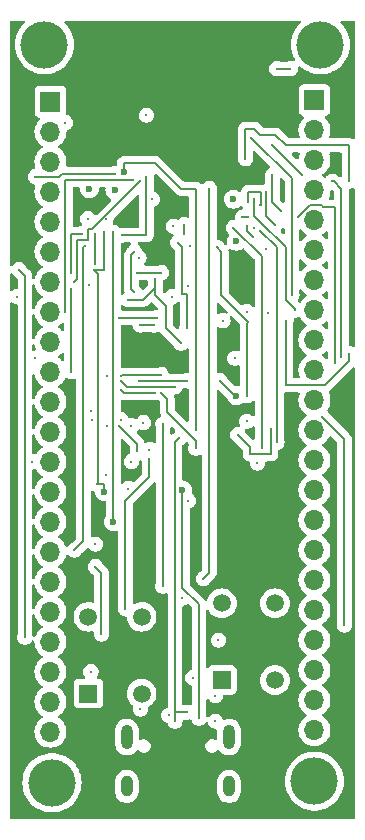
<source format=gbr>
%TF.GenerationSoftware,KiCad,Pcbnew,8.0.3*%
%TF.CreationDate,2024-07-05T15:20:34+05:30*%
%TF.ProjectId,multilayer1,6d756c74-696c-4617-9965-72312e6b6963,rev?*%
%TF.SameCoordinates,Original*%
%TF.FileFunction,Copper,L2,Inr*%
%TF.FilePolarity,Positive*%
%FSLAX46Y46*%
G04 Gerber Fmt 4.6, Leading zero omitted, Abs format (unit mm)*
G04 Created by KiCad (PCBNEW 8.0.3) date 2024-07-05 15:20:34*
%MOMM*%
%LPD*%
G01*
G04 APERTURE LIST*
%TA.AperFunction,ComponentPad*%
%ADD10R,1.508000X1.508000*%
%TD*%
%TA.AperFunction,ComponentPad*%
%ADD11C,1.508000*%
%TD*%
%TA.AperFunction,ComponentPad*%
%ADD12O,1.000000X2.100000*%
%TD*%
%TA.AperFunction,ComponentPad*%
%ADD13O,1.000000X1.800000*%
%TD*%
%TA.AperFunction,ComponentPad*%
%ADD14R,1.700000X1.700000*%
%TD*%
%TA.AperFunction,ComponentPad*%
%ADD15O,1.700000X1.700000*%
%TD*%
%TA.AperFunction,ViaPad*%
%ADD16C,4.000000*%
%TD*%
%TA.AperFunction,ViaPad*%
%ADD17C,0.300000*%
%TD*%
%TA.AperFunction,ViaPad*%
%ADD18C,0.600000*%
%TD*%
%TA.AperFunction,Conductor*%
%ADD19C,0.200000*%
%TD*%
G04 APERTURE END LIST*
D10*
%TO.N,/GPIO12*%
%TO.C,reset1*%
X156754000Y-127329000D03*
D11*
X156754000Y-120829000D03*
X161254000Y-127329000D03*
X161254000Y-120829000D03*
%TD*%
D12*
%TO.N,/GPIO12*%
%TO.C,J2*%
X160018000Y-131007000D03*
D13*
X160018000Y-135187000D03*
D12*
X168658000Y-131007000D03*
D13*
X168658000Y-135187000D03*
%TD*%
D10*
%TO.N,/GPIO12*%
%TO.C,boot1*%
X168057000Y-126186000D03*
D11*
%TO.N,/GPIO0*%
X168057000Y-119686000D03*
%TO.N,/GPIO12*%
X172557000Y-126186000D03*
%TO.N,/GPIO0*%
X172557000Y-119686000D03*
%TD*%
D14*
%TO.N,/GPIO12*%
%TO.C,J1*%
X153543000Y-77216000D03*
D15*
%TO.N,/GPIO0*%
X153543000Y-79756000D03*
%TO.N,/GPIO1*%
X153543000Y-82296000D03*
%TO.N,/GPIO2*%
X153543000Y-84836000D03*
%TO.N,/GPIO3*%
X153543000Y-87376000D03*
%TO.N,/GPIO4*%
X153543000Y-89916000D03*
%TO.N,/GPIO12*%
X153543000Y-92456000D03*
%TO.N,/GPIO6*%
X153543000Y-94996000D03*
%TO.N,/GPIO7*%
X153543000Y-97536000D03*
%TO.N,/GPIO8*%
X153543000Y-100076000D03*
%TO.N,/GPIO9*%
X153543000Y-102616000D03*
%TO.N,/GPIO10*%
X153543000Y-105156000D03*
%TO.N,/GPIO11*%
X153543000Y-107696000D03*
%TO.N,/GPIO12*%
X153543000Y-110236000D03*
%TO.N,/GPIO13*%
X153543000Y-112776000D03*
%TO.N,/GPIO14*%
X153543000Y-115316000D03*
%TO.N,/GPIO15*%
X153543000Y-117856000D03*
%TO.N,/GPIO16*%
X153543000Y-120396000D03*
%TO.N,/I2C_SCL*%
X153543000Y-122936000D03*
%TO.N,/I2C_SDA*%
X153543000Y-125476000D03*
%TO.N,/5VUSB*%
X153543000Y-128016000D03*
%TO.N,/GPIO12*%
X153543000Y-130556000D03*
%TD*%
D14*
%TO.N,/GPIO12*%
%TO.C,J3*%
X175895000Y-77089000D03*
D15*
X175895000Y-79629000D03*
%TO.N,/GPIO46*%
X175895000Y-82169000D03*
%TO.N,/GPIO45*%
X175895000Y-84709000D03*
%TO.N,/RXD*%
X175895000Y-87249000D03*
%TO.N,/TXD*%
X175895000Y-89789000D03*
%TO.N,/GPIO42*%
X175895000Y-92329000D03*
%TO.N,/GPIO41*%
X175895000Y-94869000D03*
%TO.N,/GPIO40*%
X175895000Y-97409000D03*
%TO.N,/GPIO39*%
X175895000Y-99949000D03*
%TO.N,/GPIO38*%
X175895000Y-102489000D03*
%TO.N,/GPIO12*%
X175895000Y-105029000D03*
%TO.N,/GPIO36*%
X175895000Y-107569000D03*
%TO.N,/GPIO35*%
X175895000Y-110109000D03*
%TO.N,/GPIO34*%
X175895000Y-112649000D03*
%TO.N,/GPIO33*%
X175895000Y-115189000D03*
%TO.N,/GPIO26*%
X175895000Y-117729000D03*
%TO.N,/GPIO12*%
X175895000Y-120269000D03*
X175895000Y-122809000D03*
X175895000Y-125349000D03*
%TO.N,/GPIO48*%
X175895000Y-127889000D03*
%TO.N,/GPIO47*%
X175895000Y-130429000D03*
%TD*%
D16*
%TO.N,*%
X175895000Y-134747000D03*
X176403000Y-72390000D03*
X153670000Y-134874000D03*
X153035000Y-72390000D03*
D17*
%TO.N,/GPIO0*%
X161671000Y-78359000D03*
X165862000Y-106553000D03*
X162941000Y-101854000D03*
%TO.N,/5VUSB*%
X151384000Y-122555000D03*
X165227000Y-92837000D03*
X150876000Y-91440000D03*
%TO.N,Net-(D2-K)*%
X162560000Y-95504000D03*
X162433000Y-101854000D03*
X159385000Y-95504000D03*
X158369000Y-100457000D03*
X159512000Y-101600000D03*
%TO.N,/GPIO48*%
X167005000Y-84582000D03*
X166497000Y-117602000D03*
%TO.N,Net-(D2-A)*%
X171069000Y-107823000D03*
X163830000Y-93726000D03*
%TO.N,/GPIO6*%
X160528000Y-83820000D03*
X154813000Y-94996000D03*
%TO.N,/I2C_SCL*%
X161036000Y-90424000D03*
X150749000Y-93726000D03*
X169164000Y-98933000D03*
X156845000Y-92710000D03*
%TO.N,/GPIO13*%
X158877000Y-88265000D03*
D18*
X158877000Y-112776000D03*
D17*
%TO.N,/I2C_SDA*%
X156972000Y-125476000D03*
X163947000Y-87757000D03*
X170180000Y-102108000D03*
X165354000Y-89408000D03*
X170180000Y-104267000D03*
X167640000Y-89535000D03*
%TO.N,/GPIO11*%
X152019000Y-107696000D03*
X156718000Y-87122000D03*
%TO.N,/GPIO8*%
X155321000Y-100076000D03*
X156210000Y-88392000D03*
X155321000Y-93091000D03*
X155321000Y-91694000D03*
%TO.N,/GPIO14*%
X155575000Y-115189000D03*
X156464000Y-89408000D03*
%TO.N,/GPIO7*%
X159004000Y-83312000D03*
X152273000Y-83566000D03*
%TO.N,/GPIO16*%
X160655000Y-93345000D03*
X157099000Y-104140000D03*
X160655000Y-89916000D03*
X159512000Y-104140000D03*
%TO.N,/GPIO4*%
X159639000Y-88519000D03*
X161671000Y-83566000D03*
D18*
%TO.N,/GPIO9*%
X159004000Y-84709000D03*
%TO.N,/GPIO10*%
X159766000Y-83185000D03*
X156845000Y-84582000D03*
D17*
X165862000Y-105029000D03*
%TO.N,Net-(J2-CC2)*%
X166116000Y-129413000D03*
D18*
X164719000Y-110109000D03*
D17*
%TO.N,Net-(J2-VBUS-PadA4)*%
X160909000Y-106807000D03*
X158369000Y-104648000D03*
X159385000Y-104648000D03*
%TO.N,Net-(J2-CC1)*%
X163068000Y-118237000D03*
X163068000Y-104521000D03*
%TO.N,/GPIO39*%
X178816000Y-83947000D03*
X170053000Y-82042000D03*
%TO.N,/GPIO35*%
X172720000Y-106045000D03*
X171323000Y-88138000D03*
%TO.N,/GPIO34*%
X169799000Y-86995000D03*
X177673000Y-99314000D03*
X170307000Y-86995000D03*
X174498000Y-86995000D03*
%TO.N,/GPIO26*%
X169037000Y-87884000D03*
X171450000Y-106553000D03*
%TO.N,/GPIO36*%
X172593000Y-87630000D03*
X171831000Y-84836000D03*
%TO.N,/GPIO46*%
X173863000Y-74422000D03*
X172720000Y-74422000D03*
%TO.N,/GPIO41*%
X173990000Y-93599000D03*
X170561000Y-80264000D03*
%TO.N,/GPIO40*%
X174879000Y-83439000D03*
X172339000Y-80899000D03*
%TO.N,/GPIO38*%
X170815000Y-85471000D03*
X174244000Y-94869000D03*
%TO.N,/GPIO47*%
X170180000Y-87757000D03*
X178435000Y-121539000D03*
X176530000Y-103886000D03*
X170688000Y-88646000D03*
D18*
%TO.N,/GPIO33*%
X169037000Y-85471000D03*
D17*
X178181000Y-98806000D03*
X177419000Y-83947000D03*
%TO.N,Net-(U4-FB)*%
X164592000Y-97663000D03*
X160147000Y-93980000D03*
X162433000Y-92202000D03*
%TO.N,/GPIO12*%
X162941000Y-100330000D03*
X158242000Y-87122000D03*
X165227000Y-110998000D03*
X165100000Y-96393000D03*
X157353000Y-114681000D03*
D18*
X169291000Y-102108000D03*
D17*
X155575000Y-92456000D03*
X160147000Y-109982000D03*
X154813000Y-78994000D03*
X170815000Y-87884000D03*
X163576000Y-129159000D03*
X162941000Y-91694000D03*
X164084000Y-101346000D03*
X159512000Y-100457000D03*
X164846000Y-87630000D03*
X169418000Y-105410000D03*
X160401000Y-107696000D03*
X164338000Y-89154000D03*
X170180000Y-94996000D03*
X160401000Y-104648000D03*
X152273000Y-98933000D03*
X165100000Y-128905000D03*
X165100000Y-100838000D03*
X156972000Y-103378000D03*
X160909000Y-91694000D03*
X167513000Y-129667000D03*
X167894000Y-100838000D03*
X171958000Y-95123000D03*
X167767000Y-122809000D03*
X157226000Y-91440000D03*
X162179000Y-85471000D03*
X158115000Y-88265000D03*
X164084000Y-129667000D03*
X171323000Y-85979000D03*
X157353000Y-90932000D03*
X161163000Y-83947000D03*
X165608000Y-125984000D03*
X173101000Y-86487000D03*
X161925000Y-106680000D03*
X157861000Y-122301000D03*
X161036000Y-100838000D03*
X158242000Y-108839000D03*
X157353000Y-88392000D03*
X164465000Y-105664000D03*
X159512000Y-100838000D03*
X161163000Y-96139000D03*
X159893000Y-120142000D03*
D18*
X169291000Y-89027000D03*
D17*
X172212000Y-104902000D03*
X162306000Y-96139000D03*
X171831000Y-89662000D03*
X161417000Y-104394000D03*
X167513000Y-127508000D03*
X168148000Y-95758000D03*
X172339000Y-83439000D03*
D18*
X158115000Y-110236000D03*
D17*
X170307000Y-85725000D03*
X161163000Y-128651000D03*
X178816000Y-98552000D03*
X157353000Y-116586000D03*
X164719000Y-119253000D03*
X161925000Y-107442000D03*
X173482000Y-95758000D03*
X164846000Y-88392000D03*
X157480000Y-109601000D03*
%TD*%
D19*
%TO.N,/GPIO0*%
X165862000Y-105918000D02*
X163449000Y-103505000D01*
X163449000Y-102362000D02*
X162941000Y-101854000D01*
X163449000Y-103505000D02*
X163449000Y-102362000D01*
X165862000Y-106553000D02*
X165862000Y-105918000D01*
%TO.N,/5VUSB*%
X151384000Y-122555000D02*
X151384000Y-91948000D01*
X151384000Y-91948000D02*
X150876000Y-91440000D01*
%TO.N,Net-(D2-K)*%
X162560000Y-95504000D02*
X159385000Y-95504000D01*
X159766000Y-101854000D02*
X162433000Y-101854000D01*
X159512000Y-101600000D02*
X159766000Y-101854000D01*
%TO.N,/GPIO48*%
X167005000Y-117094000D02*
X166497000Y-117602000D01*
X167005000Y-84582000D02*
X167005000Y-117094000D01*
%TO.N,/GPIO6*%
X160528000Y-83820000D02*
X154813000Y-83820000D01*
X154813000Y-83820000D02*
X154813000Y-94996000D01*
%TO.N,/GPIO13*%
X158877000Y-88265000D02*
X158877000Y-112776000D01*
%TO.N,/I2C_SDA*%
X170180000Y-102108000D02*
X170180000Y-96012000D01*
X168021000Y-89916000D02*
X167640000Y-89535000D01*
X170180000Y-96012000D02*
X170307000Y-95885000D01*
X168021000Y-93599000D02*
X168021000Y-92837000D01*
X168021000Y-92837000D02*
X168021000Y-89916000D01*
X170307000Y-95885000D02*
X168021000Y-93599000D01*
%TO.N,/GPIO8*%
X156210000Y-88392000D02*
X155321000Y-88392000D01*
X155321000Y-93091000D02*
X155321000Y-100076000D01*
X155321000Y-88392000D02*
X155321000Y-91694000D01*
%TO.N,/GPIO14*%
X156337000Y-89535000D02*
X156464000Y-89408000D01*
X156337000Y-114427000D02*
X156337000Y-89535000D01*
X155575000Y-115189000D02*
X156337000Y-114427000D01*
%TO.N,/GPIO7*%
X154305000Y-83566000D02*
X152273000Y-83566000D01*
X159004000Y-83312000D02*
X154559000Y-83312000D01*
X154559000Y-83312000D02*
X154305000Y-83566000D01*
%TO.N,/GPIO16*%
X160401000Y-93091000D02*
X160655000Y-93345000D01*
X160655000Y-89916000D02*
X160401000Y-90170000D01*
X160401000Y-90170000D02*
X160401000Y-93091000D01*
%TO.N,/GPIO4*%
X161671000Y-88138000D02*
X161671000Y-88519000D01*
X161671000Y-88519000D02*
X159639000Y-88519000D01*
X161671000Y-83566000D02*
X161671000Y-88138000D01*
%TO.N,/GPIO10*%
X165862000Y-105029000D02*
X165862000Y-84582000D01*
X165862000Y-84582000D02*
X164592000Y-84582000D01*
X159766000Y-82423000D02*
X159766000Y-83185000D01*
X164592000Y-84582000D02*
X162433000Y-82423000D01*
X162433000Y-82423000D02*
X159766000Y-82423000D01*
%TO.N,Net-(J2-CC2)*%
X164719000Y-118364000D02*
X164719000Y-110109000D01*
X166116000Y-119761000D02*
X164719000Y-118364000D01*
X166116000Y-129413000D02*
X166116000Y-119761000D01*
%TO.N,Net-(J2-VBUS-PadA4)*%
X160909000Y-106172000D02*
X160909000Y-106807000D01*
X159385000Y-104648000D02*
X160909000Y-106172000D01*
%TO.N,Net-(J2-CC1)*%
X163068000Y-118237000D02*
X163068000Y-104521000D01*
%TO.N,/GPIO39*%
X171323000Y-80010000D02*
X170815000Y-79502000D01*
X170815000Y-79502000D02*
X170053000Y-79502000D01*
X170053000Y-79502000D02*
X170053000Y-82042000D01*
X172593000Y-80010000D02*
X171323000Y-80010000D01*
X178816000Y-80899000D02*
X173482000Y-80899000D01*
X178816000Y-83947000D02*
X178816000Y-80899000D01*
X173482000Y-80899000D02*
X172593000Y-80010000D01*
%TO.N,/GPIO35*%
X171323000Y-88138000D02*
X172720000Y-89535000D01*
X172720000Y-89535000D02*
X172720000Y-106045000D01*
%TO.N,/GPIO34*%
X176657000Y-86106000D02*
X176530000Y-85979000D01*
X175514000Y-85979000D02*
X174498000Y-86995000D01*
X176530000Y-85979000D02*
X175514000Y-85979000D01*
X170307000Y-86995000D02*
X169799000Y-86995000D01*
X177673000Y-86106000D02*
X176657000Y-86106000D01*
X177673000Y-99314000D02*
X177673000Y-86106000D01*
%TO.N,/GPIO26*%
X171450000Y-90297000D02*
X169037000Y-87884000D01*
X171450000Y-106553000D02*
X171450000Y-90297000D01*
%TO.N,/GPIO36*%
X171831000Y-86868000D02*
X172593000Y-87630000D01*
X171831000Y-84836000D02*
X171831000Y-86868000D01*
%TO.N,/GPIO46*%
X173863000Y-74422000D02*
X172720000Y-74422000D01*
%TO.N,/GPIO41*%
X170561000Y-80264000D02*
X173990000Y-83693000D01*
X173990000Y-83693000D02*
X173990000Y-93599000D01*
%TO.N,/GPIO40*%
X174879000Y-83439000D02*
X172339000Y-80899000D01*
%TO.N,/GPIO38*%
X173482000Y-93980000D02*
X174244000Y-94742000D01*
X174244000Y-94742000D02*
X174244000Y-94869000D01*
X170815000Y-86868000D02*
X171323000Y-87376000D01*
X173482000Y-89535000D02*
X173482000Y-93980000D01*
X170815000Y-85471000D02*
X170815000Y-86868000D01*
X171323000Y-87376000D02*
X173482000Y-89535000D01*
%TO.N,/GPIO47*%
X170688000Y-88646000D02*
X170180000Y-88138000D01*
X178435000Y-105791000D02*
X176530000Y-103886000D01*
X170180000Y-88138000D02*
X170180000Y-87757000D01*
X178435000Y-121539000D02*
X178435000Y-105791000D01*
%TO.N,/GPIO33*%
X178181000Y-98806000D02*
X178181000Y-84582000D01*
X177546000Y-83947000D02*
X177419000Y-83947000D01*
X178181000Y-84582000D02*
X177546000Y-83947000D01*
%TO.N,Net-(U4-FB)*%
X162433000Y-93599000D02*
X162433000Y-92583000D01*
X162433000Y-92964000D02*
X161417000Y-93980000D01*
X161417000Y-93980000D02*
X160147000Y-93980000D01*
X163322000Y-96393000D02*
X164592000Y-97663000D01*
X162433000Y-92202000D02*
X162433000Y-92964000D01*
X163322000Y-94488000D02*
X163322000Y-96393000D01*
X162433000Y-93599000D02*
X163322000Y-94488000D01*
%TO.N,/GPIO12*%
X170434000Y-106426000D02*
X169418000Y-105410000D01*
X172339000Y-85725000D02*
X172339000Y-83439000D01*
X157099000Y-88011000D02*
X156718000Y-88011000D01*
X173101000Y-86487000D02*
X172339000Y-85725000D01*
X157861000Y-122301000D02*
X157861000Y-117094000D01*
X161925000Y-108966000D02*
X161925000Y-107442000D01*
X161036000Y-100838000D02*
X165100000Y-100838000D01*
X170307000Y-84836000D02*
X170307000Y-85725000D01*
X158115000Y-91440000D02*
X158115000Y-88265000D01*
X159639000Y-100330000D02*
X159512000Y-100457000D01*
X159893000Y-110998000D02*
X161925000Y-108966000D01*
X169164000Y-102108000D02*
X169291000Y-102108000D01*
X159512000Y-100838000D02*
X160020000Y-101346000D01*
X167894000Y-100838000D02*
X169164000Y-102108000D01*
X162306000Y-96139000D02*
X161163000Y-96139000D01*
X171323000Y-85979000D02*
X171381000Y-85921000D01*
X160020000Y-101346000D02*
X164084000Y-101346000D01*
X172212000Y-104902000D02*
X172212000Y-107061000D01*
X164084000Y-128905000D02*
X164084000Y-106045000D01*
X157353000Y-88392000D02*
X157353000Y-90932000D01*
X161163000Y-83947000D02*
X157099000Y-88011000D01*
X170434000Y-107061000D02*
X170434000Y-106426000D01*
X156083000Y-88900000D02*
X155829000Y-88900000D01*
X157226000Y-91440000D02*
X157607000Y-91821000D01*
X160909000Y-91694000D02*
X162941000Y-91694000D01*
X157226000Y-91440000D02*
X158115000Y-91440000D01*
X155829000Y-92202000D02*
X155575000Y-92456000D01*
X164719000Y-93472000D02*
X165100000Y-93472000D01*
X155829000Y-88900000D02*
X155829000Y-92202000D01*
X164084000Y-106045000D02*
X164465000Y-105664000D01*
X171381000Y-85921000D02*
X171381000Y-84836000D01*
X162941000Y-100330000D02*
X159639000Y-100330000D01*
X172212000Y-107061000D02*
X170434000Y-107061000D01*
X164719000Y-89535000D02*
X164719000Y-93472000D01*
X171381000Y-84836000D02*
X170307000Y-84836000D01*
X157607000Y-109474000D02*
X157480000Y-109601000D01*
X164084000Y-128905000D02*
X165100000Y-128905000D01*
X173482000Y-101219000D02*
X173482000Y-95758000D01*
X159893000Y-120142000D02*
X159893000Y-110998000D01*
X164084000Y-129667000D02*
X164084000Y-128905000D01*
X165100000Y-93472000D02*
X165100000Y-96393000D01*
X156718000Y-88011000D02*
X156718000Y-88900000D01*
X157607000Y-91821000D02*
X157607000Y-109474000D01*
X164846000Y-88392000D02*
X164846000Y-87630000D01*
X178816000Y-98552000D02*
X178816000Y-99187000D01*
X157480000Y-109601000D02*
X158115000Y-109601000D01*
X178816000Y-99187000D02*
X176784000Y-101219000D01*
X164338000Y-89154000D02*
X164719000Y-89535000D01*
X176784000Y-101219000D02*
X173482000Y-101219000D01*
X158115000Y-109601000D02*
X158115000Y-110236000D01*
X156718000Y-88900000D02*
X156083000Y-88900000D01*
X157861000Y-117094000D02*
X157353000Y-116586000D01*
%TD*%
%TA.AperFunction,NonConductor*%
G36*
X174589479Y-81519185D02*
G01*
X174635234Y-81571989D01*
X174645178Y-81641147D01*
X174634823Y-81675900D01*
X174621097Y-81705337D01*
X174621096Y-81705340D01*
X174621094Y-81705344D01*
X174559938Y-81933586D01*
X174559936Y-81933595D01*
X174555992Y-81978677D01*
X174530538Y-82043745D01*
X174473947Y-82084722D01*
X174404185Y-82088599D01*
X174344783Y-82055548D01*
X174000416Y-81711181D01*
X173966931Y-81649858D01*
X173971915Y-81580166D01*
X174013787Y-81524233D01*
X174079251Y-81499816D01*
X174088097Y-81499500D01*
X174522440Y-81499500D01*
X174589479Y-81519185D01*
G37*
%TD.AperFunction*%
%TA.AperFunction,NonConductor*%
G36*
X178158539Y-81519185D02*
G01*
X178204294Y-81571989D01*
X178215500Y-81623500D01*
X178215500Y-83467902D01*
X178195815Y-83534941D01*
X178143011Y-83580696D01*
X178073853Y-83590640D01*
X178010297Y-83561615D01*
X178003819Y-83555583D01*
X177914717Y-83466481D01*
X177914716Y-83466480D01*
X177827904Y-83416360D01*
X177827904Y-83416359D01*
X177827900Y-83416358D01*
X177777785Y-83387423D01*
X177777784Y-83387422D01*
X177777783Y-83387422D01*
X177739592Y-83377188D01*
X177714062Y-83367210D01*
X177651365Y-83334303D01*
X177497986Y-83296500D01*
X177497985Y-83296500D01*
X177340015Y-83296500D01*
X177340014Y-83296500D01*
X177186634Y-83334303D01*
X177046762Y-83407715D01*
X176980428Y-83466481D01*
X176928517Y-83512470D01*
X176912990Y-83534965D01*
X176873068Y-83592802D01*
X176818785Y-83636792D01*
X176749336Y-83644451D01*
X176699895Y-83623936D01*
X176580842Y-83540575D01*
X176537217Y-83485998D01*
X176530023Y-83416500D01*
X176561546Y-83354145D01*
X176580842Y-83337425D01*
X176661829Y-83280717D01*
X176766401Y-83207495D01*
X176933495Y-83040401D01*
X177069035Y-82846830D01*
X177168903Y-82632663D01*
X177230063Y-82404408D01*
X177250659Y-82169000D01*
X177230063Y-81933592D01*
X177168903Y-81705337D01*
X177155177Y-81675902D01*
X177144686Y-81606829D01*
X177173205Y-81543044D01*
X177231681Y-81504804D01*
X177267560Y-81499500D01*
X178091500Y-81499500D01*
X178158539Y-81519185D01*
G37*
%TD.AperFunction*%
%TA.AperFunction,NonConductor*%
G36*
X177455433Y-84705668D02*
G01*
X177544181Y-84794416D01*
X177577666Y-84855739D01*
X177580500Y-84882097D01*
X177580500Y-85381500D01*
X177560815Y-85448539D01*
X177508011Y-85494294D01*
X177456500Y-85505500D01*
X177208339Y-85505500D01*
X177141300Y-85485815D01*
X177095545Y-85433011D01*
X177085601Y-85363853D01*
X177095957Y-85329095D01*
X177102911Y-85314182D01*
X177168903Y-85172663D01*
X177168905Y-85172653D01*
X177168907Y-85172650D01*
X177206621Y-85031894D01*
X177230063Y-84944408D01*
X177244224Y-84782539D01*
X177269676Y-84717473D01*
X177326267Y-84676494D01*
X177396029Y-84672616D01*
X177455433Y-84705668D01*
G37*
%TD.AperFunction*%
%TA.AperFunction,NonConductor*%
G36*
X173144703Y-83697384D02*
G01*
X173151181Y-83703416D01*
X173353181Y-83905416D01*
X173386666Y-83966739D01*
X173389500Y-83993097D01*
X173389500Y-85626902D01*
X173369815Y-85693941D01*
X173317011Y-85739696D01*
X173247853Y-85749640D01*
X173184297Y-85720615D01*
X173177819Y-85714583D01*
X172975819Y-85512583D01*
X172942334Y-85451260D01*
X172939500Y-85424902D01*
X172939500Y-83791097D01*
X172959185Y-83724058D01*
X173011989Y-83678303D01*
X173081147Y-83668359D01*
X173144703Y-83697384D01*
G37*
%TD.AperFunction*%
%TA.AperFunction,NonConductor*%
G36*
X155985915Y-84440185D02*
G01*
X156031670Y-84492989D01*
X156042096Y-84558385D01*
X156039435Y-84581999D01*
X156039435Y-84582003D01*
X156059630Y-84761249D01*
X156059631Y-84761254D01*
X156119211Y-84931523D01*
X156201523Y-85062521D01*
X156215184Y-85084262D01*
X156342738Y-85211816D01*
X156433080Y-85268582D01*
X156493426Y-85306500D01*
X156495478Y-85307789D01*
X156584148Y-85338816D01*
X156665745Y-85367368D01*
X156665750Y-85367369D01*
X156844996Y-85387565D01*
X156845000Y-85387565D01*
X156845004Y-85387565D01*
X157024249Y-85367369D01*
X157024252Y-85367368D01*
X157024255Y-85367368D01*
X157194522Y-85307789D01*
X157347262Y-85211816D01*
X157474816Y-85084262D01*
X157570789Y-84931522D01*
X157630368Y-84761255D01*
X157632896Y-84738817D01*
X157650565Y-84582003D01*
X157650565Y-84581999D01*
X157647904Y-84558385D01*
X157659958Y-84489563D01*
X157707306Y-84438183D01*
X157771124Y-84420500D01*
X158092185Y-84420500D01*
X158159224Y-84440185D01*
X158204979Y-84492989D01*
X158215405Y-84558384D01*
X158198435Y-84708997D01*
X158198435Y-84709003D01*
X158218630Y-84888249D01*
X158218631Y-84888254D01*
X158278211Y-85058523D01*
X158374184Y-85211262D01*
X158501738Y-85338816D01*
X158628141Y-85418240D01*
X158674431Y-85470574D01*
X158685080Y-85539627D01*
X158656704Y-85603475D01*
X158649849Y-85610914D01*
X157462670Y-86798093D01*
X157401347Y-86831578D01*
X157331655Y-86826594D01*
X157275722Y-86784722D01*
X157272939Y-86780851D01*
X157208485Y-86687472D01*
X157208483Y-86687470D01*
X157090240Y-86582717D01*
X157090238Y-86582716D01*
X157090237Y-86582715D01*
X156950365Y-86509303D01*
X156796986Y-86471500D01*
X156796985Y-86471500D01*
X156639015Y-86471500D01*
X156639014Y-86471500D01*
X156485634Y-86509303D01*
X156345762Y-86582715D01*
X156227516Y-86687471D01*
X156137781Y-86817475D01*
X156137780Y-86817476D01*
X156081762Y-86965181D01*
X156062722Y-87121999D01*
X156062722Y-87122000D01*
X156081762Y-87278818D01*
X156137780Y-87426523D01*
X156137781Y-87426524D01*
X156215358Y-87538915D01*
X156237241Y-87605270D01*
X156220695Y-87671356D01*
X156214773Y-87681613D01*
X156164205Y-87729828D01*
X156137061Y-87740009D01*
X155977632Y-87779304D01*
X155970623Y-87781963D01*
X155969930Y-87780137D01*
X155923834Y-87791500D01*
X155537500Y-87791500D01*
X155470461Y-87771815D01*
X155424706Y-87719011D01*
X155413500Y-87667500D01*
X155413500Y-84544500D01*
X155433185Y-84477461D01*
X155485989Y-84431706D01*
X155537500Y-84420500D01*
X155918876Y-84420500D01*
X155985915Y-84440185D01*
G37*
%TD.AperFunction*%
%TA.AperFunction,NonConductor*%
G36*
X160989834Y-85071914D02*
G01*
X161045767Y-85113786D01*
X161070184Y-85179250D01*
X161070500Y-85188096D01*
X161070500Y-87794500D01*
X161050815Y-87861539D01*
X160998011Y-87907294D01*
X160946500Y-87918500D01*
X159925166Y-87918500D01*
X159879069Y-87907137D01*
X159878377Y-87908963D01*
X159871365Y-87906303D01*
X159717986Y-87868500D01*
X159717985Y-87868500D01*
X159560015Y-87868500D01*
X159560014Y-87868500D01*
X159501012Y-87883042D01*
X159431210Y-87879972D01*
X159374148Y-87839652D01*
X159369298Y-87833099D01*
X159367483Y-87830470D01*
X159249240Y-87725717D01*
X159249238Y-87725716D01*
X159249237Y-87725715D01*
X159109365Y-87652303D01*
X158955986Y-87614500D01*
X158955985Y-87614500D01*
X158928683Y-87614500D01*
X158861644Y-87594815D01*
X158815889Y-87542011D01*
X158805945Y-87472853D01*
X158818886Y-87432876D01*
X158822218Y-87426526D01*
X158822219Y-87426524D01*
X158822220Y-87426523D01*
X158878237Y-87278818D01*
X158897278Y-87122000D01*
X158897278Y-87121999D01*
X158897278Y-87114498D01*
X158900367Y-87114498D01*
X158909507Y-87059483D01*
X158933466Y-87025767D01*
X160858820Y-85100413D01*
X160920142Y-85066930D01*
X160989834Y-85071914D01*
G37*
%TD.AperFunction*%
%TA.AperFunction,NonConductor*%
G36*
X173349746Y-87928130D02*
G01*
X173385563Y-87988121D01*
X173389500Y-88019117D01*
X173389500Y-88293903D01*
X173369815Y-88360942D01*
X173317011Y-88406697D01*
X173247853Y-88416641D01*
X173184297Y-88387616D01*
X173177819Y-88381584D01*
X173058533Y-88262298D01*
X173025048Y-88200975D01*
X173030032Y-88131283D01*
X173063988Y-88081801D01*
X173083482Y-88064531D01*
X173085559Y-88061523D01*
X173163450Y-87948676D01*
X173217733Y-87904687D01*
X173287181Y-87897027D01*
X173349746Y-87928130D01*
G37*
%TD.AperFunction*%
%TA.AperFunction,NonConductor*%
G36*
X176991834Y-88164576D02*
G01*
X177047767Y-88206448D01*
X177072184Y-88271912D01*
X177072500Y-88280758D01*
X177072500Y-88757241D01*
X177052815Y-88824280D01*
X177000011Y-88870035D01*
X176930853Y-88879979D01*
X176867297Y-88850954D01*
X176860819Y-88844923D01*
X176814303Y-88798407D01*
X176766401Y-88750505D01*
X176766397Y-88750502D01*
X176766396Y-88750501D01*
X176580842Y-88620575D01*
X176537217Y-88565998D01*
X176530023Y-88496500D01*
X176561546Y-88434145D01*
X176580842Y-88417425D01*
X176603026Y-88401891D01*
X176766401Y-88287495D01*
X176860819Y-88193077D01*
X176922142Y-88159592D01*
X176991834Y-88164576D01*
G37*
%TD.AperFunction*%
%TA.AperFunction,NonConductor*%
G36*
X174795703Y-88040071D02*
G01*
X174816075Y-88062661D01*
X174856501Y-88120396D01*
X174856506Y-88120402D01*
X175023597Y-88287493D01*
X175023603Y-88287498D01*
X175209158Y-88417425D01*
X175252783Y-88472002D01*
X175259977Y-88541500D01*
X175228454Y-88603855D01*
X175209158Y-88620575D01*
X175023597Y-88750505D01*
X174856508Y-88917594D01*
X174816075Y-88975339D01*
X174761498Y-89018964D01*
X174691999Y-89026156D01*
X174629645Y-88994634D01*
X174594231Y-88934404D01*
X174590500Y-88904215D01*
X174590500Y-88133784D01*
X174610185Y-88066745D01*
X174662989Y-88020990D01*
X174732147Y-88011046D01*
X174795703Y-88040071D01*
G37*
%TD.AperFunction*%
%TA.AperFunction,NonConductor*%
G36*
X176991834Y-90704576D02*
G01*
X177047767Y-90746448D01*
X177072184Y-90811912D01*
X177072500Y-90820758D01*
X177072500Y-91297241D01*
X177052815Y-91364280D01*
X177000011Y-91410035D01*
X176930853Y-91419979D01*
X176867297Y-91390954D01*
X176860819Y-91384923D01*
X176840176Y-91364280D01*
X176766401Y-91290505D01*
X176766397Y-91290502D01*
X176766396Y-91290501D01*
X176580842Y-91160575D01*
X176537217Y-91105998D01*
X176530023Y-91036500D01*
X176561546Y-90974145D01*
X176580842Y-90957425D01*
X176661832Y-90900715D01*
X176766401Y-90827495D01*
X176860819Y-90733077D01*
X176922142Y-90699592D01*
X176991834Y-90704576D01*
G37*
%TD.AperFunction*%
%TA.AperFunction,NonConductor*%
G36*
X174795703Y-90580071D02*
G01*
X174816075Y-90602661D01*
X174856501Y-90660396D01*
X174856506Y-90660402D01*
X175023597Y-90827493D01*
X175023603Y-90827498D01*
X175209158Y-90957425D01*
X175252783Y-91012002D01*
X175259977Y-91081500D01*
X175228454Y-91143855D01*
X175209158Y-91160575D01*
X175023597Y-91290505D01*
X174856508Y-91457594D01*
X174816075Y-91515339D01*
X174761498Y-91558964D01*
X174691999Y-91566156D01*
X174629645Y-91534634D01*
X174594231Y-91474404D01*
X174590500Y-91444215D01*
X174590500Y-90673784D01*
X174610185Y-90606745D01*
X174662989Y-90560990D01*
X174732147Y-90551046D01*
X174795703Y-90580071D01*
G37*
%TD.AperFunction*%
%TA.AperFunction,NonConductor*%
G36*
X151307918Y-70370185D02*
G01*
X151353673Y-70422989D01*
X151363617Y-70492147D01*
X151334592Y-70555703D01*
X151325763Y-70564892D01*
X151208608Y-70674907D01*
X151208606Y-70674909D01*
X151008054Y-70917334D01*
X151008051Y-70917338D01*
X150839464Y-71182990D01*
X150839461Y-71182996D01*
X150705499Y-71467678D01*
X150705497Y-71467683D01*
X150608270Y-71766916D01*
X150549311Y-72075988D01*
X150549310Y-72075995D01*
X150529556Y-72389994D01*
X150529556Y-72390005D01*
X150549310Y-72704004D01*
X150549311Y-72704011D01*
X150608270Y-73013083D01*
X150705497Y-73312316D01*
X150705499Y-73312321D01*
X150839461Y-73597003D01*
X150839464Y-73597009D01*
X151008051Y-73862661D01*
X151008054Y-73862665D01*
X151208606Y-74105090D01*
X151208608Y-74105092D01*
X151208610Y-74105094D01*
X151387300Y-74272895D01*
X151437968Y-74320476D01*
X151437978Y-74320484D01*
X151692504Y-74505408D01*
X151692509Y-74505410D01*
X151692516Y-74505416D01*
X151968234Y-74656994D01*
X151968239Y-74656996D01*
X151968241Y-74656997D01*
X151968242Y-74656998D01*
X152260771Y-74772818D01*
X152260774Y-74772819D01*
X152565523Y-74851065D01*
X152565527Y-74851066D01*
X152631010Y-74859338D01*
X152877670Y-74890499D01*
X152877679Y-74890499D01*
X152877682Y-74890500D01*
X152877684Y-74890500D01*
X153192316Y-74890500D01*
X153192318Y-74890500D01*
X153192321Y-74890499D01*
X153192329Y-74890499D01*
X153378593Y-74866968D01*
X153504473Y-74851066D01*
X153809225Y-74772819D01*
X153809228Y-74772818D01*
X154101757Y-74656998D01*
X154101758Y-74656997D01*
X154101756Y-74656997D01*
X154101766Y-74656994D01*
X154377484Y-74505416D01*
X154632030Y-74320478D01*
X154861390Y-74105094D01*
X155061947Y-73862663D01*
X155230537Y-73597007D01*
X155364503Y-73312315D01*
X155461731Y-73013079D01*
X155520688Y-72704015D01*
X155540444Y-72390000D01*
X155520688Y-72075985D01*
X155461731Y-71766921D01*
X155364503Y-71467685D01*
X155230537Y-71182993D01*
X155061947Y-70917337D01*
X155061945Y-70917334D01*
X154861393Y-70674909D01*
X154861391Y-70674907D01*
X154744237Y-70564892D01*
X154708842Y-70504651D01*
X154711635Y-70434837D01*
X154751729Y-70377616D01*
X154816394Y-70351155D01*
X154829121Y-70350500D01*
X174608879Y-70350500D01*
X174675918Y-70370185D01*
X174721673Y-70422989D01*
X174731617Y-70492147D01*
X174702592Y-70555703D01*
X174693763Y-70564892D01*
X174576608Y-70674907D01*
X174576606Y-70674909D01*
X174376054Y-70917334D01*
X174376051Y-70917338D01*
X174207464Y-71182990D01*
X174207461Y-71182996D01*
X174073499Y-71467678D01*
X174073497Y-71467683D01*
X173976270Y-71766916D01*
X173917311Y-72075988D01*
X173917310Y-72075995D01*
X173897556Y-72389994D01*
X173897556Y-72390005D01*
X173917310Y-72704004D01*
X173917311Y-72704011D01*
X173976270Y-73013083D01*
X174073497Y-73312316D01*
X174073499Y-73312321D01*
X174207461Y-73597003D01*
X174207464Y-73597009D01*
X174222484Y-73620677D01*
X174241785Y-73687828D01*
X174221717Y-73754754D01*
X174168652Y-73800206D01*
X174099438Y-73809754D01*
X174088113Y-73807516D01*
X173941986Y-73771500D01*
X173941985Y-73771500D01*
X173784015Y-73771500D01*
X173784014Y-73771500D01*
X173630634Y-73809303D01*
X173623623Y-73811963D01*
X173622930Y-73810137D01*
X173576834Y-73821500D01*
X173006166Y-73821500D01*
X172960069Y-73810137D01*
X172959377Y-73811963D01*
X172952365Y-73809303D01*
X172798986Y-73771500D01*
X172798985Y-73771500D01*
X172641015Y-73771500D01*
X172641014Y-73771500D01*
X172487634Y-73809303D01*
X172347762Y-73882715D01*
X172229516Y-73987471D01*
X172139781Y-74117475D01*
X172139780Y-74117476D01*
X172083762Y-74265181D01*
X172064722Y-74421999D01*
X172064722Y-74422000D01*
X172083762Y-74578818D01*
X172139780Y-74726523D01*
X172229517Y-74856530D01*
X172347760Y-74961283D01*
X172347762Y-74961284D01*
X172487634Y-75034696D01*
X172641014Y-75072500D01*
X172641015Y-75072500D01*
X172798985Y-75072500D01*
X172952365Y-75034696D01*
X172959377Y-75032037D01*
X172960069Y-75033862D01*
X173006166Y-75022500D01*
X173576834Y-75022500D01*
X173622930Y-75033862D01*
X173623623Y-75032037D01*
X173630634Y-75034696D01*
X173784014Y-75072500D01*
X173784015Y-75072500D01*
X173941985Y-75072500D01*
X174095365Y-75034696D01*
X174118602Y-75022500D01*
X174235240Y-74961283D01*
X174353483Y-74856530D01*
X174443220Y-74726523D01*
X174499237Y-74578818D01*
X174518278Y-74422000D01*
X174508542Y-74341817D01*
X174520002Y-74272895D01*
X174566906Y-74221109D01*
X174634362Y-74202902D01*
X174700953Y-74224054D01*
X174716518Y-74236477D01*
X174805968Y-74320476D01*
X174805978Y-74320484D01*
X175060504Y-74505408D01*
X175060509Y-74505410D01*
X175060516Y-74505416D01*
X175336234Y-74656994D01*
X175336239Y-74656996D01*
X175336241Y-74656997D01*
X175336242Y-74656998D01*
X175628771Y-74772818D01*
X175628774Y-74772819D01*
X175933523Y-74851065D01*
X175933527Y-74851066D01*
X175999010Y-74859338D01*
X176245670Y-74890499D01*
X176245679Y-74890499D01*
X176245682Y-74890500D01*
X176245684Y-74890500D01*
X176560316Y-74890500D01*
X176560318Y-74890500D01*
X176560321Y-74890499D01*
X176560329Y-74890499D01*
X176746593Y-74866968D01*
X176872473Y-74851066D01*
X177177225Y-74772819D01*
X177177228Y-74772818D01*
X177469757Y-74656998D01*
X177469758Y-74656997D01*
X177469756Y-74656997D01*
X177469766Y-74656994D01*
X177745484Y-74505416D01*
X178000030Y-74320478D01*
X178229390Y-74105094D01*
X178429947Y-73862663D01*
X178598537Y-73597007D01*
X178732503Y-73312315D01*
X178829731Y-73013079D01*
X178888688Y-72704015D01*
X178908444Y-72390000D01*
X178888688Y-72075985D01*
X178829731Y-71766921D01*
X178732503Y-71467685D01*
X178598537Y-71182993D01*
X178429947Y-70917337D01*
X178429945Y-70917334D01*
X178229393Y-70674909D01*
X178229391Y-70674907D01*
X178112237Y-70564892D01*
X178076842Y-70504651D01*
X178079635Y-70434837D01*
X178119729Y-70377616D01*
X178184394Y-70351155D01*
X178197121Y-70350500D01*
X179207500Y-70350500D01*
X179274539Y-70370185D01*
X179320294Y-70422989D01*
X179331500Y-70474500D01*
X179331500Y-80288451D01*
X179311815Y-80355490D01*
X179259011Y-80401245D01*
X179189853Y-80411189D01*
X179145501Y-80395839D01*
X179047784Y-80339423D01*
X178895057Y-80298500D01*
X178895056Y-80298500D01*
X177267560Y-80298500D01*
X177200521Y-80278815D01*
X177154766Y-80226011D01*
X177144822Y-80156853D01*
X177155176Y-80122099D01*
X177168903Y-80092663D01*
X177230063Y-79864408D01*
X177250659Y-79629000D01*
X177230063Y-79393592D01*
X177168903Y-79165337D01*
X177069035Y-78951171D01*
X177034255Y-78901500D01*
X176933496Y-78757600D01*
X176893401Y-78717505D01*
X176811567Y-78635671D01*
X176778084Y-78574351D01*
X176783068Y-78504659D01*
X176824939Y-78448725D01*
X176855915Y-78431810D01*
X176987331Y-78382796D01*
X177102546Y-78296546D01*
X177188796Y-78181331D01*
X177239091Y-78046483D01*
X177245500Y-77986873D01*
X177245499Y-76191128D01*
X177239091Y-76131517D01*
X177188796Y-75996669D01*
X177188795Y-75996668D01*
X177188793Y-75996664D01*
X177102547Y-75881455D01*
X177102544Y-75881452D01*
X176987335Y-75795206D01*
X176987328Y-75795202D01*
X176852482Y-75744908D01*
X176852483Y-75744908D01*
X176792883Y-75738501D01*
X176792881Y-75738500D01*
X176792873Y-75738500D01*
X176792864Y-75738500D01*
X174997129Y-75738500D01*
X174997123Y-75738501D01*
X174937516Y-75744908D01*
X174802671Y-75795202D01*
X174802664Y-75795206D01*
X174687455Y-75881452D01*
X174687452Y-75881455D01*
X174601206Y-75996664D01*
X174601202Y-75996671D01*
X174550908Y-76131517D01*
X174544501Y-76191116D01*
X174544501Y-76191123D01*
X174544500Y-76191135D01*
X174544500Y-77986870D01*
X174544501Y-77986876D01*
X174550908Y-78046483D01*
X174601202Y-78181328D01*
X174601206Y-78181335D01*
X174687452Y-78296544D01*
X174687455Y-78296547D01*
X174802664Y-78382793D01*
X174802671Y-78382797D01*
X174934081Y-78431810D01*
X174990015Y-78473681D01*
X175014432Y-78539145D01*
X174999580Y-78607418D01*
X174978430Y-78635673D01*
X174856503Y-78757600D01*
X174720965Y-78951169D01*
X174720964Y-78951171D01*
X174621098Y-79165335D01*
X174621094Y-79165344D01*
X174559938Y-79393586D01*
X174559936Y-79393596D01*
X174539341Y-79628999D01*
X174539341Y-79629000D01*
X174559936Y-79864403D01*
X174559938Y-79864413D01*
X174621094Y-80092655D01*
X174621095Y-80092658D01*
X174621097Y-80092663D01*
X174634822Y-80122097D01*
X174645314Y-80191171D01*
X174616795Y-80254956D01*
X174558319Y-80293196D01*
X174522440Y-80298500D01*
X173782097Y-80298500D01*
X173715058Y-80278815D01*
X173694416Y-80262181D01*
X173080590Y-79648355D01*
X173080588Y-79648352D01*
X172961717Y-79529481D01*
X172961716Y-79529480D01*
X172867112Y-79474861D01*
X172867111Y-79474860D01*
X172824783Y-79450422D01*
X172768881Y-79435443D01*
X172672057Y-79409499D01*
X172513943Y-79409499D01*
X172506347Y-79409499D01*
X172506331Y-79409500D01*
X171623097Y-79409500D01*
X171556058Y-79389815D01*
X171535416Y-79373181D01*
X171302590Y-79140355D01*
X171302588Y-79140352D01*
X171183717Y-79021481D01*
X171183716Y-79021480D01*
X171096904Y-78971360D01*
X171096904Y-78971359D01*
X171096900Y-78971358D01*
X171046785Y-78942423D01*
X170894057Y-78901499D01*
X170735943Y-78901499D01*
X170728347Y-78901499D01*
X170728331Y-78901500D01*
X169973943Y-78901500D01*
X169821216Y-78942423D01*
X169821209Y-78942426D01*
X169684290Y-79021475D01*
X169684282Y-79021481D01*
X169572481Y-79133282D01*
X169572475Y-79133290D01*
X169493426Y-79270209D01*
X169493423Y-79270216D01*
X169452500Y-79422943D01*
X169452500Y-81768227D01*
X169444442Y-81812198D01*
X169416763Y-81885181D01*
X169397722Y-82041999D01*
X169397722Y-82042000D01*
X169416762Y-82198818D01*
X169453619Y-82296000D01*
X169472780Y-82346523D01*
X169562517Y-82476530D01*
X169680760Y-82581283D01*
X169680762Y-82581284D01*
X169820634Y-82654696D01*
X169974014Y-82692500D01*
X169974015Y-82692500D01*
X170131985Y-82692500D01*
X170285365Y-82654696D01*
X170327360Y-82632655D01*
X170425240Y-82581283D01*
X170543483Y-82476530D01*
X170633220Y-82346523D01*
X170689237Y-82198818D01*
X170708278Y-82042000D01*
X170689237Y-81885182D01*
X170661558Y-81812198D01*
X170653500Y-81768227D01*
X170653500Y-81505097D01*
X170673185Y-81438058D01*
X170725989Y-81392303D01*
X170795147Y-81382359D01*
X170858703Y-81411384D01*
X170865181Y-81417416D01*
X172097277Y-82649512D01*
X172130762Y-82710835D01*
X172125778Y-82780527D01*
X172083906Y-82836460D01*
X172067222Y-82846989D01*
X171966762Y-82899714D01*
X171848516Y-83004471D01*
X171758781Y-83134475D01*
X171758780Y-83134476D01*
X171702762Y-83282181D01*
X171683722Y-83438999D01*
X171683722Y-83439000D01*
X171702762Y-83595817D01*
X171720184Y-83641755D01*
X171730274Y-83668359D01*
X171730442Y-83668800D01*
X171738500Y-83712772D01*
X171738500Y-84091682D01*
X171718815Y-84158721D01*
X171666011Y-84204476D01*
X171644176Y-84212078D01*
X171598639Y-84223302D01*
X171579320Y-84233441D01*
X171510811Y-84247163D01*
X171489607Y-84243417D01*
X171460061Y-84235500D01*
X171460057Y-84235500D01*
X170386057Y-84235500D01*
X170227943Y-84235500D01*
X170075216Y-84276423D01*
X170075209Y-84276426D01*
X169938290Y-84355475D01*
X169938282Y-84355481D01*
X169826481Y-84467282D01*
X169826475Y-84467290D01*
X169747426Y-84604209D01*
X169747423Y-84604214D01*
X169706566Y-84756696D01*
X169670201Y-84816356D01*
X169607353Y-84846885D01*
X169537978Y-84838590D01*
X169520819Y-84829595D01*
X169386526Y-84745212D01*
X169216254Y-84685631D01*
X169216249Y-84685630D01*
X169037004Y-84665435D01*
X169036996Y-84665435D01*
X168857750Y-84685630D01*
X168857745Y-84685631D01*
X168687476Y-84745211D01*
X168534737Y-84841184D01*
X168407184Y-84968737D01*
X168311211Y-85121476D01*
X168251631Y-85291745D01*
X168251630Y-85291750D01*
X168231435Y-85470996D01*
X168231435Y-85471003D01*
X168251630Y-85650249D01*
X168251631Y-85650254D01*
X168311211Y-85820523D01*
X168364624Y-85905528D01*
X168407184Y-85973262D01*
X168534738Y-86100816D01*
X168687478Y-86196789D01*
X168857745Y-86256368D01*
X168857750Y-86256369D01*
X169036996Y-86276565D01*
X169037000Y-86276565D01*
X169037004Y-86276565D01*
X169216249Y-86256369D01*
X169216252Y-86256368D01*
X169216255Y-86256368D01*
X169386522Y-86196789D01*
X169539262Y-86100816D01*
X169574108Y-86065969D01*
X169635428Y-86032485D01*
X169705120Y-86037469D01*
X169761054Y-86079339D01*
X169763838Y-86083212D01*
X169810334Y-86150574D01*
X169832217Y-86216928D01*
X169814751Y-86284580D01*
X169763483Y-86332049D01*
X169723236Y-86344108D01*
X169720019Y-86344498D01*
X169566635Y-86382303D01*
X169506389Y-86413923D01*
X169503838Y-86414434D01*
X169499040Y-86417780D01*
X169426761Y-86455716D01*
X169308516Y-86560471D01*
X169218781Y-86690475D01*
X169218780Y-86690476D01*
X169162762Y-86838181D01*
X169146109Y-86975338D01*
X169143722Y-86995000D01*
X169152641Y-87068458D01*
X169155810Y-87094553D01*
X169144350Y-87163477D01*
X169097446Y-87215263D01*
X169032714Y-87233500D01*
X168958014Y-87233500D01*
X168804634Y-87271303D01*
X168664762Y-87344715D01*
X168546516Y-87449471D01*
X168456781Y-87579475D01*
X168456780Y-87579476D01*
X168400762Y-87727181D01*
X168381722Y-87883999D01*
X168381722Y-87884000D01*
X168400762Y-88040818D01*
X168456780Y-88188523D01*
X168465375Y-88200975D01*
X168546517Y-88318531D01*
X168624694Y-88387788D01*
X168661821Y-88446977D01*
X168661055Y-88516843D01*
X168647462Y-88546576D01*
X168565211Y-88677476D01*
X168505631Y-88847745D01*
X168505630Y-88847750D01*
X168485435Y-89026996D01*
X168485435Y-89027003D01*
X168505630Y-89206249D01*
X168505632Y-89206257D01*
X168511974Y-89224381D01*
X168515535Y-89294160D01*
X168480806Y-89354787D01*
X168418812Y-89387014D01*
X168349237Y-89380608D01*
X168307251Y-89353016D01*
X168260735Y-89306500D01*
X168232473Y-89262786D01*
X168220222Y-89230482D01*
X168220220Y-89230477D01*
X168193654Y-89191989D01*
X168130483Y-89100470D01*
X168012240Y-88995717D01*
X168012238Y-88995716D01*
X168012237Y-88995715D01*
X167872365Y-88922303D01*
X167718985Y-88884499D01*
X167714555Y-88883962D01*
X167650377Y-88856341D01*
X167611319Y-88798407D01*
X167605500Y-88760866D01*
X167605500Y-84855772D01*
X167613558Y-84811800D01*
X167620151Y-84794416D01*
X167641237Y-84738818D01*
X167660278Y-84582000D01*
X167641237Y-84425182D01*
X167639461Y-84420500D01*
X167614803Y-84355481D01*
X167585220Y-84277477D01*
X167495483Y-84147470D01*
X167377240Y-84042717D01*
X167377238Y-84042716D01*
X167377237Y-84042715D01*
X167237365Y-83969303D01*
X167083986Y-83931500D01*
X167083985Y-83931500D01*
X166926015Y-83931500D01*
X166926014Y-83931500D01*
X166772634Y-83969303D01*
X166632762Y-84042715D01*
X166514515Y-84147472D01*
X166501922Y-84165716D01*
X166447639Y-84209706D01*
X166378190Y-84217365D01*
X166315626Y-84186261D01*
X166312192Y-84182956D01*
X166230717Y-84101481D01*
X166230709Y-84101475D01*
X166093790Y-84022426D01*
X166093786Y-84022424D01*
X166093784Y-84022423D01*
X165941057Y-83981500D01*
X165941056Y-83981500D01*
X164892097Y-83981500D01*
X164825058Y-83961815D01*
X164804416Y-83945181D01*
X162920590Y-82061355D01*
X162920588Y-82061352D01*
X162801717Y-81942481D01*
X162801716Y-81942480D01*
X162702472Y-81885182D01*
X162702471Y-81885181D01*
X162664783Y-81863422D01*
X162608881Y-81848443D01*
X162512057Y-81822499D01*
X162353943Y-81822499D01*
X162346347Y-81822499D01*
X162346331Y-81822500D01*
X159686943Y-81822500D01*
X159534216Y-81863423D01*
X159534209Y-81863426D01*
X159397290Y-81942475D01*
X159397282Y-81942481D01*
X159285481Y-82054282D01*
X159285475Y-82054290D01*
X159206426Y-82191209D01*
X159206423Y-82191216D01*
X159165500Y-82343943D01*
X159165500Y-82537500D01*
X159145815Y-82604539D01*
X159093011Y-82650294D01*
X159041500Y-82661500D01*
X158925014Y-82661500D01*
X158771634Y-82699303D01*
X158764623Y-82701963D01*
X158763930Y-82700137D01*
X158717834Y-82711500D01*
X154991407Y-82711500D01*
X154924368Y-82691815D01*
X154878613Y-82639011D01*
X154868669Y-82569853D01*
X154871633Y-82555405D01*
X154878063Y-82531408D01*
X154898659Y-82296000D01*
X154878063Y-82060592D01*
X154816903Y-81832337D01*
X154717035Y-81618171D01*
X154709094Y-81606829D01*
X154581494Y-81424597D01*
X154414402Y-81257506D01*
X154414396Y-81257501D01*
X154228842Y-81127575D01*
X154185217Y-81072998D01*
X154178023Y-81003500D01*
X154209546Y-80941145D01*
X154228842Y-80924425D01*
X154251026Y-80908891D01*
X154414401Y-80794495D01*
X154581495Y-80627401D01*
X154717035Y-80433830D01*
X154816903Y-80219663D01*
X154878063Y-79991408D01*
X154898659Y-79756000D01*
X154898224Y-79751037D01*
X154911987Y-79682540D01*
X154960599Y-79632354D01*
X154992077Y-79619829D01*
X155012044Y-79614908D01*
X155045363Y-79606697D01*
X155045365Y-79606696D01*
X155185240Y-79533283D01*
X155303483Y-79428530D01*
X155393220Y-79298523D01*
X155449237Y-79150818D01*
X155468278Y-78994000D01*
X155463078Y-78951169D01*
X155449237Y-78837181D01*
X155427992Y-78781164D01*
X155393220Y-78689477D01*
X155303483Y-78559470D01*
X155185240Y-78454717D01*
X155185238Y-78454716D01*
X155185237Y-78454715D01*
X155045366Y-78381304D01*
X154964579Y-78361392D01*
X154960469Y-78358999D01*
X161015722Y-78358999D01*
X161015722Y-78359000D01*
X161034762Y-78515818D01*
X161066947Y-78600681D01*
X161090780Y-78663523D01*
X161180517Y-78793530D01*
X161298760Y-78898283D01*
X161304889Y-78901500D01*
X161438634Y-78971696D01*
X161592014Y-79009500D01*
X161592015Y-79009500D01*
X161749985Y-79009500D01*
X161903365Y-78971696D01*
X161904009Y-78971358D01*
X162043240Y-78898283D01*
X162161483Y-78793530D01*
X162251220Y-78663523D01*
X162307237Y-78515818D01*
X162326278Y-78359000D01*
X162307237Y-78202182D01*
X162299329Y-78181331D01*
X162285992Y-78146164D01*
X162251220Y-78054477D01*
X162161483Y-77924470D01*
X162043240Y-77819717D01*
X162043238Y-77819716D01*
X162043237Y-77819715D01*
X161903365Y-77746303D01*
X161749986Y-77708500D01*
X161749985Y-77708500D01*
X161592015Y-77708500D01*
X161592014Y-77708500D01*
X161438634Y-77746303D01*
X161298762Y-77819715D01*
X161180516Y-77924471D01*
X161090781Y-78054475D01*
X161090780Y-78054476D01*
X161034762Y-78202181D01*
X161015722Y-78358999D01*
X154960469Y-78358999D01*
X154904198Y-78326236D01*
X154872410Y-78264016D01*
X154878072Y-78197662D01*
X154887091Y-78173483D01*
X154893500Y-78113873D01*
X154893499Y-76318128D01*
X154887091Y-76258517D01*
X154836796Y-76123669D01*
X154836795Y-76123668D01*
X154836793Y-76123664D01*
X154750547Y-76008455D01*
X154750544Y-76008452D01*
X154635335Y-75922206D01*
X154635328Y-75922202D01*
X154500482Y-75871908D01*
X154500483Y-75871908D01*
X154440883Y-75865501D01*
X154440881Y-75865500D01*
X154440873Y-75865500D01*
X154440864Y-75865500D01*
X152645129Y-75865500D01*
X152645123Y-75865501D01*
X152585516Y-75871908D01*
X152450671Y-75922202D01*
X152450664Y-75922206D01*
X152335455Y-76008452D01*
X152335452Y-76008455D01*
X152249206Y-76123664D01*
X152249202Y-76123671D01*
X152198908Y-76258517D01*
X152192501Y-76318116D01*
X152192501Y-76318123D01*
X152192500Y-76318135D01*
X152192500Y-78113870D01*
X152192501Y-78113876D01*
X152198908Y-78173483D01*
X152249202Y-78308328D01*
X152249206Y-78308335D01*
X152335452Y-78423544D01*
X152335455Y-78423547D01*
X152450664Y-78509793D01*
X152450671Y-78509797D01*
X152582081Y-78558810D01*
X152638015Y-78600681D01*
X152662432Y-78666145D01*
X152647580Y-78734418D01*
X152626430Y-78762673D01*
X152504503Y-78884600D01*
X152368965Y-79078169D01*
X152368964Y-79078171D01*
X152269098Y-79292335D01*
X152269094Y-79292344D01*
X152207938Y-79520586D01*
X152207936Y-79520596D01*
X152187341Y-79755999D01*
X152187341Y-79756000D01*
X152207936Y-79991403D01*
X152207938Y-79991413D01*
X152269094Y-80219655D01*
X152269096Y-80219659D01*
X152269097Y-80219663D01*
X152353770Y-80401245D01*
X152368965Y-80433830D01*
X152368967Y-80433834D01*
X152504501Y-80627395D01*
X152504506Y-80627402D01*
X152671597Y-80794493D01*
X152671603Y-80794498D01*
X152857158Y-80924425D01*
X152900783Y-80979002D01*
X152907977Y-81048500D01*
X152876454Y-81110855D01*
X152857158Y-81127575D01*
X152671597Y-81257505D01*
X152504505Y-81424597D01*
X152368965Y-81618169D01*
X152368964Y-81618171D01*
X152269098Y-81832335D01*
X152269094Y-81832344D01*
X152207938Y-82060586D01*
X152207936Y-82060596D01*
X152187341Y-82295999D01*
X152187341Y-82296000D01*
X152207936Y-82531403D01*
X152207938Y-82531413D01*
X152270498Y-82764893D01*
X152268338Y-82765471D01*
X152272173Y-82825634D01*
X152238214Y-82886695D01*
X152180890Y-82918734D01*
X152040633Y-82953304D01*
X151900762Y-83026715D01*
X151782516Y-83131471D01*
X151692781Y-83261475D01*
X151692780Y-83261476D01*
X151636762Y-83409181D01*
X151617722Y-83565999D01*
X151617722Y-83566000D01*
X151636762Y-83722818D01*
X151681118Y-83839772D01*
X151692780Y-83870523D01*
X151782517Y-84000530D01*
X151900760Y-84105283D01*
X151900762Y-84105284D01*
X152040634Y-84178696D01*
X152180889Y-84213265D01*
X152241270Y-84248421D01*
X152273059Y-84310640D01*
X152268510Y-84366574D01*
X152270498Y-84367107D01*
X152207938Y-84600586D01*
X152207936Y-84600596D01*
X152187341Y-84835999D01*
X152187341Y-84836000D01*
X152207936Y-85071403D01*
X152207938Y-85071413D01*
X152269094Y-85299655D01*
X152269096Y-85299659D01*
X152269097Y-85299663D01*
X152338519Y-85448539D01*
X152368965Y-85513830D01*
X152368967Y-85513834D01*
X152504501Y-85707395D01*
X152504506Y-85707402D01*
X152671597Y-85874493D01*
X152671603Y-85874498D01*
X152857158Y-86004425D01*
X152900783Y-86059002D01*
X152907977Y-86128500D01*
X152876454Y-86190855D01*
X152857158Y-86207575D01*
X152671597Y-86337505D01*
X152504505Y-86504597D01*
X152368965Y-86698169D01*
X152368964Y-86698171D01*
X152269098Y-86912335D01*
X152269094Y-86912344D01*
X152207938Y-87140586D01*
X152207936Y-87140596D01*
X152187341Y-87375999D01*
X152187341Y-87376000D01*
X152207936Y-87611403D01*
X152207938Y-87611413D01*
X152269094Y-87839655D01*
X152269096Y-87839659D01*
X152269097Y-87839663D01*
X152352778Y-88019117D01*
X152368965Y-88053830D01*
X152368967Y-88053834D01*
X152504501Y-88247395D01*
X152504506Y-88247402D01*
X152671597Y-88414493D01*
X152671603Y-88414498D01*
X152857158Y-88544425D01*
X152900783Y-88599002D01*
X152907977Y-88668500D01*
X152876454Y-88730855D01*
X152857158Y-88747575D01*
X152671597Y-88877505D01*
X152504505Y-89044597D01*
X152368965Y-89238169D01*
X152368964Y-89238171D01*
X152269098Y-89452335D01*
X152269094Y-89452344D01*
X152207938Y-89680586D01*
X152207936Y-89680596D01*
X152187341Y-89915999D01*
X152187341Y-89916000D01*
X152207936Y-90151403D01*
X152207938Y-90151413D01*
X152269094Y-90379655D01*
X152269096Y-90379659D01*
X152269097Y-90379663D01*
X152362549Y-90580071D01*
X152368965Y-90593830D01*
X152368967Y-90593834D01*
X152504501Y-90787395D01*
X152504506Y-90787402D01*
X152671597Y-90954493D01*
X152671603Y-90954498D01*
X152857158Y-91084425D01*
X152900783Y-91139002D01*
X152907977Y-91208500D01*
X152876454Y-91270855D01*
X152857158Y-91287575D01*
X152671597Y-91417505D01*
X152504505Y-91584597D01*
X152368965Y-91778169D01*
X152368964Y-91778171D01*
X152269098Y-91992335D01*
X152269094Y-91992344D01*
X152228275Y-92144688D01*
X152191910Y-92204349D01*
X152129063Y-92234878D01*
X152059688Y-92226583D01*
X152005810Y-92182098D01*
X151984535Y-92115546D01*
X151984500Y-92112595D01*
X151984500Y-91868943D01*
X151979643Y-91850819D01*
X151979642Y-91850815D01*
X151968362Y-91808717D01*
X151968362Y-91808716D01*
X151943577Y-91716216D01*
X151930750Y-91693999D01*
X151864524Y-91579290D01*
X151864521Y-91579286D01*
X151864520Y-91579284D01*
X151752716Y-91467480D01*
X151752715Y-91467479D01*
X151748385Y-91463149D01*
X151748374Y-91463139D01*
X151496735Y-91211500D01*
X151468473Y-91167786D01*
X151456222Y-91135482D01*
X151456220Y-91135477D01*
X151433632Y-91102753D01*
X151366483Y-91005470D01*
X151248240Y-90900717D01*
X151248238Y-90900716D01*
X151248237Y-90900715D01*
X151108365Y-90827303D01*
X150954986Y-90789500D01*
X150954985Y-90789500D01*
X150797015Y-90789500D01*
X150797014Y-90789500D01*
X150643634Y-90827303D01*
X150503762Y-90900715D01*
X150385516Y-91005471D01*
X150332550Y-91082206D01*
X150278267Y-91126196D01*
X150208819Y-91133856D01*
X150146254Y-91102753D01*
X150110436Y-91042762D01*
X150106500Y-91011766D01*
X150106500Y-70474500D01*
X150126185Y-70407461D01*
X150178989Y-70361706D01*
X150230500Y-70350500D01*
X151240879Y-70350500D01*
X151307918Y-70370185D01*
G37*
%TD.AperFunction*%
%TA.AperFunction,NonConductor*%
G36*
X161753818Y-92314185D02*
G01*
X161799573Y-92366989D01*
X161802721Y-92374528D01*
X161824442Y-92431800D01*
X161832500Y-92475772D01*
X161832500Y-92663902D01*
X161812815Y-92730941D01*
X161796181Y-92751583D01*
X161445643Y-93102120D01*
X161384320Y-93135605D01*
X161314628Y-93130621D01*
X161258695Y-93088749D01*
X161242022Y-93058412D01*
X161235220Y-93040477D01*
X161232064Y-93035905D01*
X161145483Y-92910470D01*
X161043273Y-92819921D01*
X161006146Y-92760731D01*
X161001500Y-92727105D01*
X161001500Y-92438316D01*
X161021185Y-92371277D01*
X161073989Y-92325522D01*
X161095814Y-92317922D01*
X161141365Y-92306696D01*
X161141369Y-92306693D01*
X161141372Y-92306693D01*
X161148380Y-92304036D01*
X161149072Y-92305861D01*
X161195166Y-92294500D01*
X161686779Y-92294500D01*
X161753818Y-92314185D01*
G37*
%TD.AperFunction*%
%TA.AperFunction,NonConductor*%
G36*
X150311703Y-91774520D02*
G01*
X150332550Y-91797794D01*
X150385514Y-91874527D01*
X150385516Y-91874529D01*
X150385517Y-91874530D01*
X150503760Y-91979283D01*
X150618145Y-92039317D01*
X150648194Y-92061429D01*
X150747181Y-92160416D01*
X150780666Y-92221739D01*
X150783500Y-92248097D01*
X150783500Y-92951866D01*
X150763815Y-93018905D01*
X150711011Y-93064660D01*
X150674445Y-93074962D01*
X150670014Y-93075499D01*
X150516634Y-93113303D01*
X150376762Y-93186715D01*
X150312727Y-93243445D01*
X150249493Y-93273166D01*
X150180230Y-93263982D01*
X150126927Y-93218810D01*
X150106507Y-93151990D01*
X150106500Y-93150629D01*
X150106500Y-91868233D01*
X150126185Y-91801194D01*
X150178989Y-91755439D01*
X150248147Y-91745495D01*
X150311703Y-91774520D01*
G37*
%TD.AperFunction*%
%TA.AperFunction,NonConductor*%
G36*
X162506654Y-83349118D02*
G01*
X162525020Y-83364255D01*
X164107139Y-84946374D01*
X164107149Y-84946385D01*
X164111479Y-84950715D01*
X164111480Y-84950716D01*
X164223284Y-85062520D01*
X164292158Y-85102284D01*
X164360215Y-85141577D01*
X164512943Y-85182500D01*
X164671057Y-85182500D01*
X165137500Y-85182500D01*
X165204539Y-85202185D01*
X165250294Y-85254989D01*
X165261500Y-85306500D01*
X165261500Y-86908299D01*
X165241815Y-86975338D01*
X165189011Y-87021093D01*
X165119853Y-87031037D01*
X165085405Y-87019886D01*
X165085377Y-87019963D01*
X165083840Y-87019380D01*
X165079879Y-87018098D01*
X165078365Y-87017303D01*
X164924986Y-86979500D01*
X164924985Y-86979500D01*
X164767015Y-86979500D01*
X164767014Y-86979500D01*
X164613634Y-87017303D01*
X164473761Y-87090715D01*
X164473759Y-87090717D01*
X164390316Y-87164640D01*
X164327083Y-87194361D01*
X164257819Y-87185177D01*
X164250473Y-87181624D01*
X164179365Y-87144304D01*
X164179364Y-87144303D01*
X164179363Y-87144303D01*
X164025986Y-87106500D01*
X164025985Y-87106500D01*
X163868015Y-87106500D01*
X163868014Y-87106500D01*
X163714634Y-87144303D01*
X163574762Y-87217715D01*
X163456516Y-87322471D01*
X163366781Y-87452475D01*
X163366780Y-87452476D01*
X163310762Y-87600181D01*
X163291722Y-87756999D01*
X163291722Y-87757000D01*
X163310762Y-87913818D01*
X163351408Y-88020990D01*
X163366780Y-88061523D01*
X163456517Y-88191530D01*
X163574760Y-88296283D01*
X163574762Y-88296284D01*
X163714634Y-88369696D01*
X163868014Y-88407500D01*
X163872698Y-88407500D01*
X163939737Y-88427185D01*
X163985492Y-88479989D01*
X163995436Y-88549147D01*
X163966411Y-88612703D01*
X163954925Y-88624316D01*
X163847516Y-88719470D01*
X163757781Y-88849475D01*
X163757780Y-88849476D01*
X163701762Y-88997181D01*
X163682722Y-89153999D01*
X163682722Y-89154000D01*
X163701762Y-89310818D01*
X163730660Y-89387014D01*
X163757780Y-89458523D01*
X163847517Y-89588530D01*
X163965760Y-89693283D01*
X164052127Y-89738612D01*
X164102338Y-89787194D01*
X164118500Y-89848407D01*
X164118500Y-92968866D01*
X164098815Y-93035905D01*
X164046011Y-93081660D01*
X163976853Y-93091604D01*
X163964826Y-93089263D01*
X163908986Y-93075500D01*
X163908985Y-93075500D01*
X163751015Y-93075500D01*
X163751014Y-93075500D01*
X163597634Y-93113303D01*
X163457762Y-93186715D01*
X163339515Y-93291471D01*
X163275058Y-93384853D01*
X163220775Y-93428843D01*
X163151327Y-93436502D01*
X163088762Y-93405398D01*
X163085328Y-93402093D01*
X163069819Y-93386584D01*
X163036334Y-93325261D01*
X163033500Y-93298903D01*
X163033500Y-93053059D01*
X163033501Y-93053046D01*
X163033501Y-92877348D01*
X163033500Y-92877330D01*
X163033500Y-92475771D01*
X163041558Y-92431801D01*
X163041923Y-92430836D01*
X163057228Y-92390482D01*
X163099404Y-92334781D01*
X163143492Y-92314058D01*
X163173365Y-92306696D01*
X163313240Y-92233283D01*
X163431483Y-92128530D01*
X163521220Y-91998523D01*
X163577237Y-91850818D01*
X163596278Y-91694000D01*
X163582995Y-91584599D01*
X163577237Y-91537181D01*
X163553428Y-91474404D01*
X163521220Y-91389477D01*
X163431483Y-91259470D01*
X163313240Y-91154717D01*
X163313238Y-91154716D01*
X163313237Y-91154715D01*
X163173365Y-91081303D01*
X163019986Y-91043500D01*
X163019985Y-91043500D01*
X162862015Y-91043500D01*
X162862014Y-91043500D01*
X162708634Y-91081303D01*
X162701623Y-91083963D01*
X162700930Y-91082137D01*
X162654834Y-91093500D01*
X161588218Y-91093500D01*
X161521179Y-91073815D01*
X161475424Y-91021011D01*
X161465480Y-90951853D01*
X161494505Y-90888297D01*
X161505991Y-90876685D01*
X161516864Y-90867051D01*
X161526483Y-90858530D01*
X161616220Y-90728523D01*
X161672237Y-90580818D01*
X161691278Y-90424000D01*
X161672237Y-90267182D01*
X161669156Y-90259059D01*
X161650992Y-90211164D01*
X161616220Y-90119477D01*
X161526483Y-89989470D01*
X161408240Y-89884717D01*
X161408238Y-89884716D01*
X161408237Y-89884715D01*
X161357178Y-89857917D01*
X161306966Y-89809333D01*
X161291708Y-89763062D01*
X161291237Y-89759182D01*
X161288812Y-89752789D01*
X161266245Y-89693283D01*
X161235220Y-89611477D01*
X161145483Y-89481470D01*
X161027240Y-89376717D01*
X161018991Y-89372388D01*
X160982616Y-89353296D01*
X160932404Y-89304711D01*
X160916430Y-89236692D01*
X160939766Y-89170834D01*
X160995002Y-89128048D01*
X161040243Y-89119500D01*
X161750055Y-89119500D01*
X161750057Y-89119500D01*
X161902784Y-89078577D01*
X162039716Y-88999520D01*
X162151520Y-88887716D01*
X162230577Y-88750784D01*
X162271500Y-88598057D01*
X162271500Y-88058943D01*
X162271500Y-86215316D01*
X162291185Y-86148277D01*
X162343989Y-86102522D01*
X162365814Y-86094922D01*
X162411365Y-86083696D01*
X162551240Y-86010283D01*
X162669483Y-85905530D01*
X162759220Y-85775523D01*
X162815237Y-85627818D01*
X162834278Y-85471000D01*
X162815237Y-85314182D01*
X162812812Y-85307789D01*
X162792788Y-85254989D01*
X162759220Y-85166477D01*
X162669483Y-85036470D01*
X162551240Y-84931717D01*
X162551238Y-84931716D01*
X162551237Y-84931715D01*
X162411367Y-84858304D01*
X162365824Y-84847079D01*
X162305444Y-84811922D01*
X162273656Y-84749703D01*
X162271500Y-84726682D01*
X162271500Y-83839772D01*
X162279558Y-83795800D01*
X162297817Y-83747655D01*
X162307237Y-83722818D01*
X162326278Y-83566000D01*
X162314243Y-83466882D01*
X162325703Y-83397959D01*
X162372607Y-83346173D01*
X162440063Y-83327966D01*
X162506654Y-83349118D01*
G37*
%TD.AperFunction*%
%TA.AperFunction,NonConductor*%
G36*
X160336796Y-89139185D02*
G01*
X160382551Y-89191989D01*
X160392495Y-89261147D01*
X160363470Y-89324703D01*
X160327384Y-89353296D01*
X160282761Y-89376716D01*
X160164516Y-89481471D01*
X160074779Y-89611477D01*
X160062523Y-89643793D01*
X160034285Y-89687478D01*
X160032308Y-89689456D01*
X160032286Y-89689478D01*
X159920481Y-89801282D01*
X159920479Y-89801284D01*
X159904962Y-89828161D01*
X159898403Y-89839523D01*
X159841423Y-89938215D01*
X159800499Y-90090943D01*
X159800499Y-90090945D01*
X159800499Y-90259046D01*
X159800500Y-90259059D01*
X159800500Y-93004330D01*
X159800499Y-93004348D01*
X159800499Y-93011943D01*
X159800499Y-93170057D01*
X159808630Y-93200401D01*
X159835238Y-93299704D01*
X159833575Y-93369553D01*
X159794412Y-93427416D01*
X159780894Y-93436404D01*
X159780931Y-93436458D01*
X159774755Y-93440720D01*
X159683726Y-93521364D01*
X159620493Y-93551085D01*
X159551229Y-93541901D01*
X159497927Y-93496728D01*
X159477507Y-93429909D01*
X159477500Y-93428548D01*
X159477500Y-89293500D01*
X159497185Y-89226461D01*
X159549989Y-89180706D01*
X159601500Y-89169500D01*
X159717985Y-89169500D01*
X159871365Y-89131696D01*
X159878377Y-89129037D01*
X159879069Y-89130862D01*
X159925166Y-89119500D01*
X160269757Y-89119500D01*
X160336796Y-89139185D01*
G37*
%TD.AperFunction*%
%TA.AperFunction,NonConductor*%
G36*
X176991834Y-93244576D02*
G01*
X177047767Y-93286448D01*
X177072184Y-93351912D01*
X177072500Y-93360758D01*
X177072500Y-93837241D01*
X177052815Y-93904280D01*
X177000011Y-93950035D01*
X176930853Y-93959979D01*
X176867297Y-93930954D01*
X176860819Y-93924923D01*
X176818714Y-93882818D01*
X176766401Y-93830505D01*
X176766397Y-93830502D01*
X176766396Y-93830501D01*
X176580842Y-93700575D01*
X176537217Y-93645998D01*
X176530023Y-93576500D01*
X176561546Y-93514145D01*
X176580842Y-93497425D01*
X176667849Y-93436502D01*
X176766401Y-93367495D01*
X176860819Y-93273077D01*
X176922142Y-93239592D01*
X176991834Y-93244576D01*
G37*
%TD.AperFunction*%
%TA.AperFunction,NonConductor*%
G36*
X174795703Y-93120071D02*
G01*
X174816075Y-93142661D01*
X174856501Y-93200396D01*
X174856506Y-93200402D01*
X175023597Y-93367493D01*
X175023603Y-93367498D01*
X175209158Y-93497425D01*
X175252783Y-93552002D01*
X175259977Y-93621500D01*
X175228454Y-93683855D01*
X175209158Y-93700575D01*
X175023597Y-93830505D01*
X174856508Y-93997594D01*
X174732189Y-94175140D01*
X174677612Y-94218765D01*
X174608113Y-94225957D01*
X174545759Y-94194435D01*
X174542933Y-94191697D01*
X174514468Y-94163232D01*
X174480983Y-94101909D01*
X174485967Y-94032217D01*
X174500099Y-94005111D01*
X174531251Y-93959979D01*
X174570220Y-93903523D01*
X174626237Y-93755818D01*
X174645278Y-93599000D01*
X174626237Y-93442182D01*
X174598558Y-93369198D01*
X174590500Y-93325227D01*
X174590500Y-93213784D01*
X174610185Y-93146745D01*
X174662989Y-93100990D01*
X174732147Y-93091046D01*
X174795703Y-93120071D01*
G37*
%TD.AperFunction*%
%TA.AperFunction,NonConductor*%
G36*
X169920126Y-89632288D02*
G01*
X169964602Y-89660837D01*
X170813181Y-90509416D01*
X170846666Y-90570739D01*
X170849500Y-90597097D01*
X170849500Y-94444548D01*
X170829815Y-94511587D01*
X170777011Y-94557342D01*
X170707853Y-94567286D01*
X170644297Y-94538261D01*
X170643274Y-94537364D01*
X170552240Y-94456717D01*
X170552238Y-94456715D01*
X170412365Y-94383303D01*
X170258986Y-94345500D01*
X170258985Y-94345500D01*
X170101015Y-94345500D01*
X170101014Y-94345500D01*
X169947634Y-94383303D01*
X169836211Y-94441784D01*
X169767703Y-94455510D01*
X169702650Y-94430018D01*
X169690904Y-94419669D01*
X168657819Y-93386584D01*
X168624334Y-93325261D01*
X168621500Y-93298903D01*
X168621500Y-89836943D01*
X168616643Y-89818819D01*
X168616642Y-89818815D01*
X168614915Y-89812368D01*
X168611379Y-89799172D01*
X168613042Y-89729323D01*
X168652205Y-89671461D01*
X168716433Y-89643957D01*
X168785335Y-89655544D01*
X168797118Y-89662081D01*
X168941478Y-89752789D01*
X169111745Y-89812368D01*
X169111750Y-89812369D01*
X169290996Y-89832565D01*
X169291000Y-89832565D01*
X169291004Y-89832565D01*
X169470249Y-89812369D01*
X169470252Y-89812368D01*
X169470255Y-89812368D01*
X169640522Y-89752789D01*
X169793262Y-89656816D01*
X169793265Y-89656813D01*
X169798710Y-89652472D01*
X169800499Y-89654716D01*
X169850429Y-89627381D01*
X169920126Y-89632288D01*
G37*
%TD.AperFunction*%
%TA.AperFunction,NonConductor*%
G36*
X152189703Y-92705691D02*
G01*
X152227477Y-92764469D01*
X152228275Y-92767311D01*
X152269094Y-92919655D01*
X152269096Y-92919659D01*
X152269097Y-92919663D01*
X152349275Y-93091604D01*
X152368965Y-93133830D01*
X152368967Y-93133834D01*
X152443020Y-93239592D01*
X152484550Y-93298903D01*
X152504501Y-93327395D01*
X152504506Y-93327402D01*
X152671597Y-93494493D01*
X152671603Y-93494498D01*
X152857158Y-93624425D01*
X152900783Y-93679002D01*
X152907977Y-93748500D01*
X152876454Y-93810855D01*
X152857158Y-93827575D01*
X152671597Y-93957505D01*
X152504505Y-94124597D01*
X152368965Y-94318169D01*
X152368964Y-94318171D01*
X152269098Y-94532335D01*
X152269094Y-94532344D01*
X152228275Y-94684688D01*
X152191910Y-94744349D01*
X152129063Y-94774878D01*
X152059688Y-94766583D01*
X152005810Y-94722098D01*
X151984535Y-94655546D01*
X151984500Y-94652595D01*
X151984500Y-92799404D01*
X152004185Y-92732365D01*
X152056989Y-92686610D01*
X152126147Y-92676666D01*
X152189703Y-92705691D01*
G37*
%TD.AperFunction*%
%TA.AperFunction,NonConductor*%
G36*
X162158833Y-94189914D02*
G01*
X162203180Y-94218415D01*
X162626584Y-94641819D01*
X162660069Y-94703142D01*
X162655085Y-94772834D01*
X162613213Y-94828767D01*
X162547749Y-94853184D01*
X162538903Y-94853500D01*
X162481014Y-94853500D01*
X162327634Y-94891303D01*
X162320623Y-94893963D01*
X162319930Y-94892137D01*
X162273834Y-94903500D01*
X159671166Y-94903500D01*
X159625069Y-94892137D01*
X159624377Y-94893963D01*
X159617369Y-94891305D01*
X159571824Y-94880079D01*
X159511444Y-94844922D01*
X159479656Y-94782703D01*
X159477500Y-94759682D01*
X159477500Y-94531451D01*
X159497185Y-94464412D01*
X159549989Y-94418657D01*
X159619147Y-94408713D01*
X159682703Y-94437738D01*
X159683657Y-94438574D01*
X159744908Y-94492837D01*
X159774762Y-94519285D01*
X159914634Y-94592696D01*
X160068014Y-94630500D01*
X160068015Y-94630500D01*
X160225985Y-94630500D01*
X160379365Y-94592696D01*
X160386377Y-94590037D01*
X160387069Y-94591862D01*
X160433166Y-94580500D01*
X161330331Y-94580500D01*
X161330347Y-94580501D01*
X161337943Y-94580501D01*
X161496054Y-94580501D01*
X161496057Y-94580501D01*
X161648785Y-94539577D01*
X161699639Y-94510216D01*
X161785716Y-94460520D01*
X161897520Y-94348716D01*
X161897520Y-94348714D01*
X161907724Y-94338511D01*
X161907727Y-94338506D01*
X162027821Y-94218413D01*
X162089141Y-94184930D01*
X162158833Y-94189914D01*
G37*
%TD.AperFunction*%
%TA.AperFunction,NonConductor*%
G36*
X167810703Y-94238384D02*
G01*
X167817181Y-94244416D01*
X168515929Y-94943164D01*
X168549414Y-95004487D01*
X168544430Y-95074179D01*
X168502558Y-95130112D01*
X168437094Y-95154529D01*
X168384280Y-95146788D01*
X168380367Y-95145304D01*
X168226986Y-95107500D01*
X168226985Y-95107500D01*
X168069015Y-95107500D01*
X168069014Y-95107500D01*
X167915634Y-95145303D01*
X167787126Y-95212751D01*
X167718618Y-95226477D01*
X167653565Y-95200985D01*
X167612620Y-95144369D01*
X167605500Y-95102955D01*
X167605500Y-94332097D01*
X167625185Y-94265058D01*
X167677989Y-94219303D01*
X167747147Y-94209359D01*
X167810703Y-94238384D01*
G37*
%TD.AperFunction*%
%TA.AperFunction,NonConductor*%
G36*
X164425770Y-94164098D02*
G01*
X164479073Y-94209270D01*
X164499493Y-94276089D01*
X164499500Y-94277451D01*
X164499500Y-96119227D01*
X164491442Y-96163198D01*
X164463763Y-96236180D01*
X164445807Y-96384061D01*
X164418185Y-96448239D01*
X164360251Y-96487295D01*
X164290398Y-96488830D01*
X164235030Y-96456795D01*
X163958819Y-96180584D01*
X163925334Y-96119261D01*
X163922500Y-96092903D01*
X163922500Y-94577059D01*
X163922501Y-94577046D01*
X163922501Y-94470316D01*
X163942186Y-94403277D01*
X163994990Y-94357522D01*
X164016824Y-94349920D01*
X164062365Y-94338696D01*
X164202240Y-94265283D01*
X164293274Y-94184634D01*
X164356506Y-94154914D01*
X164425770Y-94164098D01*
G37*
%TD.AperFunction*%
%TA.AperFunction,NonConductor*%
G36*
X176991834Y-95784576D02*
G01*
X177047767Y-95826448D01*
X177072184Y-95891912D01*
X177072500Y-95900758D01*
X177072500Y-96377241D01*
X177052815Y-96444280D01*
X177000011Y-96490035D01*
X176930853Y-96499979D01*
X176867297Y-96470954D01*
X176860819Y-96464923D01*
X176839419Y-96443523D01*
X176766401Y-96370505D01*
X176766397Y-96370502D01*
X176766396Y-96370501D01*
X176580842Y-96240575D01*
X176537217Y-96185998D01*
X176530023Y-96116500D01*
X176561546Y-96054145D01*
X176580842Y-96037425D01*
X176624673Y-96006734D01*
X176766401Y-95907495D01*
X176860819Y-95813077D01*
X176922142Y-95779592D01*
X176991834Y-95784576D01*
G37*
%TD.AperFunction*%
%TA.AperFunction,NonConductor*%
G36*
X154639834Y-95911576D02*
G01*
X154695767Y-95953448D01*
X154720184Y-96018912D01*
X154720500Y-96027758D01*
X154720500Y-96504241D01*
X154700815Y-96571280D01*
X154648011Y-96617035D01*
X154578853Y-96626979D01*
X154515297Y-96597954D01*
X154508819Y-96591923D01*
X154466714Y-96549818D01*
X154414401Y-96497505D01*
X154414397Y-96497502D01*
X154414396Y-96497501D01*
X154228842Y-96367575D01*
X154185217Y-96312998D01*
X154178023Y-96243500D01*
X154209546Y-96181145D01*
X154228842Y-96164425D01*
X154260938Y-96141951D01*
X154414401Y-96034495D01*
X154508819Y-95940077D01*
X154570142Y-95906592D01*
X154639834Y-95911576D01*
G37*
%TD.AperFunction*%
%TA.AperFunction,NonConductor*%
G36*
X152189703Y-95245691D02*
G01*
X152227477Y-95304469D01*
X152228275Y-95307311D01*
X152269094Y-95459655D01*
X152269096Y-95459659D01*
X152269097Y-95459663D01*
X152292176Y-95509156D01*
X152368965Y-95673830D01*
X152368967Y-95673834D01*
X152504501Y-95867395D01*
X152504506Y-95867402D01*
X152671597Y-96034493D01*
X152671603Y-96034498D01*
X152857158Y-96164425D01*
X152900783Y-96219002D01*
X152907977Y-96288500D01*
X152876454Y-96350855D01*
X152857158Y-96367575D01*
X152671597Y-96497505D01*
X152504505Y-96664597D01*
X152368965Y-96858169D01*
X152368964Y-96858171D01*
X152269098Y-97072335D01*
X152269094Y-97072344D01*
X152228275Y-97224688D01*
X152191910Y-97284349D01*
X152129063Y-97314878D01*
X152059688Y-97306583D01*
X152005810Y-97262098D01*
X151984535Y-97195546D01*
X151984500Y-97192595D01*
X151984500Y-95339404D01*
X152004185Y-95272365D01*
X152056989Y-95226610D01*
X152126147Y-95216666D01*
X152189703Y-95245691D01*
G37*
%TD.AperFunction*%
%TA.AperFunction,NonConductor*%
G36*
X179283435Y-84518185D02*
G01*
X179324380Y-84574800D01*
X179331500Y-84616215D01*
X179331500Y-97882784D01*
X179311815Y-97949823D01*
X179259011Y-97995578D01*
X179189853Y-98005522D01*
X179149874Y-97992580D01*
X179048365Y-97939303D01*
X178894985Y-97901499D01*
X178890555Y-97900962D01*
X178826377Y-97873341D01*
X178787319Y-97815407D01*
X178781500Y-97777866D01*
X178781500Y-84721133D01*
X178801185Y-84654094D01*
X178853989Y-84608339D01*
X178890565Y-84598036D01*
X178894980Y-84597500D01*
X178894985Y-84597500D01*
X179048365Y-84559696D01*
X179149875Y-84506418D01*
X179218381Y-84492693D01*
X179283435Y-84518185D01*
G37*
%TD.AperFunction*%
%TA.AperFunction,NonConductor*%
G36*
X152189703Y-97785691D02*
G01*
X152227477Y-97844469D01*
X152228275Y-97847311D01*
X152269094Y-97999655D01*
X152269099Y-97999669D01*
X152318727Y-98106096D01*
X152329219Y-98175173D01*
X152300699Y-98238957D01*
X152242222Y-98277196D01*
X152206345Y-98282500D01*
X152194014Y-98282500D01*
X152138174Y-98296263D01*
X152068372Y-98293194D01*
X152011310Y-98252873D01*
X151985105Y-98188104D01*
X151984500Y-98175866D01*
X151984500Y-97879404D01*
X152004185Y-97812365D01*
X152056989Y-97766610D01*
X152126147Y-97756666D01*
X152189703Y-97785691D01*
G37*
%TD.AperFunction*%
%TA.AperFunction,NonConductor*%
G36*
X176991834Y-98324576D02*
G01*
X177047767Y-98366448D01*
X177072184Y-98431912D01*
X177072500Y-98440758D01*
X177072500Y-98917241D01*
X177052815Y-98984280D01*
X177000011Y-99030035D01*
X176930853Y-99039979D01*
X176867297Y-99010954D01*
X176860819Y-99004923D01*
X176840176Y-98984280D01*
X176766401Y-98910505D01*
X176766397Y-98910502D01*
X176766396Y-98910501D01*
X176580842Y-98780575D01*
X176537217Y-98725998D01*
X176530023Y-98656500D01*
X176561546Y-98594145D01*
X176580842Y-98577425D01*
X176607281Y-98558912D01*
X176766401Y-98447495D01*
X176860819Y-98353077D01*
X176922142Y-98319592D01*
X176991834Y-98324576D01*
G37*
%TD.AperFunction*%
%TA.AperFunction,NonConductor*%
G36*
X154639834Y-98451576D02*
G01*
X154695767Y-98493448D01*
X154720184Y-98558912D01*
X154720500Y-98567758D01*
X154720500Y-99044241D01*
X154700815Y-99111280D01*
X154648011Y-99157035D01*
X154578853Y-99166979D01*
X154515297Y-99137954D01*
X154508819Y-99131923D01*
X154466714Y-99089818D01*
X154414401Y-99037505D01*
X154414397Y-99037502D01*
X154414396Y-99037501D01*
X154228842Y-98907575D01*
X154185217Y-98852998D01*
X154178023Y-98783500D01*
X154209546Y-98721145D01*
X154228842Y-98704425D01*
X154251026Y-98688891D01*
X154414401Y-98574495D01*
X154508819Y-98480077D01*
X154570142Y-98446592D01*
X154639834Y-98451576D01*
G37*
%TD.AperFunction*%
%TA.AperFunction,NonConductor*%
G36*
X160460717Y-96124185D02*
G01*
X160506472Y-96176989D01*
X160516774Y-96213553D01*
X160526763Y-96295819D01*
X160571221Y-96413044D01*
X160582780Y-96443523D01*
X160672517Y-96573530D01*
X160790760Y-96678283D01*
X160790762Y-96678284D01*
X160930634Y-96751696D01*
X161084014Y-96789500D01*
X161084015Y-96789500D01*
X161241985Y-96789500D01*
X161395365Y-96751696D01*
X161402377Y-96749037D01*
X161403069Y-96750862D01*
X161449166Y-96739500D01*
X162019834Y-96739500D01*
X162065930Y-96750862D01*
X162066623Y-96749037D01*
X162073634Y-96751696D01*
X162227014Y-96789500D01*
X162227015Y-96789500D01*
X162384985Y-96789500D01*
X162538365Y-96751696D01*
X162661089Y-96687285D01*
X162729597Y-96673559D01*
X162794650Y-96699051D01*
X162826102Y-96735081D01*
X162841477Y-96761712D01*
X162841481Y-96761717D01*
X162960349Y-96880585D01*
X162960355Y-96880590D01*
X163971263Y-97891498D01*
X163999523Y-97935206D01*
X164005067Y-97949823D01*
X164011780Y-97967523D01*
X164101517Y-98097530D01*
X164219760Y-98202283D01*
X164219762Y-98202284D01*
X164359634Y-98275696D01*
X164513014Y-98313500D01*
X164513015Y-98313500D01*
X164670985Y-98313500D01*
X164824365Y-98275696D01*
X164964237Y-98202285D01*
X164964238Y-98202283D01*
X164964240Y-98202283D01*
X165055274Y-98121634D01*
X165118506Y-98091914D01*
X165187770Y-98101098D01*
X165241073Y-98146270D01*
X165261493Y-98213089D01*
X165261500Y-98214451D01*
X165261500Y-100063500D01*
X165241815Y-100130539D01*
X165189011Y-100176294D01*
X165137500Y-100187500D01*
X165021014Y-100187500D01*
X164867634Y-100225303D01*
X164860623Y-100227963D01*
X164859930Y-100226137D01*
X164813834Y-100237500D01*
X163687221Y-100237500D01*
X163620182Y-100217815D01*
X163574427Y-100165011D01*
X163571279Y-100157471D01*
X163535640Y-100063500D01*
X163521220Y-100025477D01*
X163431483Y-99895470D01*
X163313240Y-99790717D01*
X163313238Y-99790716D01*
X163313237Y-99790715D01*
X163173365Y-99717303D01*
X163019986Y-99679500D01*
X163019985Y-99679500D01*
X162862015Y-99679500D01*
X162862014Y-99679500D01*
X162708634Y-99717303D01*
X162701623Y-99719963D01*
X162700930Y-99718137D01*
X162654834Y-99729500D01*
X159601500Y-99729500D01*
X159534461Y-99709815D01*
X159488706Y-99657011D01*
X159477500Y-99605500D01*
X159477500Y-96248316D01*
X159497185Y-96181277D01*
X159549989Y-96135522D01*
X159571814Y-96127922D01*
X159617365Y-96116696D01*
X159617369Y-96116693D01*
X159617372Y-96116693D01*
X159624380Y-96114036D01*
X159625072Y-96115861D01*
X159671166Y-96104500D01*
X160393678Y-96104500D01*
X160460717Y-96124185D01*
G37*
%TD.AperFunction*%
%TA.AperFunction,NonConductor*%
G36*
X174666948Y-95463531D02*
G01*
X174703397Y-95509156D01*
X174720966Y-95546832D01*
X174856501Y-95740395D01*
X174856506Y-95740402D01*
X175023597Y-95907493D01*
X175023603Y-95907498D01*
X175209158Y-96037425D01*
X175252783Y-96092002D01*
X175259977Y-96161500D01*
X175228454Y-96223855D01*
X175209158Y-96240575D01*
X175023597Y-96370505D01*
X174856505Y-96537597D01*
X174720965Y-96731169D01*
X174720964Y-96731171D01*
X174621098Y-96945335D01*
X174621094Y-96945344D01*
X174559938Y-97173586D01*
X174559936Y-97173596D01*
X174539341Y-97408999D01*
X174539341Y-97409000D01*
X174559936Y-97644403D01*
X174559938Y-97644413D01*
X174621094Y-97872655D01*
X174621096Y-97872659D01*
X174621097Y-97872663D01*
X174717500Y-98079399D01*
X174720965Y-98086830D01*
X174720967Y-98086834D01*
X174809891Y-98213830D01*
X174855060Y-98278338D01*
X174856501Y-98280395D01*
X174856506Y-98280402D01*
X175023597Y-98447493D01*
X175023603Y-98447498D01*
X175209158Y-98577425D01*
X175252783Y-98632002D01*
X175259977Y-98701500D01*
X175228454Y-98763855D01*
X175209158Y-98780575D01*
X175023597Y-98910505D01*
X174856505Y-99077597D01*
X174720965Y-99271169D01*
X174720964Y-99271171D01*
X174621098Y-99485335D01*
X174621094Y-99485344D01*
X174559938Y-99713586D01*
X174559936Y-99713596D01*
X174539341Y-99948999D01*
X174539341Y-99949000D01*
X174559936Y-100184403D01*
X174559938Y-100184413D01*
X174621094Y-100412655D01*
X174621095Y-100412658D01*
X174621097Y-100412663D01*
X174634822Y-100442097D01*
X174645314Y-100511171D01*
X174616795Y-100574956D01*
X174558319Y-100613196D01*
X174522440Y-100618500D01*
X174206500Y-100618500D01*
X174139461Y-100598815D01*
X174093706Y-100546011D01*
X174082500Y-100494500D01*
X174082500Y-96031772D01*
X174090558Y-95987800D01*
X174118237Y-95914818D01*
X174137278Y-95758000D01*
X174125190Y-95658446D01*
X174136650Y-95589523D01*
X174183554Y-95537737D01*
X174248286Y-95519500D01*
X174322985Y-95519500D01*
X174476365Y-95481696D01*
X174533390Y-95451766D01*
X174601895Y-95438040D01*
X174666948Y-95463531D01*
G37*
%TD.AperFunction*%
%TA.AperFunction,NonConductor*%
G36*
X168909615Y-95353100D02*
G01*
X168954602Y-95381837D01*
X169543180Y-95970415D01*
X169576665Y-96031738D01*
X169579499Y-96058096D01*
X169579499Y-96101046D01*
X169579500Y-96101059D01*
X169579500Y-98211299D01*
X169559815Y-98278338D01*
X169507011Y-98324093D01*
X169437853Y-98334037D01*
X169403405Y-98322886D01*
X169403377Y-98322963D01*
X169401840Y-98322380D01*
X169397879Y-98321098D01*
X169396365Y-98320303D01*
X169242986Y-98282500D01*
X169242985Y-98282500D01*
X169085015Y-98282500D01*
X169085014Y-98282500D01*
X168931634Y-98320303D01*
X168791762Y-98393715D01*
X168673516Y-98498471D01*
X168583781Y-98628475D01*
X168583780Y-98628476D01*
X168527762Y-98776181D01*
X168508722Y-98932999D01*
X168508722Y-98933000D01*
X168527762Y-99089818D01*
X168575256Y-99215047D01*
X168583780Y-99237523D01*
X168673517Y-99367530D01*
X168791760Y-99472283D01*
X168791762Y-99472284D01*
X168931634Y-99545696D01*
X169085014Y-99583500D01*
X169085015Y-99583500D01*
X169242985Y-99583500D01*
X169396365Y-99545696D01*
X169397869Y-99544907D01*
X169399093Y-99544661D01*
X169403377Y-99543037D01*
X169403647Y-99543749D01*
X169466376Y-99531178D01*
X169531431Y-99556667D01*
X169572378Y-99613280D01*
X169579500Y-99654700D01*
X169579500Y-101196184D01*
X169559815Y-101263223D01*
X169507011Y-101308978D01*
X169441617Y-101319404D01*
X169291004Y-101302435D01*
X169290997Y-101302435D01*
X169275447Y-101304187D01*
X169206625Y-101292132D01*
X169173883Y-101268648D01*
X168514735Y-100609500D01*
X168486473Y-100565786D01*
X168474222Y-100533482D01*
X168474220Y-100533477D01*
X168458381Y-100510530D01*
X168384483Y-100403470D01*
X168266240Y-100298717D01*
X168266238Y-100298716D01*
X168266237Y-100298715D01*
X168126365Y-100225303D01*
X167972986Y-100187500D01*
X167972985Y-100187500D01*
X167815015Y-100187500D01*
X167815014Y-100187500D01*
X167759174Y-100201263D01*
X167689372Y-100198194D01*
X167632310Y-100157873D01*
X167606105Y-100093104D01*
X167605500Y-100080866D01*
X167605500Y-96413044D01*
X167625185Y-96346005D01*
X167677989Y-96300250D01*
X167747147Y-96290306D01*
X167787122Y-96303246D01*
X167915635Y-96370696D01*
X167942190Y-96377241D01*
X168069014Y-96408500D01*
X168069015Y-96408500D01*
X168226985Y-96408500D01*
X168380365Y-96370696D01*
X168427409Y-96346005D01*
X168520240Y-96297283D01*
X168638483Y-96192530D01*
X168728220Y-96062523D01*
X168784237Y-95914818D01*
X168803278Y-95758000D01*
X168793058Y-95673834D01*
X168784237Y-95601182D01*
X168779815Y-95589523D01*
X168750978Y-95513487D01*
X168745612Y-95443827D01*
X168778759Y-95382320D01*
X168839897Y-95348499D01*
X168909615Y-95353100D01*
G37*
%TD.AperFunction*%
%TA.AperFunction,NonConductor*%
G36*
X152189703Y-100325691D02*
G01*
X152227477Y-100384469D01*
X152228275Y-100387311D01*
X152269093Y-100539650D01*
X152269095Y-100539655D01*
X152269097Y-100539663D01*
X152343708Y-100699667D01*
X152368965Y-100753830D01*
X152368967Y-100753834D01*
X152504501Y-100947395D01*
X152504506Y-100947402D01*
X152671597Y-101114493D01*
X152671603Y-101114498D01*
X152857158Y-101244425D01*
X152900783Y-101299002D01*
X152907977Y-101368500D01*
X152876454Y-101430855D01*
X152857158Y-101447575D01*
X152671597Y-101577505D01*
X152504505Y-101744597D01*
X152368965Y-101938169D01*
X152368964Y-101938171D01*
X152269098Y-102152335D01*
X152269094Y-102152344D01*
X152228275Y-102304688D01*
X152191910Y-102364349D01*
X152129063Y-102394878D01*
X152059688Y-102386583D01*
X152005810Y-102342098D01*
X151984535Y-102275546D01*
X151984500Y-102272595D01*
X151984500Y-100419404D01*
X152004185Y-100352365D01*
X152056989Y-100306610D01*
X152126147Y-100296666D01*
X152189703Y-100325691D01*
G37*
%TD.AperFunction*%
%TA.AperFunction,NonConductor*%
G36*
X164859943Y-101450554D02*
G01*
X164860351Y-101448901D01*
X165021014Y-101488500D01*
X165137500Y-101488500D01*
X165204539Y-101508185D01*
X165250294Y-101560989D01*
X165261500Y-101612500D01*
X165261500Y-104168903D01*
X165241815Y-104235942D01*
X165189011Y-104281697D01*
X165119853Y-104291641D01*
X165056297Y-104262616D01*
X165049819Y-104256584D01*
X164085819Y-103292584D01*
X164052334Y-103231261D01*
X164049500Y-103204903D01*
X164049500Y-102282943D01*
X164044643Y-102264819D01*
X164044642Y-102264815D01*
X164023807Y-102187056D01*
X164023807Y-102187055D01*
X164014573Y-102152592D01*
X164016236Y-102082743D01*
X164055399Y-102024880D01*
X164119628Y-101997377D01*
X164134348Y-101996500D01*
X164162985Y-101996500D01*
X164316365Y-101958696D01*
X164456240Y-101885283D01*
X164574483Y-101780530D01*
X164664220Y-101650523D01*
X164712082Y-101524318D01*
X164754260Y-101468617D01*
X164819857Y-101444560D01*
X164859943Y-101450554D01*
G37*
%TD.AperFunction*%
%TA.AperFunction,NonConductor*%
G36*
X152189703Y-102865691D02*
G01*
X152227477Y-102924469D01*
X152228275Y-102927311D01*
X152269094Y-103079655D01*
X152269096Y-103079659D01*
X152269097Y-103079663D01*
X152309744Y-103166830D01*
X152368965Y-103293830D01*
X152368967Y-103293834D01*
X152504501Y-103487395D01*
X152504506Y-103487402D01*
X152671597Y-103654493D01*
X152671603Y-103654498D01*
X152857158Y-103784425D01*
X152900783Y-103839002D01*
X152907977Y-103908500D01*
X152876454Y-103970855D01*
X152857158Y-103987575D01*
X152671597Y-104117505D01*
X152504505Y-104284597D01*
X152368965Y-104478169D01*
X152368964Y-104478171D01*
X152269098Y-104692335D01*
X152269094Y-104692344D01*
X152228275Y-104844688D01*
X152191910Y-104904349D01*
X152129063Y-104934878D01*
X152059688Y-104926583D01*
X152005810Y-104882098D01*
X151984535Y-104815546D01*
X151984500Y-104812595D01*
X151984500Y-102959404D01*
X152004185Y-102892365D01*
X152056989Y-102846610D01*
X152126147Y-102836666D01*
X152189703Y-102865691D01*
G37*
%TD.AperFunction*%
%TA.AperFunction,NonConductor*%
G36*
X163873703Y-104779384D02*
G01*
X163880181Y-104785416D01*
X164066808Y-104972043D01*
X164100293Y-105033366D01*
X164095309Y-105103058D01*
X164061354Y-105152540D01*
X163974516Y-105229471D01*
X163894550Y-105345322D01*
X163840267Y-105389312D01*
X163770818Y-105396972D01*
X163708254Y-105365869D01*
X163672436Y-105305878D01*
X163668500Y-105274882D01*
X163668500Y-104873097D01*
X163688185Y-104806058D01*
X163740989Y-104760303D01*
X163810147Y-104750359D01*
X163873703Y-104779384D01*
G37*
%TD.AperFunction*%
%TA.AperFunction,NonConductor*%
G36*
X170775770Y-104705098D02*
G01*
X170829073Y-104750270D01*
X170849493Y-104817089D01*
X170849500Y-104818451D01*
X170849500Y-105692903D01*
X170829815Y-105759942D01*
X170777011Y-105805697D01*
X170707853Y-105815641D01*
X170644297Y-105786616D01*
X170637819Y-105780584D01*
X170038735Y-105181500D01*
X170010473Y-105137786D01*
X169998223Y-105105483D01*
X169994889Y-105099131D01*
X169981161Y-105030623D01*
X170006650Y-104965569D01*
X170063264Y-104924622D01*
X170104683Y-104917500D01*
X170258985Y-104917500D01*
X170412365Y-104879696D01*
X170552237Y-104806285D01*
X170552238Y-104806283D01*
X170552240Y-104806283D01*
X170643274Y-104725634D01*
X170706506Y-104695914D01*
X170775770Y-104705098D01*
G37*
%TD.AperFunction*%
%TA.AperFunction,NonConductor*%
G36*
X159633583Y-102440202D02*
G01*
X159686942Y-102454500D01*
X159686943Y-102454500D01*
X162146834Y-102454500D01*
X162192930Y-102465862D01*
X162193623Y-102464037D01*
X162200634Y-102466696D01*
X162354014Y-102504500D01*
X162354015Y-102504500D01*
X162511985Y-102504500D01*
X162628828Y-102475701D01*
X162698628Y-102478770D01*
X162746182Y-102508417D01*
X162812181Y-102574416D01*
X162845666Y-102635739D01*
X162848500Y-102662097D01*
X162848500Y-103418330D01*
X162848499Y-103418348D01*
X162848499Y-103584054D01*
X162848498Y-103584054D01*
X162889424Y-103736789D01*
X162892535Y-103744299D01*
X162890805Y-103745015D01*
X162904836Y-103802849D01*
X162881984Y-103868876D01*
X162838602Y-103906746D01*
X162695762Y-103981714D01*
X162577516Y-104086471D01*
X162487781Y-104216475D01*
X162487780Y-104216476D01*
X162431762Y-104364181D01*
X162412722Y-104520999D01*
X162412722Y-104521000D01*
X162431762Y-104677817D01*
X162440756Y-104701530D01*
X162459274Y-104750359D01*
X162459442Y-104750800D01*
X162467500Y-104794772D01*
X162467500Y-106024955D01*
X162447815Y-106091994D01*
X162395011Y-106137749D01*
X162325853Y-106147693D01*
X162285874Y-106134751D01*
X162157365Y-106067303D01*
X162003986Y-106029500D01*
X162003985Y-106029500D01*
X161846015Y-106029500D01*
X161846014Y-106029500D01*
X161692635Y-106067303D01*
X161663330Y-106082684D01*
X161594821Y-106096408D01*
X161529768Y-106070916D01*
X161488825Y-106014299D01*
X161485930Y-106004980D01*
X161482523Y-105992264D01*
X161468577Y-105940216D01*
X161439064Y-105889097D01*
X161389524Y-105803290D01*
X161389521Y-105803286D01*
X161389520Y-105803284D01*
X161277716Y-105691480D01*
X161277715Y-105691479D01*
X161273385Y-105687149D01*
X161273374Y-105687139D01*
X160866533Y-105280298D01*
X160833048Y-105218975D01*
X160838032Y-105149283D01*
X160871988Y-105099801D01*
X160875950Y-105096290D01*
X160891483Y-105082530D01*
X160945461Y-105004328D01*
X160999743Y-104960338D01*
X161069192Y-104952678D01*
X161105137Y-104964972D01*
X161184634Y-105006696D01*
X161338014Y-105044500D01*
X161338015Y-105044500D01*
X161495985Y-105044500D01*
X161649365Y-105006696D01*
X161653875Y-105004329D01*
X161789240Y-104933283D01*
X161907483Y-104828530D01*
X161997220Y-104698523D01*
X162053237Y-104550818D01*
X162072278Y-104394000D01*
X162068658Y-104364182D01*
X162053237Y-104237181D01*
X162007850Y-104117506D01*
X161997220Y-104089477D01*
X161907483Y-103959470D01*
X161789240Y-103854717D01*
X161789238Y-103854716D01*
X161789237Y-103854715D01*
X161649365Y-103781303D01*
X161495986Y-103743500D01*
X161495985Y-103743500D01*
X161338015Y-103743500D01*
X161338014Y-103743500D01*
X161184634Y-103781303D01*
X161044762Y-103854715D01*
X160926517Y-103959469D01*
X160872538Y-104037672D01*
X160818254Y-104081662D01*
X160748806Y-104089321D01*
X160712862Y-104077027D01*
X160633365Y-104035303D01*
X160479986Y-103997500D01*
X160479985Y-103997500D01*
X160322015Y-103997500D01*
X160287172Y-104006088D01*
X160274720Y-104009157D01*
X160204917Y-104006088D01*
X160147855Y-103965768D01*
X160129103Y-103932731D01*
X160119913Y-103908500D01*
X160092220Y-103835477D01*
X160090144Y-103832470D01*
X160055713Y-103782587D01*
X160002483Y-103705470D01*
X159884240Y-103600717D01*
X159884238Y-103600716D01*
X159884237Y-103600715D01*
X159744365Y-103527303D01*
X159590985Y-103489499D01*
X159586555Y-103488962D01*
X159522377Y-103461341D01*
X159483319Y-103403407D01*
X159477500Y-103365866D01*
X159477500Y-102559979D01*
X159497185Y-102492940D01*
X159549989Y-102447185D01*
X159619147Y-102437241D01*
X159633583Y-102440202D01*
G37*
%TD.AperFunction*%
%TA.AperFunction,NonConductor*%
G36*
X152189703Y-105405691D02*
G01*
X152227477Y-105464469D01*
X152228275Y-105467311D01*
X152269094Y-105619655D01*
X152269096Y-105619659D01*
X152269097Y-105619663D01*
X152337503Y-105766359D01*
X152368965Y-105833830D01*
X152368967Y-105833834D01*
X152504501Y-106027395D01*
X152504506Y-106027402D01*
X152671597Y-106194493D01*
X152671603Y-106194498D01*
X152857158Y-106324425D01*
X152900783Y-106379002D01*
X152907977Y-106448500D01*
X152876454Y-106510855D01*
X152857158Y-106527575D01*
X152671597Y-106657505D01*
X152504505Y-106824597D01*
X152368963Y-107018172D01*
X152367977Y-107019881D01*
X152367346Y-107020482D01*
X152365860Y-107022605D01*
X152365433Y-107022306D01*
X152317404Y-107068091D01*
X152248795Y-107081305D01*
X152230923Y-107078265D01*
X152097985Y-107045499D01*
X152093555Y-107044962D01*
X152029377Y-107017341D01*
X151990319Y-106959407D01*
X151984500Y-106921866D01*
X151984500Y-105499404D01*
X152004185Y-105432365D01*
X152056989Y-105386610D01*
X152126147Y-105376666D01*
X152189703Y-105405691D01*
G37*
%TD.AperFunction*%
%TA.AperFunction,NonConductor*%
G36*
X159682703Y-105795384D02*
G01*
X159689181Y-105801416D01*
X160272181Y-106384416D01*
X160305666Y-106445739D01*
X160308500Y-106472097D01*
X160308500Y-106533227D01*
X160300442Y-106577198D01*
X160272763Y-106650181D01*
X160253722Y-106806999D01*
X160253722Y-106807000D01*
X160270582Y-106945859D01*
X160259121Y-107014782D01*
X160212217Y-107066568D01*
X160177164Y-107081201D01*
X160168635Y-107083303D01*
X160168634Y-107083303D01*
X160028762Y-107156715D01*
X159910516Y-107261471D01*
X159820781Y-107391475D01*
X159820780Y-107391476D01*
X159764762Y-107539181D01*
X159745722Y-107695999D01*
X159745722Y-107696000D01*
X159764762Y-107852818D01*
X159794566Y-107931403D01*
X159820780Y-108000523D01*
X159910517Y-108130530D01*
X160028760Y-108235283D01*
X160028762Y-108235284D01*
X160168634Y-108308696D01*
X160322014Y-108346500D01*
X160322015Y-108346500D01*
X160479985Y-108346500D01*
X160633365Y-108308696D01*
X160773240Y-108235283D01*
X160891483Y-108130530D01*
X160981220Y-108000523D01*
X161037237Y-107852818D01*
X161056278Y-107696000D01*
X161052529Y-107665129D01*
X161063988Y-107596211D01*
X161110891Y-107544423D01*
X161178346Y-107526215D01*
X161244938Y-107547366D01*
X161289523Y-107601161D01*
X161291566Y-107606212D01*
X161316441Y-107671799D01*
X161324500Y-107715772D01*
X161324500Y-108665902D01*
X161304815Y-108732941D01*
X161288181Y-108753583D01*
X160636095Y-109405668D01*
X160574772Y-109439153D01*
X160505080Y-109434169D01*
X160490788Y-109427783D01*
X160379365Y-109369303D01*
X160225986Y-109331500D01*
X160225985Y-109331500D01*
X160068015Y-109331500D01*
X160068014Y-109331500D01*
X159914634Y-109369303D01*
X159774761Y-109442715D01*
X159774759Y-109442717D01*
X159683726Y-109523364D01*
X159620493Y-109553085D01*
X159551229Y-109543901D01*
X159497927Y-109498728D01*
X159477507Y-109431909D01*
X159477500Y-109430548D01*
X159477500Y-105889097D01*
X159497185Y-105822058D01*
X159549989Y-105776303D01*
X159619147Y-105766359D01*
X159682703Y-105795384D01*
G37*
%TD.AperFunction*%
%TA.AperFunction,NonConductor*%
G36*
X152300724Y-108316803D02*
G01*
X152357786Y-108357123D01*
X152367985Y-108372132D01*
X152368962Y-108373823D01*
X152368965Y-108373830D01*
X152415574Y-108440395D01*
X152504501Y-108567395D01*
X152504506Y-108567402D01*
X152671597Y-108734493D01*
X152671603Y-108734498D01*
X152857158Y-108864425D01*
X152900783Y-108919002D01*
X152907977Y-108988500D01*
X152876454Y-109050855D01*
X152857158Y-109067575D01*
X152671597Y-109197505D01*
X152504505Y-109364597D01*
X152368965Y-109558169D01*
X152368964Y-109558171D01*
X152269098Y-109772335D01*
X152269094Y-109772344D01*
X152228275Y-109924688D01*
X152191910Y-109984349D01*
X152129063Y-110014878D01*
X152059688Y-110006583D01*
X152005810Y-109962098D01*
X151984535Y-109895546D01*
X151984500Y-109892595D01*
X151984500Y-108470133D01*
X152004185Y-108403094D01*
X152056989Y-108357339D01*
X152093565Y-108347036D01*
X152097978Y-108346500D01*
X152097985Y-108346500D01*
X152230924Y-108313734D01*
X152300724Y-108316803D01*
G37*
%TD.AperFunction*%
%TA.AperFunction,NonConductor*%
G36*
X152189703Y-110485691D02*
G01*
X152227477Y-110544469D01*
X152228275Y-110547311D01*
X152269093Y-110699650D01*
X152269095Y-110699655D01*
X152269097Y-110699663D01*
X152287096Y-110738262D01*
X152368965Y-110913830D01*
X152368967Y-110913834D01*
X152504501Y-111107395D01*
X152504506Y-111107402D01*
X152671597Y-111274493D01*
X152671603Y-111274498D01*
X152857158Y-111404425D01*
X152900783Y-111459002D01*
X152907977Y-111528500D01*
X152876454Y-111590855D01*
X152857158Y-111607575D01*
X152671597Y-111737505D01*
X152504505Y-111904597D01*
X152368965Y-112098169D01*
X152368964Y-112098171D01*
X152269098Y-112312335D01*
X152269094Y-112312344D01*
X152228275Y-112464688D01*
X152191910Y-112524349D01*
X152129063Y-112554878D01*
X152059688Y-112546583D01*
X152005810Y-112502098D01*
X151984535Y-112435546D01*
X151984500Y-112432595D01*
X151984500Y-110579404D01*
X152004185Y-110512365D01*
X152056989Y-110466610D01*
X152126147Y-110456666D01*
X152189703Y-110485691D01*
G37*
%TD.AperFunction*%
%TA.AperFunction,NonConductor*%
G36*
X154940551Y-100609664D02*
G01*
X154943127Y-100611395D01*
X154948761Y-100615284D01*
X155088634Y-100688696D01*
X155242014Y-100726500D01*
X155242015Y-100726500D01*
X155399985Y-100726500D01*
X155553365Y-100688696D01*
X155554869Y-100687907D01*
X155556093Y-100687661D01*
X155560377Y-100686037D01*
X155560647Y-100686749D01*
X155623376Y-100674178D01*
X155688431Y-100699667D01*
X155729378Y-100756280D01*
X155736500Y-100797700D01*
X155736500Y-114126901D01*
X155716815Y-114193940D01*
X155700181Y-114214582D01*
X155347194Y-114567568D01*
X155317141Y-114589682D01*
X155202763Y-114649715D01*
X155202760Y-114649717D01*
X155084517Y-114754469D01*
X155020521Y-114847184D01*
X154966237Y-114891174D01*
X154896789Y-114898833D01*
X154834224Y-114867729D01*
X154806090Y-114829150D01*
X154717035Y-114638171D01*
X154676944Y-114580914D01*
X154581494Y-114444597D01*
X154414402Y-114277506D01*
X154414396Y-114277501D01*
X154228842Y-114147575D01*
X154185217Y-114092998D01*
X154178023Y-114023500D01*
X154209546Y-113961145D01*
X154228842Y-113944425D01*
X154251026Y-113928891D01*
X154414401Y-113814495D01*
X154581495Y-113647401D01*
X154717035Y-113453830D01*
X154816903Y-113239663D01*
X154878063Y-113011408D01*
X154898659Y-112776000D01*
X154878063Y-112540592D01*
X154816903Y-112312337D01*
X154717035Y-112098171D01*
X154581495Y-111904599D01*
X154581494Y-111904597D01*
X154414402Y-111737506D01*
X154414396Y-111737501D01*
X154228842Y-111607575D01*
X154185217Y-111552998D01*
X154178023Y-111483500D01*
X154209546Y-111421145D01*
X154228842Y-111404425D01*
X154251026Y-111388891D01*
X154414401Y-111274495D01*
X154581495Y-111107401D01*
X154717035Y-110913830D01*
X154816903Y-110699663D01*
X154816905Y-110699653D01*
X154816907Y-110699650D01*
X154850934Y-110572655D01*
X154878063Y-110471408D01*
X154898659Y-110236000D01*
X154878063Y-110000592D01*
X154816903Y-109772337D01*
X154717035Y-109558171D01*
X154709543Y-109547470D01*
X154581494Y-109364597D01*
X154414402Y-109197506D01*
X154414396Y-109197501D01*
X154228842Y-109067575D01*
X154185217Y-109012998D01*
X154178023Y-108943500D01*
X154209546Y-108881145D01*
X154228842Y-108864425D01*
X154251026Y-108848891D01*
X154414401Y-108734495D01*
X154581495Y-108567401D01*
X154717035Y-108373830D01*
X154816903Y-108159663D01*
X154878063Y-107931408D01*
X154898659Y-107696000D01*
X154895640Y-107661499D01*
X154887548Y-107569000D01*
X154878063Y-107460592D01*
X154816903Y-107232337D01*
X154717035Y-107018171D01*
X154675889Y-106959407D01*
X154581494Y-106824597D01*
X154414402Y-106657506D01*
X154414396Y-106657501D01*
X154228842Y-106527575D01*
X154185217Y-106472998D01*
X154178023Y-106403500D01*
X154209546Y-106341145D01*
X154228842Y-106324425D01*
X154260938Y-106301951D01*
X154414401Y-106194495D01*
X154581495Y-106027401D01*
X154717035Y-105833830D01*
X154816903Y-105619663D01*
X154878063Y-105391408D01*
X154898659Y-105156000D01*
X154878063Y-104920592D01*
X154818561Y-104698523D01*
X154816905Y-104692344D01*
X154816904Y-104692343D01*
X154816903Y-104692337D01*
X154717035Y-104478171D01*
X154658098Y-104393999D01*
X154581494Y-104284597D01*
X154414402Y-104117506D01*
X154414396Y-104117501D01*
X154228842Y-103987575D01*
X154185217Y-103932998D01*
X154178023Y-103863500D01*
X154209546Y-103801145D01*
X154228842Y-103784425D01*
X154251026Y-103768891D01*
X154414401Y-103654495D01*
X154581495Y-103487401D01*
X154717035Y-103293830D01*
X154816903Y-103079663D01*
X154878063Y-102851408D01*
X154898659Y-102616000D01*
X154878063Y-102380592D01*
X154816903Y-102152337D01*
X154717035Y-101938171D01*
X154684699Y-101891989D01*
X154581494Y-101744597D01*
X154414402Y-101577506D01*
X154414396Y-101577501D01*
X154228842Y-101447575D01*
X154185217Y-101392998D01*
X154178023Y-101323500D01*
X154209546Y-101261145D01*
X154228842Y-101244425D01*
X154297737Y-101196184D01*
X154414401Y-101114495D01*
X154581495Y-100947401D01*
X154717035Y-100753830D01*
X154760304Y-100661038D01*
X154806476Y-100608600D01*
X154873670Y-100589448D01*
X154940551Y-100609664D01*
G37*
%TD.AperFunction*%
%TA.AperFunction,NonConductor*%
G36*
X152189703Y-113025691D02*
G01*
X152227477Y-113084469D01*
X152228275Y-113087311D01*
X152269094Y-113239655D01*
X152269096Y-113239659D01*
X152269097Y-113239663D01*
X152287096Y-113278262D01*
X152368965Y-113453830D01*
X152368967Y-113453834D01*
X152504501Y-113647395D01*
X152504506Y-113647402D01*
X152671597Y-113814493D01*
X152671603Y-113814498D01*
X152857158Y-113944425D01*
X152900783Y-113999002D01*
X152907977Y-114068500D01*
X152876454Y-114130855D01*
X152857158Y-114147575D01*
X152671597Y-114277505D01*
X152504505Y-114444597D01*
X152368965Y-114638169D01*
X152368964Y-114638171D01*
X152269098Y-114852335D01*
X152269094Y-114852344D01*
X152228275Y-115004688D01*
X152191910Y-115064349D01*
X152129063Y-115094878D01*
X152059688Y-115086583D01*
X152005810Y-115042098D01*
X151984535Y-114975546D01*
X151984500Y-114972595D01*
X151984500Y-113119404D01*
X152004185Y-113052365D01*
X152056989Y-113006610D01*
X152126147Y-112996666D01*
X152189703Y-113025691D01*
G37*
%TD.AperFunction*%
%TA.AperFunction,NonConductor*%
G36*
X152189703Y-115565691D02*
G01*
X152227477Y-115624469D01*
X152228275Y-115627311D01*
X152269094Y-115779655D01*
X152269096Y-115779659D01*
X152269097Y-115779663D01*
X152297000Y-115839500D01*
X152368965Y-115993830D01*
X152368967Y-115993834D01*
X152504501Y-116187395D01*
X152504506Y-116187402D01*
X152671597Y-116354493D01*
X152671603Y-116354498D01*
X152857158Y-116484425D01*
X152900783Y-116539002D01*
X152907977Y-116608500D01*
X152876454Y-116670855D01*
X152857158Y-116687575D01*
X152671597Y-116817505D01*
X152504505Y-116984597D01*
X152368965Y-117178169D01*
X152368964Y-117178171D01*
X152269098Y-117392335D01*
X152269094Y-117392344D01*
X152228275Y-117544688D01*
X152191910Y-117604349D01*
X152129063Y-117634878D01*
X152059688Y-117626583D01*
X152005810Y-117582098D01*
X151984535Y-117515546D01*
X151984500Y-117512595D01*
X151984500Y-115659404D01*
X152004185Y-115592365D01*
X152056989Y-115546610D01*
X152126147Y-115536666D01*
X152189703Y-115565691D01*
G37*
%TD.AperFunction*%
%TA.AperFunction,NonConductor*%
G36*
X152189703Y-118105691D02*
G01*
X152227477Y-118164469D01*
X152228275Y-118167311D01*
X152269094Y-118319655D01*
X152269096Y-118319659D01*
X152269097Y-118319663D01*
X152303676Y-118393818D01*
X152368965Y-118533830D01*
X152368967Y-118533834D01*
X152415579Y-118600402D01*
X152500248Y-118721322D01*
X152504501Y-118727395D01*
X152504506Y-118727402D01*
X152671597Y-118894493D01*
X152671603Y-118894498D01*
X152857158Y-119024425D01*
X152900783Y-119079002D01*
X152907977Y-119148500D01*
X152876454Y-119210855D01*
X152857158Y-119227575D01*
X152671597Y-119357505D01*
X152504505Y-119524597D01*
X152368965Y-119718169D01*
X152368964Y-119718171D01*
X152269098Y-119932335D01*
X152269094Y-119932344D01*
X152228275Y-120084688D01*
X152191910Y-120144349D01*
X152129063Y-120174878D01*
X152059688Y-120166583D01*
X152005810Y-120122098D01*
X151984535Y-120055546D01*
X151984500Y-120052595D01*
X151984500Y-118199404D01*
X152004185Y-118132365D01*
X152056989Y-118086610D01*
X152126147Y-118076666D01*
X152189703Y-118105691D01*
G37*
%TD.AperFunction*%
%TA.AperFunction,NonConductor*%
G36*
X152189703Y-120645691D02*
G01*
X152227477Y-120704469D01*
X152228275Y-120707311D01*
X152269094Y-120859655D01*
X152269096Y-120859659D01*
X152269097Y-120859663D01*
X152300106Y-120926161D01*
X152368965Y-121073830D01*
X152368967Y-121073834D01*
X152504501Y-121267395D01*
X152504506Y-121267402D01*
X152671597Y-121434493D01*
X152671603Y-121434498D01*
X152857158Y-121564425D01*
X152900783Y-121619002D01*
X152907977Y-121688500D01*
X152876454Y-121750855D01*
X152857158Y-121767575D01*
X152671597Y-121897505D01*
X152504505Y-122064597D01*
X152368965Y-122258169D01*
X152368964Y-122258171D01*
X152269098Y-122472335D01*
X152267243Y-122477431D01*
X152265557Y-122476817D01*
X152233338Y-122529632D01*
X152170479Y-122560137D01*
X152101107Y-122551815D01*
X152047246Y-122507309D01*
X152026868Y-122452793D01*
X152020237Y-122398182D01*
X152011244Y-122374470D01*
X151992558Y-122325198D01*
X151984500Y-122281227D01*
X151984500Y-120739404D01*
X152004185Y-120672365D01*
X152056989Y-120626610D01*
X152126147Y-120616666D01*
X152189703Y-120645691D01*
G37*
%TD.AperFunction*%
%TA.AperFunction,NonConductor*%
G36*
X165246022Y-119751998D02*
G01*
X165283436Y-119777671D01*
X165479181Y-119973416D01*
X165512666Y-120034739D01*
X165515500Y-120061097D01*
X165515500Y-125239682D01*
X165495815Y-125306721D01*
X165443011Y-125352476D01*
X165421176Y-125360079D01*
X165375632Y-125371304D01*
X165235762Y-125444715D01*
X165117516Y-125549471D01*
X165027781Y-125679475D01*
X165027780Y-125679476D01*
X164971762Y-125827181D01*
X164952722Y-125983999D01*
X164952722Y-125984000D01*
X164971762Y-126140818D01*
X165027780Y-126288523D01*
X165117517Y-126418530D01*
X165235760Y-126523283D01*
X165375635Y-126596696D01*
X165421175Y-126607920D01*
X165481554Y-126643073D01*
X165513344Y-126705292D01*
X165515500Y-126728316D01*
X165515500Y-128183299D01*
X165495815Y-128250338D01*
X165443011Y-128296093D01*
X165373853Y-128306037D01*
X165339405Y-128294886D01*
X165339377Y-128294963D01*
X165337840Y-128294380D01*
X165333879Y-128293098D01*
X165332365Y-128292303D01*
X165178986Y-128254500D01*
X165178985Y-128254500D01*
X165021015Y-128254500D01*
X165021014Y-128254500D01*
X164867634Y-128292303D01*
X164860623Y-128294963D01*
X164859930Y-128293137D01*
X164813834Y-128304500D01*
X164808500Y-128304500D01*
X164741461Y-128284815D01*
X164695706Y-128232011D01*
X164684500Y-128180500D01*
X164684500Y-120027133D01*
X164704185Y-119960094D01*
X164756989Y-119914339D01*
X164793565Y-119904036D01*
X164797980Y-119903500D01*
X164797985Y-119903500D01*
X164951365Y-119865696D01*
X164953983Y-119864322D01*
X165091237Y-119792285D01*
X165091238Y-119792283D01*
X165091240Y-119792283D01*
X165113529Y-119772536D01*
X165176758Y-119742816D01*
X165246022Y-119751998D01*
G37*
%TD.AperFunction*%
%TA.AperFunction,NonConductor*%
G36*
X150311703Y-94207657D02*
G01*
X150312689Y-94208521D01*
X150324859Y-94219303D01*
X150376759Y-94265282D01*
X150376761Y-94265284D01*
X150516634Y-94338696D01*
X150661706Y-94374452D01*
X150670015Y-94376500D01*
X150670019Y-94376500D01*
X150674435Y-94377036D01*
X150738616Y-94404651D01*
X150777677Y-94462582D01*
X150783500Y-94500133D01*
X150783500Y-122281227D01*
X150775442Y-122325198D01*
X150747763Y-122398181D01*
X150728722Y-122554999D01*
X150728722Y-122555000D01*
X150747762Y-122711818D01*
X150797597Y-122843219D01*
X150803780Y-122859523D01*
X150893517Y-122989530D01*
X151011760Y-123094283D01*
X151011762Y-123094284D01*
X151151634Y-123167696D01*
X151305014Y-123205500D01*
X151305015Y-123205500D01*
X151462985Y-123205500D01*
X151616365Y-123167696D01*
X151756240Y-123094283D01*
X151874483Y-122989530D01*
X151961291Y-122863765D01*
X152015574Y-122819776D01*
X152085022Y-122812116D01*
X152147587Y-122843219D01*
X152183404Y-122903210D01*
X152187341Y-122934206D01*
X152187341Y-122936000D01*
X152207936Y-123171403D01*
X152207938Y-123171413D01*
X152269094Y-123399655D01*
X152269096Y-123399659D01*
X152269097Y-123399663D01*
X152297000Y-123459500D01*
X152368965Y-123613830D01*
X152368967Y-123613834D01*
X152504501Y-123807395D01*
X152504506Y-123807402D01*
X152671597Y-123974493D01*
X152671603Y-123974498D01*
X152857158Y-124104425D01*
X152900783Y-124159002D01*
X152907977Y-124228500D01*
X152876454Y-124290855D01*
X152857158Y-124307575D01*
X152671597Y-124437505D01*
X152504505Y-124604597D01*
X152368965Y-124798169D01*
X152368964Y-124798171D01*
X152269098Y-125012335D01*
X152269094Y-125012344D01*
X152207938Y-125240586D01*
X152207936Y-125240596D01*
X152187341Y-125475999D01*
X152187341Y-125476000D01*
X152207936Y-125711403D01*
X152207938Y-125711413D01*
X152269094Y-125939655D01*
X152269096Y-125939659D01*
X152269097Y-125939663D01*
X152334961Y-126080908D01*
X152368965Y-126153830D01*
X152368967Y-126153834D01*
X152504501Y-126347395D01*
X152504506Y-126347402D01*
X152671597Y-126514493D01*
X152671603Y-126514498D01*
X152857158Y-126644425D01*
X152900783Y-126699002D01*
X152907977Y-126768500D01*
X152876454Y-126830855D01*
X152857158Y-126847575D01*
X152671597Y-126977505D01*
X152504505Y-127144597D01*
X152368965Y-127338169D01*
X152368964Y-127338171D01*
X152269098Y-127552335D01*
X152269094Y-127552344D01*
X152207938Y-127780586D01*
X152207936Y-127780596D01*
X152187341Y-128015999D01*
X152187341Y-128016000D01*
X152207936Y-128251403D01*
X152207938Y-128251413D01*
X152269094Y-128479655D01*
X152269096Y-128479659D01*
X152269097Y-128479663D01*
X152348993Y-128650999D01*
X152368965Y-128693830D01*
X152368967Y-128693834D01*
X152504501Y-128887395D01*
X152504506Y-128887402D01*
X152671597Y-129054493D01*
X152671603Y-129054498D01*
X152857158Y-129184425D01*
X152900783Y-129239002D01*
X152907977Y-129308500D01*
X152876454Y-129370855D01*
X152857158Y-129387575D01*
X152671597Y-129517505D01*
X152504505Y-129684597D01*
X152368965Y-129878169D01*
X152368964Y-129878171D01*
X152269098Y-130092335D01*
X152269094Y-130092344D01*
X152207938Y-130320586D01*
X152207936Y-130320596D01*
X152187341Y-130555999D01*
X152187341Y-130556000D01*
X152207936Y-130791403D01*
X152207938Y-130791413D01*
X152269094Y-131019655D01*
X152269096Y-131019659D01*
X152269097Y-131019663D01*
X152347944Y-131188751D01*
X152368965Y-131233830D01*
X152368967Y-131233834D01*
X152415579Y-131300402D01*
X152504505Y-131427401D01*
X152671599Y-131594495D01*
X152768384Y-131662265D01*
X152865165Y-131730032D01*
X152865167Y-131730033D01*
X152865170Y-131730035D01*
X153079337Y-131829903D01*
X153307592Y-131891063D01*
X153495918Y-131907539D01*
X153542999Y-131911659D01*
X153543000Y-131911659D01*
X153543001Y-131911659D01*
X153582234Y-131908226D01*
X153778408Y-131891063D01*
X154006663Y-131829903D01*
X154220830Y-131730035D01*
X154327216Y-131655543D01*
X159017499Y-131655543D01*
X159055947Y-131848829D01*
X159055950Y-131848839D01*
X159131364Y-132030907D01*
X159131371Y-132030920D01*
X159240860Y-132194781D01*
X159240863Y-132194785D01*
X159380214Y-132334136D01*
X159380218Y-132334139D01*
X159544079Y-132443628D01*
X159544092Y-132443635D01*
X159658880Y-132491181D01*
X159726165Y-132519051D01*
X159726169Y-132519051D01*
X159726170Y-132519052D01*
X159919456Y-132557500D01*
X159919459Y-132557500D01*
X160116543Y-132557500D01*
X160246582Y-132531632D01*
X160309835Y-132519051D01*
X160491914Y-132443632D01*
X160655782Y-132334139D01*
X160795139Y-132194782D01*
X160815241Y-132164696D01*
X160868852Y-132119891D01*
X160938177Y-132111182D01*
X161001205Y-132141336D01*
X161006025Y-132145905D01*
X161094635Y-132234515D01*
X161225865Y-132310281D01*
X161372234Y-132349500D01*
X161372236Y-132349500D01*
X161523764Y-132349500D01*
X161523766Y-132349500D01*
X161670135Y-132310281D01*
X161801365Y-132234515D01*
X161908515Y-132127365D01*
X161984281Y-131996135D01*
X162023500Y-131849766D01*
X162023500Y-131698234D01*
X161984281Y-131551865D01*
X161908515Y-131420635D01*
X161801365Y-131313485D01*
X161718087Y-131265404D01*
X161670136Y-131237719D01*
X161565584Y-131209705D01*
X161523766Y-131198500D01*
X161372234Y-131198500D01*
X161225862Y-131237719D01*
X161204499Y-131250054D01*
X161136598Y-131266525D01*
X161070572Y-131243673D01*
X161027382Y-131188751D01*
X161018500Y-131142666D01*
X161018500Y-130358456D01*
X160980052Y-130165170D01*
X160980051Y-130165169D01*
X160980051Y-130165165D01*
X160949884Y-130092335D01*
X160904635Y-129983092D01*
X160904628Y-129983079D01*
X160795139Y-129819218D01*
X160795136Y-129819214D01*
X160655785Y-129679863D01*
X160655781Y-129679860D01*
X160491920Y-129570371D01*
X160491907Y-129570364D01*
X160309839Y-129494950D01*
X160309829Y-129494947D01*
X160116543Y-129456500D01*
X160116541Y-129456500D01*
X159919459Y-129456500D01*
X159919457Y-129456500D01*
X159726170Y-129494947D01*
X159726160Y-129494950D01*
X159544092Y-129570364D01*
X159544079Y-129570371D01*
X159380218Y-129679860D01*
X159380214Y-129679863D01*
X159240863Y-129819214D01*
X159240860Y-129819218D01*
X159131371Y-129983079D01*
X159131364Y-129983092D01*
X159055950Y-130165160D01*
X159055947Y-130165170D01*
X159017500Y-130358456D01*
X159017500Y-130358459D01*
X159017500Y-131655541D01*
X159017500Y-131655543D01*
X159017499Y-131655543D01*
X154327216Y-131655543D01*
X154414401Y-131594495D01*
X154581495Y-131427401D01*
X154717035Y-131233830D01*
X154816903Y-131019663D01*
X154878063Y-130791408D01*
X154898659Y-130556000D01*
X154878063Y-130320592D01*
X154816903Y-130092337D01*
X154717035Y-129878171D01*
X154675564Y-129818943D01*
X154581494Y-129684597D01*
X154414402Y-129517506D01*
X154414396Y-129517501D01*
X154228842Y-129387575D01*
X154185217Y-129332998D01*
X154178023Y-129263500D01*
X154209546Y-129201145D01*
X154228842Y-129184425D01*
X154260938Y-129161951D01*
X154414401Y-129054495D01*
X154581495Y-128887401D01*
X154717035Y-128693830D01*
X154816903Y-128479663D01*
X154878063Y-128251408D01*
X154898659Y-128016000D01*
X154878063Y-127780592D01*
X154816903Y-127552337D01*
X154717035Y-127338171D01*
X154710614Y-127329000D01*
X154581494Y-127144597D01*
X154414402Y-126977506D01*
X154414396Y-126977501D01*
X154228842Y-126847575D01*
X154185217Y-126792998D01*
X154178023Y-126723500D01*
X154209546Y-126661145D01*
X154228842Y-126644425D01*
X154251026Y-126628891D01*
X154396349Y-126527135D01*
X155499500Y-126527135D01*
X155499500Y-128130870D01*
X155499501Y-128130876D01*
X155505908Y-128190483D01*
X155556202Y-128325328D01*
X155556206Y-128325335D01*
X155642452Y-128440544D01*
X155642455Y-128440547D01*
X155757664Y-128526793D01*
X155757671Y-128526797D01*
X155892517Y-128577091D01*
X155892516Y-128577091D01*
X155899444Y-128577835D01*
X155952127Y-128583500D01*
X157555872Y-128583499D01*
X157615483Y-128577091D01*
X157750331Y-128526796D01*
X157865546Y-128440546D01*
X157951796Y-128325331D01*
X158002091Y-128190483D01*
X158008500Y-128130873D01*
X158008499Y-127328997D01*
X159994708Y-127328997D01*
X159994708Y-127329002D01*
X160008388Y-127485374D01*
X160013839Y-127547674D01*
X160070653Y-127759703D01*
X160070654Y-127759706D01*
X160070655Y-127759708D01*
X160163419Y-127958642D01*
X160163423Y-127958650D01*
X160289322Y-128138452D01*
X160289326Y-128138457D01*
X160444543Y-128293674D01*
X160490566Y-128325899D01*
X160534191Y-128380474D01*
X160541385Y-128449973D01*
X160535386Y-128471443D01*
X160526762Y-128494181D01*
X160507722Y-128650999D01*
X160507722Y-128651000D01*
X160526762Y-128807818D01*
X160582780Y-128955523D01*
X160672517Y-129085530D01*
X160790760Y-129190283D01*
X160790762Y-129190284D01*
X160930634Y-129263696D01*
X161084014Y-129301500D01*
X161084015Y-129301500D01*
X161241985Y-129301500D01*
X161395365Y-129263696D01*
X161402925Y-129259728D01*
X161535240Y-129190283D01*
X161653483Y-129085530D01*
X161743220Y-128955523D01*
X161799237Y-128807818D01*
X161818278Y-128651000D01*
X161809304Y-128577091D01*
X161806031Y-128550135D01*
X161817492Y-128481212D01*
X161864395Y-128429426D01*
X161876714Y-128422810D01*
X161883646Y-128419579D01*
X162063457Y-128293674D01*
X162218674Y-128138457D01*
X162344579Y-127958646D01*
X162437347Y-127759703D01*
X162494161Y-127547674D01*
X162513292Y-127329000D01*
X162494161Y-127110326D01*
X162437347Y-126898297D01*
X162344579Y-126699354D01*
X162344577Y-126699351D01*
X162344576Y-126699349D01*
X162218677Y-126519547D01*
X162218672Y-126519541D01*
X162063458Y-126364327D01*
X162063452Y-126364322D01*
X161883650Y-126238423D01*
X161883642Y-126238419D01*
X161684708Y-126145655D01*
X161684706Y-126145654D01*
X161684703Y-126145653D01*
X161533885Y-126105240D01*
X161472675Y-126088839D01*
X161472668Y-126088838D01*
X161254002Y-126069708D01*
X161253998Y-126069708D01*
X161035331Y-126088838D01*
X161035324Y-126088839D01*
X160912902Y-126121642D01*
X160823297Y-126145653D01*
X160823295Y-126145653D01*
X160823291Y-126145655D01*
X160624357Y-126238419D01*
X160624349Y-126238423D01*
X160444547Y-126364322D01*
X160444541Y-126364327D01*
X160289327Y-126519541D01*
X160289322Y-126519547D01*
X160163423Y-126699349D01*
X160163419Y-126699357D01*
X160070655Y-126898291D01*
X160013839Y-127110324D01*
X160013838Y-127110331D01*
X159994708Y-127328997D01*
X158008499Y-127328997D01*
X158008499Y-126527128D01*
X158002091Y-126467517D01*
X157983819Y-126418528D01*
X157951797Y-126332671D01*
X157951793Y-126332664D01*
X157865547Y-126217455D01*
X157865544Y-126217452D01*
X157750335Y-126131206D01*
X157750328Y-126131202D01*
X157615482Y-126080908D01*
X157615484Y-126080908D01*
X157570715Y-126076095D01*
X157506164Y-126049356D01*
X157466317Y-125991963D01*
X157463824Y-125922138D01*
X157481918Y-125882372D01*
X157552220Y-125780523D01*
X157608237Y-125632818D01*
X157627278Y-125476000D01*
X157611858Y-125348999D01*
X157608237Y-125319181D01*
X157578432Y-125240592D01*
X157552220Y-125171477D01*
X157462483Y-125041470D01*
X157344240Y-124936717D01*
X157344238Y-124936716D01*
X157344237Y-124936715D01*
X157204365Y-124863303D01*
X157050986Y-124825500D01*
X157050985Y-124825500D01*
X156893015Y-124825500D01*
X156893014Y-124825500D01*
X156739634Y-124863303D01*
X156599762Y-124936715D01*
X156481516Y-125041471D01*
X156391781Y-125171475D01*
X156391780Y-125171476D01*
X156335762Y-125319181D01*
X156316722Y-125475999D01*
X156316722Y-125476000D01*
X156335762Y-125632818D01*
X156391780Y-125780523D01*
X156391781Y-125780524D01*
X156460485Y-125880060D01*
X156482368Y-125946415D01*
X156464902Y-126014066D01*
X156413635Y-126061536D01*
X156358435Y-126074500D01*
X155952129Y-126074500D01*
X155952123Y-126074501D01*
X155892516Y-126080908D01*
X155757671Y-126131202D01*
X155757664Y-126131206D01*
X155642455Y-126217452D01*
X155642452Y-126217455D01*
X155556206Y-126332664D01*
X155556202Y-126332671D01*
X155505908Y-126467517D01*
X155500315Y-126519543D01*
X155499501Y-126527123D01*
X155499500Y-126527135D01*
X154396349Y-126527135D01*
X154414401Y-126514495D01*
X154581495Y-126347401D01*
X154717035Y-126153830D01*
X154816903Y-125939663D01*
X154878063Y-125711408D01*
X154898659Y-125476000D01*
X154878063Y-125240592D01*
X154816903Y-125012337D01*
X154717035Y-124798171D01*
X154581495Y-124604599D01*
X154581494Y-124604597D01*
X154414402Y-124437506D01*
X154414396Y-124437501D01*
X154228842Y-124307575D01*
X154185217Y-124252998D01*
X154178023Y-124183500D01*
X154209546Y-124121145D01*
X154228842Y-124104425D01*
X154251026Y-124088891D01*
X154414401Y-123974495D01*
X154581495Y-123807401D01*
X154717035Y-123613830D01*
X154816903Y-123399663D01*
X154878063Y-123171408D01*
X154898659Y-122936000D01*
X154878063Y-122700592D01*
X154818268Y-122477431D01*
X154816905Y-122472344D01*
X154816904Y-122472343D01*
X154816903Y-122472337D01*
X154717035Y-122258171D01*
X154673716Y-122196304D01*
X154581494Y-122064597D01*
X154414402Y-121897506D01*
X154414396Y-121897501D01*
X154228842Y-121767575D01*
X154185217Y-121712998D01*
X154178023Y-121643500D01*
X154209546Y-121581145D01*
X154228842Y-121564425D01*
X154251026Y-121548891D01*
X154414401Y-121434495D01*
X154581495Y-121267401D01*
X154717035Y-121073830D01*
X154816903Y-120859663D01*
X154825120Y-120828997D01*
X155494708Y-120828997D01*
X155494708Y-120829002D01*
X155513838Y-121047668D01*
X155513839Y-121047675D01*
X155520849Y-121073834D01*
X155570653Y-121259703D01*
X155570654Y-121259706D01*
X155570655Y-121259708D01*
X155663419Y-121458642D01*
X155663423Y-121458650D01*
X155789322Y-121638452D01*
X155789327Y-121638458D01*
X155944541Y-121793672D01*
X155944547Y-121793677D01*
X156124349Y-121919576D01*
X156124351Y-121919577D01*
X156124354Y-121919579D01*
X156323297Y-122012347D01*
X156535326Y-122069161D01*
X156691521Y-122082826D01*
X156753998Y-122088292D01*
X156754000Y-122088292D01*
X156754002Y-122088292D01*
X156808668Y-122083509D01*
X156972674Y-122069161D01*
X157065339Y-122044331D01*
X157135188Y-122045993D01*
X157193051Y-122085154D01*
X157220556Y-122149383D01*
X157220529Y-122179051D01*
X157205722Y-122300999D01*
X157205722Y-122301000D01*
X157224762Y-122457818D01*
X157280780Y-122605523D01*
X157370517Y-122735530D01*
X157488760Y-122840283D01*
X157488762Y-122840284D01*
X157628634Y-122913696D01*
X157782014Y-122951500D01*
X157782015Y-122951500D01*
X157939985Y-122951500D01*
X158093365Y-122913696D01*
X158188497Y-122863766D01*
X158233240Y-122840283D01*
X158351483Y-122735530D01*
X158441220Y-122605523D01*
X158497237Y-122457818D01*
X158516278Y-122301000D01*
X158497237Y-122144182D01*
X158469558Y-122071198D01*
X158461500Y-122027227D01*
X158461500Y-117014945D01*
X158461500Y-117014943D01*
X158420577Y-116862216D01*
X158417910Y-116857597D01*
X158341524Y-116725290D01*
X158341521Y-116725286D01*
X158341520Y-116725284D01*
X158229716Y-116613480D01*
X158229715Y-116613479D01*
X158225385Y-116609149D01*
X158225374Y-116609139D01*
X157973735Y-116357500D01*
X157945473Y-116313786D01*
X157933222Y-116281482D01*
X157933220Y-116281477D01*
X157895959Y-116227495D01*
X157843483Y-116151470D01*
X157725240Y-116046717D01*
X157725238Y-116046716D01*
X157725237Y-116046715D01*
X157585365Y-115973303D01*
X157431986Y-115935500D01*
X157431985Y-115935500D01*
X157274015Y-115935500D01*
X157274014Y-115935500D01*
X157120634Y-115973303D01*
X156980762Y-116046715D01*
X156862516Y-116151471D01*
X156772781Y-116281475D01*
X156772780Y-116281476D01*
X156716762Y-116429181D01*
X156697722Y-116585999D01*
X156697722Y-116586000D01*
X156716762Y-116742818D01*
X156772780Y-116890523D01*
X156862517Y-117020530D01*
X156980760Y-117125283D01*
X157095145Y-117185317D01*
X157125194Y-117207429D01*
X157224181Y-117306416D01*
X157257666Y-117367739D01*
X157260500Y-117394097D01*
X157260500Y-119504362D01*
X157240815Y-119571401D01*
X157188011Y-119617156D01*
X157118853Y-119627100D01*
X157104406Y-119624137D01*
X156972675Y-119588839D01*
X156972668Y-119588838D01*
X156754002Y-119569708D01*
X156753998Y-119569708D01*
X156535331Y-119588838D01*
X156535324Y-119588839D01*
X156429647Y-119617156D01*
X156323297Y-119645653D01*
X156323295Y-119645653D01*
X156323291Y-119645655D01*
X156124357Y-119738419D01*
X156124349Y-119738423D01*
X155944547Y-119864322D01*
X155944541Y-119864327D01*
X155789327Y-120019541D01*
X155789322Y-120019547D01*
X155663423Y-120199349D01*
X155663419Y-120199357D01*
X155570655Y-120398291D01*
X155570653Y-120398295D01*
X155570653Y-120398297D01*
X155546642Y-120487902D01*
X155513839Y-120610324D01*
X155513838Y-120610331D01*
X155494708Y-120828997D01*
X154825120Y-120828997D01*
X154878063Y-120631408D01*
X154898659Y-120396000D01*
X154878063Y-120160592D01*
X154816903Y-119932337D01*
X154717035Y-119718171D01*
X154700905Y-119695134D01*
X154581494Y-119524597D01*
X154414402Y-119357506D01*
X154414396Y-119357501D01*
X154228842Y-119227575D01*
X154185217Y-119172998D01*
X154178023Y-119103500D01*
X154209546Y-119041145D01*
X154228842Y-119024425D01*
X154251026Y-119008891D01*
X154414401Y-118894495D01*
X154581495Y-118727401D01*
X154717035Y-118533830D01*
X154816903Y-118319663D01*
X154878063Y-118091408D01*
X154898659Y-117856000D01*
X154878063Y-117620592D01*
X154816903Y-117392337D01*
X154717035Y-117178171D01*
X154713455Y-117173057D01*
X154581494Y-116984597D01*
X154414402Y-116817506D01*
X154414396Y-116817501D01*
X154228842Y-116687575D01*
X154185217Y-116632998D01*
X154178023Y-116563500D01*
X154209546Y-116501145D01*
X154228842Y-116484425D01*
X154251026Y-116468891D01*
X154414401Y-116354495D01*
X154581495Y-116187401D01*
X154717035Y-115993830D01*
X154816903Y-115779663D01*
X154852442Y-115647026D01*
X154888806Y-115587367D01*
X154951653Y-115556837D01*
X155021029Y-115565131D01*
X155074267Y-115608680D01*
X155084515Y-115623528D01*
X155084517Y-115623530D01*
X155202760Y-115728283D01*
X155202762Y-115728284D01*
X155342634Y-115801696D01*
X155496014Y-115839500D01*
X155496015Y-115839500D01*
X155653985Y-115839500D01*
X155807365Y-115801696D01*
X155849360Y-115779655D01*
X155947240Y-115728283D01*
X156065483Y-115623530D01*
X156155220Y-115493523D01*
X156167474Y-115461209D01*
X156195734Y-115417499D01*
X156608329Y-115004905D01*
X156669651Y-114971421D01*
X156739343Y-114976405D01*
X156795276Y-115018277D01*
X156798059Y-115022147D01*
X156827189Y-115064349D01*
X156862517Y-115115530D01*
X156980760Y-115220283D01*
X156980762Y-115220284D01*
X157120634Y-115293696D01*
X157274014Y-115331500D01*
X157274015Y-115331500D01*
X157431985Y-115331500D01*
X157585365Y-115293696D01*
X157725240Y-115220283D01*
X157843483Y-115115530D01*
X157933220Y-114985523D01*
X157989237Y-114837818D01*
X158008278Y-114681000D01*
X158003078Y-114638169D01*
X157989237Y-114524181D01*
X157959054Y-114444597D01*
X157933220Y-114376477D01*
X157843483Y-114246470D01*
X157725240Y-114141717D01*
X157725238Y-114141716D01*
X157725237Y-114141715D01*
X157585365Y-114068303D01*
X157431986Y-114030500D01*
X157431985Y-114030500D01*
X157274015Y-114030500D01*
X157274014Y-114030500D01*
X157120634Y-114068303D01*
X157119121Y-114069098D01*
X157117890Y-114069344D01*
X157113623Y-114070963D01*
X157113353Y-114070253D01*
X157050612Y-114082820D01*
X156985560Y-114057325D01*
X156944618Y-114000707D01*
X156937500Y-113959299D01*
X156937500Y-110256044D01*
X156957185Y-110189005D01*
X157009989Y-110143250D01*
X157079147Y-110133306D01*
X157119122Y-110146246D01*
X157200591Y-110189005D01*
X157252417Y-110216206D01*
X157302629Y-110264791D01*
X157318010Y-110312118D01*
X157329630Y-110415250D01*
X157329631Y-110415254D01*
X157389211Y-110585523D01*
X157460931Y-110699664D01*
X157485184Y-110738262D01*
X157612738Y-110865816D01*
X157765478Y-110961789D01*
X157868963Y-110998000D01*
X157935745Y-111021368D01*
X157935750Y-111021369D01*
X158114996Y-111041565D01*
X158115000Y-111041565D01*
X158115001Y-111041565D01*
X158124039Y-111040546D01*
X158138615Y-111038904D01*
X158207437Y-111050958D01*
X158258817Y-111098306D01*
X158276500Y-111162124D01*
X158276500Y-112193587D01*
X158256815Y-112260626D01*
X158249450Y-112270896D01*
X158247186Y-112273734D01*
X158151211Y-112426476D01*
X158091631Y-112596745D01*
X158091630Y-112596750D01*
X158071435Y-112775996D01*
X158071435Y-112776003D01*
X158091630Y-112955249D01*
X158091631Y-112955254D01*
X158151211Y-113125523D01*
X158222931Y-113239664D01*
X158247184Y-113278262D01*
X158374738Y-113405816D01*
X158527478Y-113501789D01*
X158697739Y-113561366D01*
X158697745Y-113561368D01*
X158697750Y-113561369D01*
X158876996Y-113581565D01*
X158877000Y-113581565D01*
X158877004Y-113581565D01*
X159056249Y-113561369D01*
X159056251Y-113561368D01*
X159056255Y-113561368D01*
X159056258Y-113561366D01*
X159056262Y-113561366D01*
X159127545Y-113536423D01*
X159197323Y-113532860D01*
X159257951Y-113567589D01*
X159290179Y-113629582D01*
X159292500Y-113653464D01*
X159292500Y-119868227D01*
X159284442Y-119912198D01*
X159256763Y-119985181D01*
X159237722Y-120141999D01*
X159237722Y-120142000D01*
X159256762Y-120298818D01*
X159293619Y-120396000D01*
X159312780Y-120446523D01*
X159402517Y-120576530D01*
X159520760Y-120681283D01*
X159520762Y-120681284D01*
X159660634Y-120754696D01*
X159814014Y-120792500D01*
X159877890Y-120792500D01*
X159944929Y-120812185D01*
X159990684Y-120864989D01*
X160001417Y-120905690D01*
X160004882Y-120945292D01*
X160013838Y-121047668D01*
X160013839Y-121047675D01*
X160020849Y-121073834D01*
X160070653Y-121259703D01*
X160070654Y-121259706D01*
X160070655Y-121259708D01*
X160163419Y-121458642D01*
X160163423Y-121458650D01*
X160289322Y-121638452D01*
X160289327Y-121638458D01*
X160444541Y-121793672D01*
X160444547Y-121793677D01*
X160624349Y-121919576D01*
X160624351Y-121919577D01*
X160624354Y-121919579D01*
X160823297Y-122012347D01*
X161035326Y-122069161D01*
X161191521Y-122082826D01*
X161253998Y-122088292D01*
X161254000Y-122088292D01*
X161254002Y-122088292D01*
X161308668Y-122083509D01*
X161472674Y-122069161D01*
X161684703Y-122012347D01*
X161883646Y-121919579D01*
X162063457Y-121793674D01*
X162218674Y-121638457D01*
X162344579Y-121458646D01*
X162437347Y-121259703D01*
X162494161Y-121047674D01*
X162509762Y-120869344D01*
X162513292Y-120829002D01*
X162513292Y-120828997D01*
X162500369Y-120681283D01*
X162494161Y-120610326D01*
X162437347Y-120398297D01*
X162344579Y-120199354D01*
X162344577Y-120199351D01*
X162344576Y-120199349D01*
X162218677Y-120019547D01*
X162218672Y-120019541D01*
X162063458Y-119864327D01*
X162063452Y-119864322D01*
X161883650Y-119738423D01*
X161883642Y-119738419D01*
X161684708Y-119645655D01*
X161684706Y-119645654D01*
X161684703Y-119645653D01*
X161532233Y-119604798D01*
X161472675Y-119588839D01*
X161472668Y-119588838D01*
X161254002Y-119569708D01*
X161253998Y-119569708D01*
X161035331Y-119588838D01*
X161035324Y-119588839D01*
X160929647Y-119617156D01*
X160823297Y-119645653D01*
X160823295Y-119645653D01*
X160823291Y-119645655D01*
X160669904Y-119717180D01*
X160600827Y-119727672D01*
X160537043Y-119699152D01*
X160498804Y-119640675D01*
X160493500Y-119604798D01*
X160493500Y-111298096D01*
X160513185Y-111231057D01*
X160529814Y-111210420D01*
X162255819Y-109484414D01*
X162317142Y-109450930D01*
X162386834Y-109455914D01*
X162442767Y-109497786D01*
X162467184Y-109563250D01*
X162467500Y-109572096D01*
X162467500Y-117963227D01*
X162459442Y-118007198D01*
X162431763Y-118080181D01*
X162412722Y-118236999D01*
X162412722Y-118237000D01*
X162431762Y-118393818D01*
X162473039Y-118502655D01*
X162487780Y-118541523D01*
X162577517Y-118671530D01*
X162695760Y-118776283D01*
X162695762Y-118776284D01*
X162835634Y-118849696D01*
X162989014Y-118887500D01*
X162989015Y-118887500D01*
X163146985Y-118887500D01*
X163300365Y-118849696D01*
X163301869Y-118848907D01*
X163303093Y-118848661D01*
X163307377Y-118847037D01*
X163307647Y-118847749D01*
X163370376Y-118835178D01*
X163435431Y-118860667D01*
X163476378Y-118917280D01*
X163483500Y-118958700D01*
X163483500Y-128414682D01*
X163463815Y-128481721D01*
X163411011Y-128527476D01*
X163389176Y-128535079D01*
X163343632Y-128546304D01*
X163203762Y-128619715D01*
X163085516Y-128724471D01*
X162995781Y-128854475D01*
X162995780Y-128854476D01*
X162939762Y-129002181D01*
X162920722Y-129158999D01*
X162920722Y-129159000D01*
X162939762Y-129315818D01*
X162995780Y-129463523D01*
X163085517Y-129593530D01*
X163203760Y-129698283D01*
X163343635Y-129771696D01*
X163373505Y-129779058D01*
X163433883Y-129814211D01*
X163459771Y-129855482D01*
X163503780Y-129971523D01*
X163593517Y-130101530D01*
X163711760Y-130206283D01*
X163711762Y-130206284D01*
X163851634Y-130279696D01*
X164005014Y-130317500D01*
X164005015Y-130317500D01*
X164162985Y-130317500D01*
X164316365Y-130279696D01*
X164456240Y-130206283D01*
X164574483Y-130101530D01*
X164664220Y-129971523D01*
X164720237Y-129823818D01*
X164739278Y-129667000D01*
X164738284Y-129658815D01*
X164749741Y-129589893D01*
X164796643Y-129538105D01*
X164864098Y-129519895D01*
X164891052Y-129523467D01*
X165021015Y-129555500D01*
X165178985Y-129555500D01*
X165339649Y-129515901D01*
X165340268Y-129518413D01*
X165397618Y-129513971D01*
X165459138Y-129547094D01*
X165487917Y-129591319D01*
X165535780Y-129717523D01*
X165625517Y-129847530D01*
X165743760Y-129952283D01*
X165743762Y-129952284D01*
X165883634Y-130025696D01*
X166037014Y-130063500D01*
X166037015Y-130063500D01*
X166194985Y-130063500D01*
X166348365Y-130025696D01*
X166488240Y-129952283D01*
X166606483Y-129847530D01*
X166653440Y-129779501D01*
X166707722Y-129735510D01*
X166777171Y-129727850D01*
X166839736Y-129758953D01*
X166875553Y-129818943D01*
X166875886Y-129820263D01*
X166876761Y-129823814D01*
X166897376Y-129878171D01*
X166932780Y-129971523D01*
X167022517Y-130101530D01*
X167140760Y-130206283D01*
X167140762Y-130206284D01*
X167280634Y-130279696D01*
X167434014Y-130317500D01*
X167533500Y-130317500D01*
X167600539Y-130337185D01*
X167646294Y-130389989D01*
X167657500Y-130441500D01*
X167657500Y-131142666D01*
X167637815Y-131209705D01*
X167585011Y-131255460D01*
X167515853Y-131265404D01*
X167471501Y-131250054D01*
X167450137Y-131237719D01*
X167345584Y-131209705D01*
X167303766Y-131198500D01*
X167152234Y-131198500D01*
X167005863Y-131237719D01*
X166874635Y-131313485D01*
X166874632Y-131313487D01*
X166767487Y-131420632D01*
X166767485Y-131420635D01*
X166691719Y-131551863D01*
X166652500Y-131698234D01*
X166652500Y-131849765D01*
X166691719Y-131996136D01*
X166711802Y-132030920D01*
X166767485Y-132127365D01*
X166874635Y-132234515D01*
X167005865Y-132310281D01*
X167152234Y-132349500D01*
X167152236Y-132349500D01*
X167303764Y-132349500D01*
X167303766Y-132349500D01*
X167450135Y-132310281D01*
X167581365Y-132234515D01*
X167669977Y-132145902D01*
X167731296Y-132112420D01*
X167800988Y-132117404D01*
X167856922Y-132159275D01*
X167860757Y-132164695D01*
X167880860Y-132194781D01*
X167880863Y-132194785D01*
X168020214Y-132334136D01*
X168020218Y-132334139D01*
X168184079Y-132443628D01*
X168184092Y-132443635D01*
X168298880Y-132491181D01*
X168366165Y-132519051D01*
X168366169Y-132519051D01*
X168366170Y-132519052D01*
X168559456Y-132557500D01*
X168559459Y-132557500D01*
X168756543Y-132557500D01*
X168886582Y-132531632D01*
X168949835Y-132519051D01*
X169131914Y-132443632D01*
X169295782Y-132334139D01*
X169435139Y-132194782D01*
X169544632Y-132030914D01*
X169620051Y-131848835D01*
X169649079Y-131702903D01*
X169658500Y-131655543D01*
X169658500Y-130358456D01*
X169620052Y-130165170D01*
X169620051Y-130165169D01*
X169620051Y-130165165D01*
X169589884Y-130092335D01*
X169544635Y-129983092D01*
X169544628Y-129983079D01*
X169435139Y-129819218D01*
X169435136Y-129819214D01*
X169295785Y-129679863D01*
X169295781Y-129679860D01*
X169131920Y-129570371D01*
X169131907Y-129570364D01*
X168949839Y-129494950D01*
X168949829Y-129494947D01*
X168756543Y-129456500D01*
X168756541Y-129456500D01*
X168559459Y-129456500D01*
X168559457Y-129456500D01*
X168366170Y-129494947D01*
X168366160Y-129494950D01*
X168291769Y-129525764D01*
X168222300Y-129533233D01*
X168159821Y-129501957D01*
X168128375Y-129455174D01*
X168125689Y-129448091D01*
X168093220Y-129362477D01*
X168003483Y-129232470D01*
X167885240Y-129127717D01*
X167885238Y-129127716D01*
X167885237Y-129127715D01*
X167745365Y-129054303D01*
X167591986Y-129016500D01*
X167591985Y-129016500D01*
X167434015Y-129016500D01*
X167434014Y-129016500D01*
X167280634Y-129054303D01*
X167140762Y-129127715D01*
X167022515Y-129232471D01*
X166975558Y-129300500D01*
X166921275Y-129344490D01*
X166851826Y-129352149D01*
X166789262Y-129321045D01*
X166753445Y-129261054D01*
X166753111Y-129259728D01*
X166752237Y-129256188D01*
X166752237Y-129256182D01*
X166724558Y-129183198D01*
X166716500Y-129139227D01*
X166716500Y-127897117D01*
X166736185Y-127830078D01*
X166788989Y-127784323D01*
X166858147Y-127774379D01*
X166921703Y-127803404D01*
X166942548Y-127826675D01*
X167022517Y-127942530D01*
X167140760Y-128047283D01*
X167140762Y-128047284D01*
X167280634Y-128120696D01*
X167434014Y-128158500D01*
X167434015Y-128158500D01*
X167591985Y-128158500D01*
X167745365Y-128120696D01*
X167885240Y-128047283D01*
X168003483Y-127942530D01*
X168093220Y-127812523D01*
X168149237Y-127664818D01*
X168163233Y-127549552D01*
X168190855Y-127485374D01*
X168248789Y-127446318D01*
X168286329Y-127440499D01*
X168858871Y-127440499D01*
X168858872Y-127440499D01*
X168918483Y-127434091D01*
X169053331Y-127383796D01*
X169168546Y-127297546D01*
X169254796Y-127182331D01*
X169305091Y-127047483D01*
X169311500Y-126987873D01*
X169311499Y-126185997D01*
X171297708Y-126185997D01*
X171297708Y-126186002D01*
X171315335Y-126387493D01*
X171316839Y-126404674D01*
X171373653Y-126616703D01*
X171373654Y-126616706D01*
X171373655Y-126616708D01*
X171466419Y-126815642D01*
X171466423Y-126815650D01*
X171592322Y-126995452D01*
X171592327Y-126995458D01*
X171747541Y-127150672D01*
X171747547Y-127150677D01*
X171927349Y-127276576D01*
X171927351Y-127276577D01*
X171927354Y-127276579D01*
X172126297Y-127369347D01*
X172338326Y-127426161D01*
X172494521Y-127439826D01*
X172556998Y-127445292D01*
X172557000Y-127445292D01*
X172557002Y-127445292D01*
X172611797Y-127440498D01*
X172775674Y-127426161D01*
X172987703Y-127369347D01*
X173186646Y-127276579D01*
X173366457Y-127150674D01*
X173521674Y-126995457D01*
X173647579Y-126815646D01*
X173740347Y-126616703D01*
X173797161Y-126404674D01*
X173816292Y-126186000D01*
X173797161Y-125967326D01*
X173740347Y-125755297D01*
X173647579Y-125556354D01*
X173647577Y-125556351D01*
X173647576Y-125556349D01*
X173521677Y-125376547D01*
X173521672Y-125376541D01*
X173366458Y-125221327D01*
X173366452Y-125221322D01*
X173186650Y-125095423D01*
X173186642Y-125095419D01*
X172987708Y-125002655D01*
X172987706Y-125002654D01*
X172987703Y-125002653D01*
X172836885Y-124962240D01*
X172775675Y-124945839D01*
X172775668Y-124945838D01*
X172557002Y-124926708D01*
X172556998Y-124926708D01*
X172338331Y-124945838D01*
X172338324Y-124945839D01*
X172215902Y-124978642D01*
X172126297Y-125002653D01*
X172126295Y-125002653D01*
X172126291Y-125002655D01*
X171927357Y-125095419D01*
X171927349Y-125095423D01*
X171747547Y-125221322D01*
X171747541Y-125221327D01*
X171592327Y-125376541D01*
X171592322Y-125376547D01*
X171466423Y-125556349D01*
X171466419Y-125556357D01*
X171373655Y-125755291D01*
X171373653Y-125755295D01*
X171373653Y-125755297D01*
X171358284Y-125812655D01*
X171316839Y-125967324D01*
X171316838Y-125967331D01*
X171297708Y-126185997D01*
X169311499Y-126185997D01*
X169311499Y-125384128D01*
X169305091Y-125324517D01*
X169303101Y-125319182D01*
X169254797Y-125189671D01*
X169254793Y-125189664D01*
X169168547Y-125074455D01*
X169168544Y-125074452D01*
X169053335Y-124988206D01*
X169053328Y-124988202D01*
X168918482Y-124937908D01*
X168918483Y-124937908D01*
X168858883Y-124931501D01*
X168858881Y-124931500D01*
X168858873Y-124931500D01*
X168858864Y-124931500D01*
X167255129Y-124931500D01*
X167255123Y-124931501D01*
X167195516Y-124937908D01*
X167060671Y-124988202D01*
X167060664Y-124988206D01*
X166945456Y-125074452D01*
X166945455Y-125074453D01*
X166945454Y-125074454D01*
X166939765Y-125082054D01*
X166883830Y-125123923D01*
X166814138Y-125128905D01*
X166752816Y-125095419D01*
X166719333Y-125034094D01*
X166716500Y-125007740D01*
X166716500Y-122808999D01*
X167111722Y-122808999D01*
X167111722Y-122809000D01*
X167130762Y-122965818D01*
X167186780Y-123113523D01*
X167276517Y-123243530D01*
X167394760Y-123348283D01*
X167394762Y-123348284D01*
X167534634Y-123421696D01*
X167688014Y-123459500D01*
X167688015Y-123459500D01*
X167845985Y-123459500D01*
X167999365Y-123421696D01*
X168041360Y-123399655D01*
X168139240Y-123348283D01*
X168257483Y-123243530D01*
X168347220Y-123113523D01*
X168403237Y-122965818D01*
X168422278Y-122809000D01*
X168409116Y-122700596D01*
X168403237Y-122652181D01*
X168373432Y-122573592D01*
X168347220Y-122504477D01*
X168257483Y-122374470D01*
X168139240Y-122269717D01*
X168139238Y-122269716D01*
X168139237Y-122269715D01*
X167999365Y-122196303D01*
X167845986Y-122158500D01*
X167845985Y-122158500D01*
X167688015Y-122158500D01*
X167688014Y-122158500D01*
X167534634Y-122196303D01*
X167394762Y-122269715D01*
X167276516Y-122374471D01*
X167186781Y-122504475D01*
X167186780Y-122504476D01*
X167130762Y-122652181D01*
X167111722Y-122808999D01*
X166716500Y-122808999D01*
X166716500Y-120339015D01*
X166736185Y-120271976D01*
X166788989Y-120226221D01*
X166858147Y-120216277D01*
X166921703Y-120245302D01*
X166952879Y-120286607D01*
X166966421Y-120315646D01*
X166966423Y-120315648D01*
X166966424Y-120315651D01*
X167092322Y-120495452D01*
X167092327Y-120495458D01*
X167247541Y-120650672D01*
X167247547Y-120650677D01*
X167427349Y-120776576D01*
X167427351Y-120776577D01*
X167427354Y-120776579D01*
X167626297Y-120869347D01*
X167838326Y-120926161D01*
X167994521Y-120939826D01*
X168056998Y-120945292D01*
X168057000Y-120945292D01*
X168057002Y-120945292D01*
X168111668Y-120940509D01*
X168275674Y-120926161D01*
X168487703Y-120869347D01*
X168686646Y-120776579D01*
X168866457Y-120650674D01*
X169021674Y-120495457D01*
X169147579Y-120315646D01*
X169240347Y-120116703D01*
X169297161Y-119904674D01*
X169312646Y-119727672D01*
X169316292Y-119686002D01*
X169316292Y-119685997D01*
X171297708Y-119685997D01*
X171297708Y-119686002D01*
X171313308Y-119864322D01*
X171316839Y-119904674D01*
X171373653Y-120116703D01*
X171373654Y-120116706D01*
X171373655Y-120116708D01*
X171466419Y-120315642D01*
X171466423Y-120315650D01*
X171592322Y-120495452D01*
X171592327Y-120495458D01*
X171747541Y-120650672D01*
X171747547Y-120650677D01*
X171927349Y-120776576D01*
X171927351Y-120776577D01*
X171927354Y-120776579D01*
X172126297Y-120869347D01*
X172338326Y-120926161D01*
X172494521Y-120939826D01*
X172556998Y-120945292D01*
X172557000Y-120945292D01*
X172557002Y-120945292D01*
X172611668Y-120940509D01*
X172775674Y-120926161D01*
X172987703Y-120869347D01*
X173186646Y-120776579D01*
X173366457Y-120650674D01*
X173521674Y-120495457D01*
X173647579Y-120315646D01*
X173740347Y-120116703D01*
X173797161Y-119904674D01*
X173812646Y-119727672D01*
X173816292Y-119686002D01*
X173816292Y-119685997D01*
X173806118Y-119569708D01*
X173797161Y-119467326D01*
X173740347Y-119255297D01*
X173647579Y-119056354D01*
X173647577Y-119056351D01*
X173647576Y-119056349D01*
X173521677Y-118876547D01*
X173521672Y-118876541D01*
X173366458Y-118721327D01*
X173366452Y-118721322D01*
X173186650Y-118595423D01*
X173186642Y-118595419D01*
X172987708Y-118502655D01*
X172987706Y-118502654D01*
X172987703Y-118502653D01*
X172836885Y-118462240D01*
X172775675Y-118445839D01*
X172775668Y-118445838D01*
X172557002Y-118426708D01*
X172556998Y-118426708D01*
X172338331Y-118445838D01*
X172338324Y-118445839D01*
X172215902Y-118478642D01*
X172126297Y-118502653D01*
X172126295Y-118502653D01*
X172126291Y-118502655D01*
X171927357Y-118595419D01*
X171927349Y-118595423D01*
X171747547Y-118721322D01*
X171747541Y-118721327D01*
X171592327Y-118876541D01*
X171592322Y-118876547D01*
X171466423Y-119056349D01*
X171466419Y-119056357D01*
X171373655Y-119255291D01*
X171373654Y-119255294D01*
X171373653Y-119255297D01*
X171368066Y-119276149D01*
X171316839Y-119467324D01*
X171316838Y-119467331D01*
X171297708Y-119685997D01*
X169316292Y-119685997D01*
X169306118Y-119569708D01*
X169297161Y-119467326D01*
X169240347Y-119255297D01*
X169147579Y-119056354D01*
X169147577Y-119056351D01*
X169147576Y-119056349D01*
X169021677Y-118876547D01*
X169021672Y-118876541D01*
X168866458Y-118721327D01*
X168866452Y-118721322D01*
X168686650Y-118595423D01*
X168686642Y-118595419D01*
X168487708Y-118502655D01*
X168487706Y-118502654D01*
X168487703Y-118502653D01*
X168336885Y-118462240D01*
X168275675Y-118445839D01*
X168275668Y-118445838D01*
X168057002Y-118426708D01*
X168056998Y-118426708D01*
X167838331Y-118445838D01*
X167838324Y-118445839D01*
X167715902Y-118478642D01*
X167626297Y-118502653D01*
X167626295Y-118502653D01*
X167626291Y-118502655D01*
X167427357Y-118595419D01*
X167427349Y-118595423D01*
X167247547Y-118721322D01*
X167247541Y-118721327D01*
X167092327Y-118876541D01*
X167092322Y-118876547D01*
X166966423Y-119056349D01*
X166966419Y-119056357D01*
X166873653Y-119255294D01*
X166838214Y-119387551D01*
X166801849Y-119447211D01*
X166739001Y-119477739D01*
X166669626Y-119469444D01*
X166615749Y-119424958D01*
X166611052Y-119417455D01*
X166596520Y-119392284D01*
X166484716Y-119280480D01*
X166484715Y-119280479D01*
X166480385Y-119276149D01*
X166480374Y-119276139D01*
X165355819Y-118151584D01*
X165322334Y-118090261D01*
X165319500Y-118063903D01*
X165319500Y-111742316D01*
X165339185Y-111675277D01*
X165391989Y-111629522D01*
X165413814Y-111621922D01*
X165459365Y-111610696D01*
X165599240Y-111537283D01*
X165717483Y-111432530D01*
X165807220Y-111302523D01*
X165863237Y-111154818D01*
X165882278Y-110998000D01*
X165880141Y-110980395D01*
X165863237Y-110841181D01*
X165841992Y-110785164D01*
X165807220Y-110693477D01*
X165717483Y-110563470D01*
X165599240Y-110458717D01*
X165599238Y-110458716D01*
X165599237Y-110458715D01*
X165563457Y-110439936D01*
X165513245Y-110391352D01*
X165497270Y-110323333D01*
X165502879Y-110295050D01*
X165502820Y-110295037D01*
X165503290Y-110292975D01*
X165504042Y-110289186D01*
X165504368Y-110288255D01*
X165520706Y-110143250D01*
X165524565Y-110109003D01*
X165524565Y-110108996D01*
X165504369Y-109929750D01*
X165504368Y-109929745D01*
X165449291Y-109772344D01*
X165444789Y-109759478D01*
X165348816Y-109606738D01*
X165221262Y-109479184D01*
X165176296Y-109450930D01*
X165068523Y-109383211D01*
X164898254Y-109323631D01*
X164898250Y-109323630D01*
X164794616Y-109311954D01*
X164730202Y-109284887D01*
X164690647Y-109227292D01*
X164684500Y-109188734D01*
X164684500Y-106358408D01*
X164704185Y-106291369D01*
X164750874Y-106248612D01*
X164816544Y-106214145D01*
X164837240Y-106203283D01*
X164955483Y-106098530D01*
X164959339Y-106092943D01*
X164968077Y-106080285D01*
X165022359Y-106036294D01*
X165091808Y-106028634D01*
X165154373Y-106059737D01*
X165157808Y-106063043D01*
X165225181Y-106130416D01*
X165258666Y-106191739D01*
X165261500Y-106218097D01*
X165261500Y-106279227D01*
X165253442Y-106323198D01*
X165225763Y-106396181D01*
X165206722Y-106552999D01*
X165206722Y-106553000D01*
X165225762Y-106709818D01*
X165281780Y-106857523D01*
X165371517Y-106987530D01*
X165489760Y-107092283D01*
X165489762Y-107092284D01*
X165629634Y-107165696D01*
X165783014Y-107203500D01*
X165783015Y-107203500D01*
X165940985Y-107203500D01*
X166094365Y-107165696D01*
X166222875Y-107098247D01*
X166291381Y-107084522D01*
X166356435Y-107110014D01*
X166397380Y-107166629D01*
X166404500Y-107208044D01*
X166404500Y-116793901D01*
X166384815Y-116860940D01*
X166368181Y-116881583D01*
X166269193Y-116980570D01*
X166239140Y-117002684D01*
X166124758Y-117062718D01*
X166006516Y-117167471D01*
X165916781Y-117297475D01*
X165916780Y-117297476D01*
X165860762Y-117445181D01*
X165841722Y-117601999D01*
X165841722Y-117602000D01*
X165860762Y-117758818D01*
X165897619Y-117856000D01*
X165916780Y-117906523D01*
X166006517Y-118036530D01*
X166124760Y-118141283D01*
X166124762Y-118141284D01*
X166264634Y-118214696D01*
X166418014Y-118252500D01*
X166418015Y-118252500D01*
X166575985Y-118252500D01*
X166729365Y-118214696D01*
X166825063Y-118164469D01*
X166869240Y-118141283D01*
X166987483Y-118036530D01*
X167077220Y-117906523D01*
X167089474Y-117874209D01*
X167117734Y-117830499D01*
X167363506Y-117584728D01*
X167363511Y-117584724D01*
X167373714Y-117574520D01*
X167373716Y-117574520D01*
X167485520Y-117462716D01*
X167564577Y-117325784D01*
X167605500Y-117173057D01*
X167605500Y-101698097D01*
X167625185Y-101631058D01*
X167677989Y-101585303D01*
X167747147Y-101575359D01*
X167810703Y-101604384D01*
X167817181Y-101610416D01*
X168491869Y-102285104D01*
X168521229Y-102331829D01*
X168532608Y-102364349D01*
X168565210Y-102457521D01*
X168661184Y-102610262D01*
X168788738Y-102737816D01*
X168941478Y-102833789D01*
X169032649Y-102865691D01*
X169111745Y-102893368D01*
X169111750Y-102893369D01*
X169290996Y-102913565D01*
X169291000Y-102913565D01*
X169291004Y-102913565D01*
X169470249Y-102893369D01*
X169470252Y-102893368D01*
X169470255Y-102893368D01*
X169640522Y-102833789D01*
X169793262Y-102737816D01*
X169793263Y-102737815D01*
X169798706Y-102733475D01*
X169799507Y-102734479D01*
X169854417Y-102704489D01*
X169924109Y-102709466D01*
X169938407Y-102715852D01*
X169947635Y-102720696D01*
X169947637Y-102720697D01*
X170101014Y-102758500D01*
X170101015Y-102758500D01*
X170258985Y-102758500D01*
X170412365Y-102720696D01*
X170552237Y-102647285D01*
X170552238Y-102647283D01*
X170552240Y-102647283D01*
X170643274Y-102566634D01*
X170706506Y-102536914D01*
X170775770Y-102546098D01*
X170829073Y-102591270D01*
X170849493Y-102658089D01*
X170849500Y-102659451D01*
X170849500Y-103715548D01*
X170829815Y-103782587D01*
X170777011Y-103828342D01*
X170707853Y-103838286D01*
X170644297Y-103809261D01*
X170643274Y-103808364D01*
X170552240Y-103727717D01*
X170552238Y-103727715D01*
X170412365Y-103654303D01*
X170258986Y-103616500D01*
X170258985Y-103616500D01*
X170101015Y-103616500D01*
X170101014Y-103616500D01*
X169947634Y-103654303D01*
X169807762Y-103727715D01*
X169689516Y-103832471D01*
X169599781Y-103962475D01*
X169599780Y-103962476D01*
X169543762Y-104110181D01*
X169524722Y-104266999D01*
X169524722Y-104267000D01*
X169543762Y-104423818D01*
X169599781Y-104571526D01*
X169603114Y-104577876D01*
X169616838Y-104646385D01*
X169591345Y-104711437D01*
X169534729Y-104752381D01*
X169493317Y-104759500D01*
X169339014Y-104759500D01*
X169185634Y-104797303D01*
X169045762Y-104870715D01*
X168927516Y-104975471D01*
X168837781Y-105105475D01*
X168837780Y-105105476D01*
X168781762Y-105253181D01*
X168762722Y-105409999D01*
X168762722Y-105410000D01*
X168781762Y-105566818D01*
X168834862Y-105706830D01*
X168837780Y-105714523D01*
X168927517Y-105844530D01*
X169045760Y-105949283D01*
X169160145Y-106009317D01*
X169190194Y-106031429D01*
X169797181Y-106638416D01*
X169830666Y-106699739D01*
X169833500Y-106726097D01*
X169833500Y-106981943D01*
X169833500Y-107140057D01*
X169866033Y-107261470D01*
X169874423Y-107292783D01*
X169874426Y-107292790D01*
X169953475Y-107429709D01*
X169953479Y-107429714D01*
X169953480Y-107429716D01*
X170065284Y-107541520D01*
X170065286Y-107541521D01*
X170065290Y-107541524D01*
X170112879Y-107568999D01*
X170202216Y-107620577D01*
X170326884Y-107653981D01*
X170386544Y-107690346D01*
X170417073Y-107753193D01*
X170417886Y-107788701D01*
X170413722Y-107822998D01*
X170413722Y-107823000D01*
X170432762Y-107979818D01*
X170488780Y-108127523D01*
X170578517Y-108257530D01*
X170696760Y-108362283D01*
X170696762Y-108362284D01*
X170836634Y-108435696D01*
X170990014Y-108473500D01*
X170990015Y-108473500D01*
X171147985Y-108473500D01*
X171301365Y-108435696D01*
X171363482Y-108403094D01*
X171441240Y-108362283D01*
X171559483Y-108257530D01*
X171649220Y-108127523D01*
X171705237Y-107979818D01*
X171724278Y-107823000D01*
X171724278Y-107822996D01*
X171721540Y-107800444D01*
X171733001Y-107731521D01*
X171779906Y-107679736D01*
X171844636Y-107661500D01*
X172291055Y-107661500D01*
X172291057Y-107661500D01*
X172443784Y-107620577D01*
X172580716Y-107541520D01*
X172692520Y-107429716D01*
X172771577Y-107292784D01*
X172812500Y-107140057D01*
X172812500Y-106789316D01*
X172832185Y-106722277D01*
X172884989Y-106676522D01*
X172906814Y-106668922D01*
X172952365Y-106657696D01*
X173092240Y-106584283D01*
X173210483Y-106479530D01*
X173300220Y-106349523D01*
X173356237Y-106201818D01*
X173375278Y-106045000D01*
X173356237Y-105888182D01*
X173328558Y-105815198D01*
X173320500Y-105771227D01*
X173320500Y-101943500D01*
X173340185Y-101876461D01*
X173392989Y-101830706D01*
X173444500Y-101819500D01*
X174522440Y-101819500D01*
X174589479Y-101839185D01*
X174635234Y-101891989D01*
X174645178Y-101961147D01*
X174634823Y-101995900D01*
X174621098Y-102025335D01*
X174621096Y-102025340D01*
X174621094Y-102025344D01*
X174559938Y-102253586D01*
X174559936Y-102253596D01*
X174539341Y-102488999D01*
X174539341Y-102489000D01*
X174559936Y-102724403D01*
X174559938Y-102724413D01*
X174621094Y-102952655D01*
X174621096Y-102952659D01*
X174621097Y-102952663D01*
X174680315Y-103079655D01*
X174720965Y-103166830D01*
X174720967Y-103166834D01*
X174856501Y-103360395D01*
X174856506Y-103360402D01*
X175023597Y-103527493D01*
X175023603Y-103527498D01*
X175209158Y-103657425D01*
X175252783Y-103712002D01*
X175259977Y-103781500D01*
X175228454Y-103843855D01*
X175209158Y-103860575D01*
X175023597Y-103990505D01*
X174856505Y-104157597D01*
X174720965Y-104351169D01*
X174720964Y-104351171D01*
X174621098Y-104565335D01*
X174621094Y-104565344D01*
X174559938Y-104793586D01*
X174559936Y-104793596D01*
X174539341Y-105028999D01*
X174539341Y-105029000D01*
X174559936Y-105264403D01*
X174559938Y-105264413D01*
X174621094Y-105492655D01*
X174621096Y-105492659D01*
X174621097Y-105492663D01*
X174624862Y-105500737D01*
X174720965Y-105706830D01*
X174720967Y-105706834D01*
X174809891Y-105833830D01*
X174847948Y-105888181D01*
X174856501Y-105900395D01*
X174856506Y-105900402D01*
X175023597Y-106067493D01*
X175023603Y-106067498D01*
X175209158Y-106197425D01*
X175252783Y-106252002D01*
X175259977Y-106321500D01*
X175228454Y-106383855D01*
X175209158Y-106400575D01*
X175023597Y-106530505D01*
X174856505Y-106697597D01*
X174720965Y-106891169D01*
X174720964Y-106891171D01*
X174621098Y-107105335D01*
X174621094Y-107105344D01*
X174559938Y-107333586D01*
X174559936Y-107333596D01*
X174539341Y-107568999D01*
X174539341Y-107569000D01*
X174559936Y-107804403D01*
X174559938Y-107804413D01*
X174621094Y-108032655D01*
X174621096Y-108032659D01*
X174621097Y-108032663D01*
X174680315Y-108159655D01*
X174720965Y-108246830D01*
X174720967Y-108246834D01*
X174856501Y-108440395D01*
X174856506Y-108440402D01*
X175023597Y-108607493D01*
X175023603Y-108607498D01*
X175209158Y-108737425D01*
X175252783Y-108792002D01*
X175259977Y-108861500D01*
X175228454Y-108923855D01*
X175209158Y-108940575D01*
X175023597Y-109070505D01*
X174856505Y-109237597D01*
X174720965Y-109431169D01*
X174720964Y-109431171D01*
X174621098Y-109645335D01*
X174621094Y-109645344D01*
X174559938Y-109873586D01*
X174559936Y-109873596D01*
X174539341Y-110108999D01*
X174539341Y-110109000D01*
X174559936Y-110344403D01*
X174559938Y-110344413D01*
X174621094Y-110572655D01*
X174621096Y-110572659D01*
X174621097Y-110572663D01*
X174627094Y-110585523D01*
X174720965Y-110786830D01*
X174720967Y-110786834D01*
X174856501Y-110980395D01*
X174856506Y-110980402D01*
X175023597Y-111147493D01*
X175023603Y-111147498D01*
X175209158Y-111277425D01*
X175252783Y-111332002D01*
X175259977Y-111401500D01*
X175228454Y-111463855D01*
X175209158Y-111480575D01*
X175023597Y-111610505D01*
X174856505Y-111777597D01*
X174720965Y-111971169D01*
X174720964Y-111971171D01*
X174621098Y-112185335D01*
X174621094Y-112185344D01*
X174559938Y-112413586D01*
X174559936Y-112413596D01*
X174539341Y-112648999D01*
X174539341Y-112649000D01*
X174559936Y-112884403D01*
X174559938Y-112884413D01*
X174621094Y-113112655D01*
X174621096Y-113112659D01*
X174621097Y-113112663D01*
X174627094Y-113125523D01*
X174720965Y-113326830D01*
X174720967Y-113326834D01*
X174856501Y-113520395D01*
X174856506Y-113520402D01*
X175023597Y-113687493D01*
X175023603Y-113687498D01*
X175209158Y-113817425D01*
X175252783Y-113872002D01*
X175259977Y-113941500D01*
X175228454Y-114003855D01*
X175209158Y-114020575D01*
X175023597Y-114150505D01*
X174856505Y-114317597D01*
X174720965Y-114511169D01*
X174720964Y-114511171D01*
X174621098Y-114725335D01*
X174621094Y-114725344D01*
X174559938Y-114953586D01*
X174559936Y-114953596D01*
X174539341Y-115188999D01*
X174539341Y-115189000D01*
X174559936Y-115424403D01*
X174559938Y-115424413D01*
X174621094Y-115652655D01*
X174621096Y-115652659D01*
X174621097Y-115652663D01*
X174708221Y-115839500D01*
X174720965Y-115866830D01*
X174720967Y-115866834D01*
X174856501Y-116060395D01*
X174856506Y-116060402D01*
X175023597Y-116227493D01*
X175023603Y-116227498D01*
X175209158Y-116357425D01*
X175252783Y-116412002D01*
X175259977Y-116481500D01*
X175228454Y-116543855D01*
X175209158Y-116560575D01*
X175023597Y-116690505D01*
X174856505Y-116857597D01*
X174720965Y-117051169D01*
X174720964Y-117051171D01*
X174621098Y-117265335D01*
X174621094Y-117265344D01*
X174559938Y-117493586D01*
X174559936Y-117493596D01*
X174539341Y-117728999D01*
X174539341Y-117729000D01*
X174559936Y-117964403D01*
X174559938Y-117964413D01*
X174621094Y-118192655D01*
X174621096Y-118192659D01*
X174621097Y-118192663D01*
X174641772Y-118237000D01*
X174720965Y-118406830D01*
X174720967Y-118406834D01*
X174748279Y-118445839D01*
X174853019Y-118595423D01*
X174856501Y-118600395D01*
X174856506Y-118600402D01*
X175023597Y-118767493D01*
X175023603Y-118767498D01*
X175209158Y-118897425D01*
X175252783Y-118952002D01*
X175259977Y-119021500D01*
X175228454Y-119083855D01*
X175209158Y-119100575D01*
X175023597Y-119230505D01*
X174856505Y-119397597D01*
X174720965Y-119591169D01*
X174720964Y-119591171D01*
X174621098Y-119805335D01*
X174621094Y-119805344D01*
X174559938Y-120033586D01*
X174559936Y-120033596D01*
X174539341Y-120268999D01*
X174539341Y-120269000D01*
X174559936Y-120504403D01*
X174559938Y-120504413D01*
X174621094Y-120732655D01*
X174621096Y-120732659D01*
X174621097Y-120732663D01*
X174711326Y-120926160D01*
X174720965Y-120946830D01*
X174720967Y-120946834D01*
X174856501Y-121140395D01*
X174856506Y-121140402D01*
X175023597Y-121307493D01*
X175023603Y-121307498D01*
X175209158Y-121437425D01*
X175252783Y-121492002D01*
X175259977Y-121561500D01*
X175228454Y-121623855D01*
X175209158Y-121640575D01*
X175023597Y-121770505D01*
X174856505Y-121937597D01*
X174720965Y-122131169D01*
X174720964Y-122131171D01*
X174621098Y-122345335D01*
X174621094Y-122345344D01*
X174559938Y-122573586D01*
X174559936Y-122573596D01*
X174539341Y-122808999D01*
X174539341Y-122809000D01*
X174559936Y-123044403D01*
X174559938Y-123044413D01*
X174621094Y-123272655D01*
X174621096Y-123272659D01*
X174621097Y-123272663D01*
X174708221Y-123459500D01*
X174720965Y-123486830D01*
X174720967Y-123486834D01*
X174856501Y-123680395D01*
X174856506Y-123680402D01*
X175023597Y-123847493D01*
X175023603Y-123847498D01*
X175209158Y-123977425D01*
X175252783Y-124032002D01*
X175259977Y-124101500D01*
X175228454Y-124163855D01*
X175209158Y-124180575D01*
X175023597Y-124310505D01*
X174856505Y-124477597D01*
X174720965Y-124671169D01*
X174720964Y-124671171D01*
X174621098Y-124885335D01*
X174621094Y-124885344D01*
X174559938Y-125113586D01*
X174559936Y-125113596D01*
X174539341Y-125348999D01*
X174539341Y-125349000D01*
X174559936Y-125584403D01*
X174559938Y-125584413D01*
X174621094Y-125812655D01*
X174621096Y-125812659D01*
X174621097Y-125812663D01*
X174672146Y-125922138D01*
X174720965Y-126026830D01*
X174720967Y-126026834D01*
X174794050Y-126131206D01*
X174854441Y-126217454D01*
X174856501Y-126220395D01*
X174856506Y-126220402D01*
X175023597Y-126387493D01*
X175023603Y-126387498D01*
X175209158Y-126517425D01*
X175252783Y-126572002D01*
X175259977Y-126641500D01*
X175228454Y-126703855D01*
X175209158Y-126720575D01*
X175023597Y-126850505D01*
X174856505Y-127017597D01*
X174720965Y-127211169D01*
X174720964Y-127211171D01*
X174621098Y-127425335D01*
X174621094Y-127425344D01*
X174559938Y-127653586D01*
X174559936Y-127653596D01*
X174539341Y-127888999D01*
X174539341Y-127889000D01*
X174559936Y-128124403D01*
X174559938Y-128124413D01*
X174621094Y-128352655D01*
X174621096Y-128352659D01*
X174621097Y-128352663D01*
X174702295Y-128526793D01*
X174720965Y-128566830D01*
X174720967Y-128566834D01*
X174856501Y-128760395D01*
X174856506Y-128760402D01*
X175023597Y-128927493D01*
X175023603Y-128927498D01*
X175209158Y-129057425D01*
X175252783Y-129112002D01*
X175259977Y-129181500D01*
X175228454Y-129243855D01*
X175209158Y-129260575D01*
X175023597Y-129390505D01*
X174856505Y-129557597D01*
X174720965Y-129751169D01*
X174720964Y-129751171D01*
X174621098Y-129965335D01*
X174621094Y-129965344D01*
X174559938Y-130193586D01*
X174559936Y-130193596D01*
X174539341Y-130428999D01*
X174539341Y-130429000D01*
X174559936Y-130664403D01*
X174559938Y-130664413D01*
X174621094Y-130892655D01*
X174621096Y-130892659D01*
X174621097Y-130892663D01*
X174680315Y-131019655D01*
X174720965Y-131106830D01*
X174720967Y-131106834D01*
X174821252Y-131250054D01*
X174856505Y-131300401D01*
X175023599Y-131467495D01*
X175120384Y-131535265D01*
X175217165Y-131603032D01*
X175217167Y-131603033D01*
X175217170Y-131603035D01*
X175431337Y-131702903D01*
X175659592Y-131764063D01*
X175847918Y-131780539D01*
X175894999Y-131784659D01*
X175895000Y-131784659D01*
X175895001Y-131784659D01*
X175934234Y-131781226D01*
X176130408Y-131764063D01*
X176358663Y-131702903D01*
X176572830Y-131603035D01*
X176766401Y-131467495D01*
X176933495Y-131300401D01*
X177069035Y-131106830D01*
X177168903Y-130892663D01*
X177230063Y-130664408D01*
X177250659Y-130429000D01*
X177230063Y-130193592D01*
X177168903Y-129965337D01*
X177069035Y-129751171D01*
X177032004Y-129698284D01*
X176933494Y-129557597D01*
X176766402Y-129390506D01*
X176766396Y-129390501D01*
X176580842Y-129260575D01*
X176537217Y-129205998D01*
X176530023Y-129136500D01*
X176561546Y-129074145D01*
X176580842Y-129057425D01*
X176726371Y-128955524D01*
X176766401Y-128927495D01*
X176933495Y-128760401D01*
X177069035Y-128566830D01*
X177168903Y-128352663D01*
X177230063Y-128124408D01*
X177250659Y-127889000D01*
X177230063Y-127653592D01*
X177168903Y-127425337D01*
X177069035Y-127211171D01*
X177048842Y-127182331D01*
X176933494Y-127017597D01*
X176766402Y-126850506D01*
X176766396Y-126850501D01*
X176580842Y-126720575D01*
X176537217Y-126665998D01*
X176530023Y-126596500D01*
X176561546Y-126534145D01*
X176580842Y-126517425D01*
X176741865Y-126404675D01*
X176766401Y-126387495D01*
X176933495Y-126220401D01*
X177069035Y-126026830D01*
X177168903Y-125812663D01*
X177230063Y-125584408D01*
X177250659Y-125349000D01*
X177230063Y-125113592D01*
X177168903Y-124885337D01*
X177069035Y-124671171D01*
X176933495Y-124477599D01*
X176933494Y-124477597D01*
X176766402Y-124310506D01*
X176766396Y-124310501D01*
X176580842Y-124180575D01*
X176537217Y-124125998D01*
X176530023Y-124056500D01*
X176561546Y-123994145D01*
X176580842Y-123977425D01*
X176603026Y-123961891D01*
X176766401Y-123847495D01*
X176933495Y-123680401D01*
X177069035Y-123486830D01*
X177168903Y-123272663D01*
X177230063Y-123044408D01*
X177250659Y-122809000D01*
X177230063Y-122573592D01*
X177168903Y-122345337D01*
X177069035Y-122131171D01*
X177032004Y-122078284D01*
X176933494Y-121937597D01*
X176766402Y-121770506D01*
X176766396Y-121770501D01*
X176580842Y-121640575D01*
X176537217Y-121585998D01*
X176530023Y-121516500D01*
X176561546Y-121454145D01*
X176580842Y-121437425D01*
X176659738Y-121382181D01*
X176766401Y-121307495D01*
X176933495Y-121140401D01*
X177069035Y-120946830D01*
X177168903Y-120732663D01*
X177230063Y-120504408D01*
X177250659Y-120269000D01*
X177230063Y-120033592D01*
X177168903Y-119805337D01*
X177069035Y-119591171D01*
X177067403Y-119588839D01*
X176933494Y-119397597D01*
X176766402Y-119230506D01*
X176766396Y-119230501D01*
X176580842Y-119100575D01*
X176537217Y-119045998D01*
X176530023Y-118976500D01*
X176561546Y-118914145D01*
X176580842Y-118897425D01*
X176650484Y-118848661D01*
X176766401Y-118767495D01*
X176933495Y-118600401D01*
X177069035Y-118406830D01*
X177168903Y-118192663D01*
X177230063Y-117964408D01*
X177250659Y-117729000D01*
X177230063Y-117493592D01*
X177168903Y-117265337D01*
X177069035Y-117051171D01*
X177043670Y-117014945D01*
X176933494Y-116857597D01*
X176766402Y-116690506D01*
X176766396Y-116690501D01*
X176580842Y-116560575D01*
X176537217Y-116505998D01*
X176530023Y-116436500D01*
X176561546Y-116374145D01*
X176580842Y-116357425D01*
X176643165Y-116313786D01*
X176766401Y-116227495D01*
X176933495Y-116060401D01*
X177069035Y-115866830D01*
X177168903Y-115652663D01*
X177230063Y-115424408D01*
X177250659Y-115189000D01*
X177230063Y-114953592D01*
X177168903Y-114725337D01*
X177069035Y-114511171D01*
X176974721Y-114376475D01*
X176933494Y-114317597D01*
X176766402Y-114150506D01*
X176766396Y-114150501D01*
X176580842Y-114020575D01*
X176537217Y-113965998D01*
X176530023Y-113896500D01*
X176561546Y-113834145D01*
X176580842Y-113817425D01*
X176603026Y-113801891D01*
X176766401Y-113687495D01*
X176933495Y-113520401D01*
X177069035Y-113326830D01*
X177168903Y-113112663D01*
X177230063Y-112884408D01*
X177250659Y-112649000D01*
X177230063Y-112413592D01*
X177168903Y-112185337D01*
X177069035Y-111971171D01*
X176933495Y-111777599D01*
X176933494Y-111777597D01*
X176766402Y-111610506D01*
X176766396Y-111610501D01*
X176580842Y-111480575D01*
X176537217Y-111425998D01*
X176530023Y-111356500D01*
X176561546Y-111294145D01*
X176580842Y-111277425D01*
X176676542Y-111210415D01*
X176766401Y-111147495D01*
X176933495Y-110980401D01*
X177069035Y-110786830D01*
X177168903Y-110572663D01*
X177230063Y-110344408D01*
X177250659Y-110109000D01*
X177230063Y-109873592D01*
X177168903Y-109645337D01*
X177069035Y-109431171D01*
X177035454Y-109383211D01*
X176933494Y-109237597D01*
X176766402Y-109070506D01*
X176766396Y-109070501D01*
X176580842Y-108940575D01*
X176537217Y-108885998D01*
X176530023Y-108816500D01*
X176561546Y-108754145D01*
X176580842Y-108737425D01*
X176682987Y-108665902D01*
X176766401Y-108607495D01*
X176933495Y-108440401D01*
X177069035Y-108246830D01*
X177168903Y-108032663D01*
X177230063Y-107804408D01*
X177250659Y-107569000D01*
X177230063Y-107333592D01*
X177168903Y-107105337D01*
X177069035Y-106891171D01*
X177045476Y-106857524D01*
X176933494Y-106697597D01*
X176766402Y-106530506D01*
X176766396Y-106530501D01*
X176580842Y-106400575D01*
X176537217Y-106345998D01*
X176530023Y-106276500D01*
X176561546Y-106214145D01*
X176580842Y-106197425D01*
X176666068Y-106137749D01*
X176766401Y-106067495D01*
X176933495Y-105900401D01*
X177069035Y-105706830D01*
X177131755Y-105572326D01*
X177177926Y-105519889D01*
X177245120Y-105500737D01*
X177312001Y-105520953D01*
X177331817Y-105537052D01*
X177798181Y-106003416D01*
X177831666Y-106064739D01*
X177834500Y-106091097D01*
X177834500Y-121265227D01*
X177826442Y-121309198D01*
X177798763Y-121382181D01*
X177779722Y-121538999D01*
X177779722Y-121539000D01*
X177798762Y-121695818D01*
X177835876Y-121793677D01*
X177854780Y-121843523D01*
X177944517Y-121973530D01*
X178062760Y-122078283D01*
X178062762Y-122078284D01*
X178202634Y-122151696D01*
X178356014Y-122189500D01*
X178356015Y-122189500D01*
X178513985Y-122189500D01*
X178667365Y-122151696D01*
X178671772Y-122149383D01*
X178807240Y-122078283D01*
X178925483Y-121973530D01*
X179015220Y-121843523D01*
X179071237Y-121695818D01*
X179084404Y-121587376D01*
X179105843Y-121537562D01*
X179088523Y-121510611D01*
X179084404Y-121490622D01*
X179071237Y-121382181D01*
X179043558Y-121309198D01*
X179035500Y-121265227D01*
X179035500Y-105880059D01*
X179035501Y-105880046D01*
X179035501Y-105711945D01*
X179035501Y-105711943D01*
X178994577Y-105559215D01*
X178935707Y-105457250D01*
X178915520Y-105422284D01*
X178803716Y-105310480D01*
X178803715Y-105310479D01*
X178799385Y-105306149D01*
X178799374Y-105306139D01*
X177150735Y-103657500D01*
X177122473Y-103613786D01*
X177110222Y-103581482D01*
X177110220Y-103581477D01*
X177020481Y-103451467D01*
X177010227Y-103442383D01*
X176973101Y-103383194D01*
X176973869Y-103313328D01*
X176990881Y-103278445D01*
X177006412Y-103256265D01*
X177069035Y-103166830D01*
X177168903Y-102952663D01*
X177230063Y-102724408D01*
X177250659Y-102489000D01*
X177249495Y-102475701D01*
X177232631Y-102282943D01*
X177230063Y-102253592D01*
X177168903Y-102025337D01*
X177093785Y-101864247D01*
X177083293Y-101795169D01*
X177111813Y-101731385D01*
X177144168Y-101704455D01*
X177152716Y-101699520D01*
X177264520Y-101587716D01*
X177264520Y-101587714D01*
X177274724Y-101577511D01*
X177274729Y-101577505D01*
X179119819Y-99732415D01*
X179181142Y-99698930D01*
X179250834Y-99703914D01*
X179306767Y-99745786D01*
X179331184Y-99811250D01*
X179331500Y-99820096D01*
X179331500Y-121475676D01*
X179311815Y-121542715D01*
X179311123Y-121543314D01*
X179329821Y-121581984D01*
X179331500Y-121602323D01*
X179331500Y-137805500D01*
X179311815Y-137872539D01*
X179259011Y-137918294D01*
X179207500Y-137929500D01*
X150230500Y-137929500D01*
X150163461Y-137909815D01*
X150117706Y-137857011D01*
X150106500Y-137805500D01*
X150106500Y-134873994D01*
X151164556Y-134873994D01*
X151164556Y-134874005D01*
X151184310Y-135188004D01*
X151184311Y-135188011D01*
X151184312Y-135188015D01*
X151219042Y-135370079D01*
X151243270Y-135497083D01*
X151340497Y-135796316D01*
X151340499Y-135796321D01*
X151474461Y-136081003D01*
X151474464Y-136081009D01*
X151643051Y-136346661D01*
X151643054Y-136346665D01*
X151843606Y-136589090D01*
X151843608Y-136589092D01*
X152072968Y-136804476D01*
X152072978Y-136804484D01*
X152327504Y-136989408D01*
X152327509Y-136989410D01*
X152327516Y-136989416D01*
X152603234Y-137140994D01*
X152603239Y-137140996D01*
X152603241Y-137140997D01*
X152603242Y-137140998D01*
X152895771Y-137256818D01*
X152895774Y-137256819D01*
X153200523Y-137335065D01*
X153200527Y-137335066D01*
X153266010Y-137343338D01*
X153512670Y-137374499D01*
X153512679Y-137374499D01*
X153512682Y-137374500D01*
X153512684Y-137374500D01*
X153827316Y-137374500D01*
X153827318Y-137374500D01*
X153827321Y-137374499D01*
X153827329Y-137374499D01*
X154013593Y-137350968D01*
X154139473Y-137335066D01*
X154444225Y-137256819D01*
X154444228Y-137256818D01*
X154736757Y-137140998D01*
X154736758Y-137140997D01*
X154736756Y-137140997D01*
X154736766Y-137140994D01*
X155012484Y-136989416D01*
X155267030Y-136804478D01*
X155496390Y-136589094D01*
X155696947Y-136346663D01*
X155865537Y-136081007D01*
X155999503Y-135796315D01*
X156035495Y-135685543D01*
X159017499Y-135685543D01*
X159055947Y-135878829D01*
X159055950Y-135878839D01*
X159131364Y-136060907D01*
X159131371Y-136060920D01*
X159240860Y-136224781D01*
X159240863Y-136224785D01*
X159380214Y-136364136D01*
X159380218Y-136364139D01*
X159544079Y-136473628D01*
X159544092Y-136473635D01*
X159726160Y-136549049D01*
X159726165Y-136549051D01*
X159726169Y-136549051D01*
X159726170Y-136549052D01*
X159919456Y-136587500D01*
X159919459Y-136587500D01*
X160116543Y-136587500D01*
X160246582Y-136561632D01*
X160309835Y-136549051D01*
X160491914Y-136473632D01*
X160655782Y-136364139D01*
X160795139Y-136224782D01*
X160904632Y-136060914D01*
X160980051Y-135878835D01*
X161018500Y-135685543D01*
X167657499Y-135685543D01*
X167695947Y-135878829D01*
X167695950Y-135878839D01*
X167771364Y-136060907D01*
X167771371Y-136060920D01*
X167880860Y-136224781D01*
X167880863Y-136224785D01*
X168020214Y-136364136D01*
X168020218Y-136364139D01*
X168184079Y-136473628D01*
X168184092Y-136473635D01*
X168366160Y-136549049D01*
X168366165Y-136549051D01*
X168366169Y-136549051D01*
X168366170Y-136549052D01*
X168559456Y-136587500D01*
X168559459Y-136587500D01*
X168756543Y-136587500D01*
X168886582Y-136561632D01*
X168949835Y-136549051D01*
X169131914Y-136473632D01*
X169295782Y-136364139D01*
X169435139Y-136224782D01*
X169544632Y-136060914D01*
X169620051Y-135878835D01*
X169658500Y-135685541D01*
X169658500Y-134746994D01*
X173389556Y-134746994D01*
X173389556Y-134747005D01*
X173409310Y-135061004D01*
X173409311Y-135061011D01*
X173468270Y-135370083D01*
X173565497Y-135669316D01*
X173565499Y-135669321D01*
X173699461Y-135954003D01*
X173699464Y-135954009D01*
X173868051Y-136219661D01*
X173868054Y-136219665D01*
X174068606Y-136462090D01*
X174068608Y-136462092D01*
X174068610Y-136462094D01*
X174202154Y-136587500D01*
X174297968Y-136677476D01*
X174297978Y-136677484D01*
X174552504Y-136862408D01*
X174552509Y-136862410D01*
X174552516Y-136862416D01*
X174828234Y-137013994D01*
X174828239Y-137013996D01*
X174828241Y-137013997D01*
X174828242Y-137013998D01*
X175120771Y-137129818D01*
X175120774Y-137129819D01*
X175425523Y-137208065D01*
X175425527Y-137208066D01*
X175491010Y-137216338D01*
X175737670Y-137247499D01*
X175737679Y-137247499D01*
X175737682Y-137247500D01*
X175737684Y-137247500D01*
X176052316Y-137247500D01*
X176052318Y-137247500D01*
X176052321Y-137247499D01*
X176052329Y-137247499D01*
X176238593Y-137223968D01*
X176364473Y-137208066D01*
X176669225Y-137129819D01*
X176669228Y-137129818D01*
X176961757Y-137013998D01*
X176961758Y-137013997D01*
X176961756Y-137013997D01*
X176961766Y-137013994D01*
X177237484Y-136862416D01*
X177492030Y-136677478D01*
X177721390Y-136462094D01*
X177921947Y-136219663D01*
X178090537Y-135954007D01*
X178224503Y-135669315D01*
X178321731Y-135370079D01*
X178380688Y-135061015D01*
X178392454Y-134874000D01*
X178400444Y-134747005D01*
X178400444Y-134746994D01*
X178380689Y-134432995D01*
X178380688Y-134432988D01*
X178380688Y-134432985D01*
X178321731Y-134123921D01*
X178224503Y-133824685D01*
X178206534Y-133786500D01*
X178090538Y-133539996D01*
X178090537Y-133539993D01*
X178002544Y-133401338D01*
X177921948Y-133274338D01*
X177921945Y-133274334D01*
X177721393Y-133031909D01*
X177721391Y-133031907D01*
X177492031Y-132816523D01*
X177492021Y-132816515D01*
X177237495Y-132631591D01*
X177237488Y-132631586D01*
X177237484Y-132631584D01*
X176961766Y-132480006D01*
X176961763Y-132480004D01*
X176961758Y-132480002D01*
X176961757Y-132480001D01*
X176669228Y-132364181D01*
X176669225Y-132364180D01*
X176364476Y-132285934D01*
X176364463Y-132285932D01*
X176052329Y-132246500D01*
X176052318Y-132246500D01*
X175737682Y-132246500D01*
X175737670Y-132246500D01*
X175425536Y-132285932D01*
X175425523Y-132285934D01*
X175120774Y-132364180D01*
X175120771Y-132364181D01*
X174828242Y-132480001D01*
X174828241Y-132480002D01*
X174552516Y-132631584D01*
X174552504Y-132631591D01*
X174297978Y-132816515D01*
X174297968Y-132816523D01*
X174068608Y-133031907D01*
X174068606Y-133031909D01*
X173868054Y-133274334D01*
X173868051Y-133274338D01*
X173699464Y-133539990D01*
X173699461Y-133539996D01*
X173565499Y-133824678D01*
X173565497Y-133824683D01*
X173468270Y-134123916D01*
X173409311Y-134432988D01*
X173409310Y-134432995D01*
X173389556Y-134746994D01*
X169658500Y-134746994D01*
X169658500Y-134688459D01*
X169658500Y-134688456D01*
X169620052Y-134495170D01*
X169620051Y-134495169D01*
X169620051Y-134495165D01*
X169594297Y-134432988D01*
X169544635Y-134313092D01*
X169544628Y-134313079D01*
X169435139Y-134149218D01*
X169435136Y-134149214D01*
X169295785Y-134009863D01*
X169295781Y-134009860D01*
X169131920Y-133900371D01*
X169131907Y-133900364D01*
X168949839Y-133824950D01*
X168949829Y-133824947D01*
X168756543Y-133786500D01*
X168756541Y-133786500D01*
X168559459Y-133786500D01*
X168559457Y-133786500D01*
X168366170Y-133824947D01*
X168366160Y-133824950D01*
X168184092Y-133900364D01*
X168184079Y-133900371D01*
X168020218Y-134009860D01*
X168020214Y-134009863D01*
X167880863Y-134149214D01*
X167880860Y-134149218D01*
X167771371Y-134313079D01*
X167771364Y-134313092D01*
X167695950Y-134495160D01*
X167695947Y-134495170D01*
X167657500Y-134688456D01*
X167657500Y-134688459D01*
X167657500Y-135685541D01*
X167657500Y-135685543D01*
X167657499Y-135685543D01*
X161018500Y-135685543D01*
X161018500Y-135685541D01*
X161018500Y-134688459D01*
X161018500Y-134688456D01*
X160980052Y-134495170D01*
X160980051Y-134495169D01*
X160980051Y-134495165D01*
X160954297Y-134432988D01*
X160904635Y-134313092D01*
X160904628Y-134313079D01*
X160795139Y-134149218D01*
X160795136Y-134149214D01*
X160655785Y-134009863D01*
X160655781Y-134009860D01*
X160491920Y-133900371D01*
X160491907Y-133900364D01*
X160309839Y-133824950D01*
X160309829Y-133824947D01*
X160116543Y-133786500D01*
X160116541Y-133786500D01*
X159919459Y-133786500D01*
X159919457Y-133786500D01*
X159726170Y-133824947D01*
X159726160Y-133824950D01*
X159544092Y-133900364D01*
X159544079Y-133900371D01*
X159380218Y-134009860D01*
X159380214Y-134009863D01*
X159240863Y-134149214D01*
X159240860Y-134149218D01*
X159131371Y-134313079D01*
X159131364Y-134313092D01*
X159055950Y-134495160D01*
X159055947Y-134495170D01*
X159017500Y-134688456D01*
X159017500Y-134688459D01*
X159017500Y-135685541D01*
X159017500Y-135685543D01*
X159017499Y-135685543D01*
X156035495Y-135685543D01*
X156096731Y-135497079D01*
X156155688Y-135188015D01*
X156163678Y-135061015D01*
X156175444Y-134874005D01*
X156175444Y-134873994D01*
X156155689Y-134559995D01*
X156155688Y-134559988D01*
X156155688Y-134559985D01*
X156096731Y-134250921D01*
X155999503Y-133951685D01*
X155975356Y-133900371D01*
X155939866Y-133824950D01*
X155865537Y-133666993D01*
X155830414Y-133611648D01*
X155696948Y-133401338D01*
X155696945Y-133401334D01*
X155496393Y-133158909D01*
X155496391Y-133158907D01*
X155267031Y-132943523D01*
X155267021Y-132943515D01*
X155012495Y-132758591D01*
X155012488Y-132758586D01*
X155012484Y-132758584D01*
X154736766Y-132607006D01*
X154736763Y-132607004D01*
X154736758Y-132607002D01*
X154736757Y-132607001D01*
X154444228Y-132491181D01*
X154444225Y-132491180D01*
X154139476Y-132412934D01*
X154139463Y-132412932D01*
X153827329Y-132373500D01*
X153827318Y-132373500D01*
X153512682Y-132373500D01*
X153512670Y-132373500D01*
X153200536Y-132412932D01*
X153200523Y-132412934D01*
X152895774Y-132491180D01*
X152895771Y-132491181D01*
X152603242Y-132607001D01*
X152603241Y-132607002D01*
X152327516Y-132758584D01*
X152327504Y-132758591D01*
X152072978Y-132943515D01*
X152072968Y-132943523D01*
X151843608Y-133158907D01*
X151843606Y-133158909D01*
X151643054Y-133401334D01*
X151643051Y-133401338D01*
X151474464Y-133666990D01*
X151474461Y-133666996D01*
X151340499Y-133951678D01*
X151340497Y-133951683D01*
X151243270Y-134250916D01*
X151184311Y-134559988D01*
X151184310Y-134559995D01*
X151164556Y-134873994D01*
X150106500Y-134873994D01*
X150106500Y-94301370D01*
X150126185Y-94234331D01*
X150178989Y-94188576D01*
X150248147Y-94178632D01*
X150311703Y-94207657D01*
G37*
%TD.AperFunction*%
M02*

</source>
